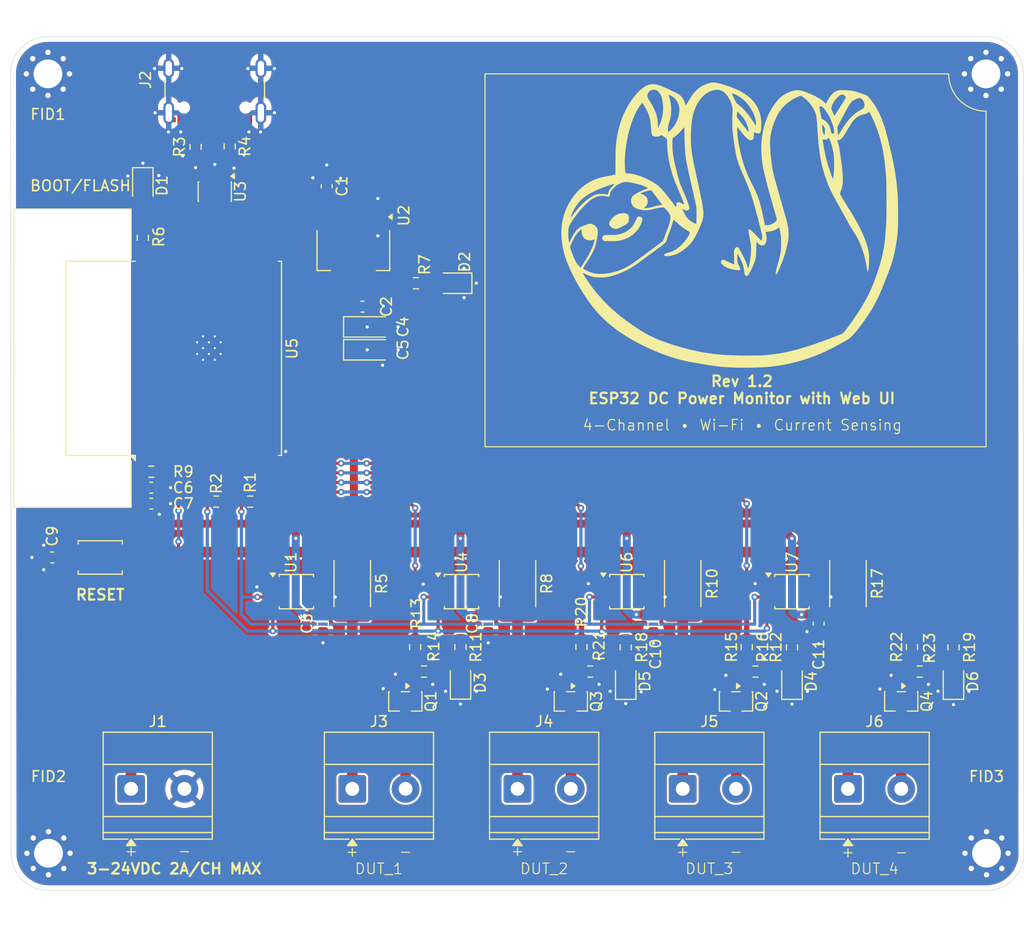
<source format=kicad_pcb>
(kicad_pcb (version 20241229) (generator "pcbnew") (generator_version "9.0")
  (title_block (comment 1 "88mm x ??mm"))
  (layers (0 "F.Cu" signal) (2 "B.Cu" power) (13 "F.Paste" user) (15 "B.Paste" user) (5 "F.SilkS" user "F.Silkscreen") (7 "B.SilkS" user "B.Silkscreen") (1 "F.Mask" user) (3 "B.Mask" user) (25 "Edge.Cuts" user))
  (net 0 "")
  (net 1 "+VBUS")
  (net 2 "GND")
  (net 3 "+3V3")
  (net 4 "/DUT1+")
  (net 5 "/DUT1-")
  (net 6 "/DUT2+")
  (net 7 "/POWER_SENSE+")
  (net 8 "/DUT2-")
  (net 9 "/DUT3+")
  (net 10 "/DUT3-")
  (net 11 "/DUT4+")
  (net 12 "/DUT4-")
  (net 13 "Net-(Q1-G)")
  (net 14 "/USBCC1")
  (net 15 "/USBCC2")
  (net 16 "/M1_CTRL")
  (net 17 "/M2_CTRL")
  (net 18 "/M3_CTRL")
  (net 19 "/M4_CTRL")
  (net 20 "/I2C_SCL")
  (net 21 "/I2C_SDA")
  (net 22 "Net-(Q2-G)")
  (net 23 "Net-(Q3-G)")
  (net 24 "Net-(Q4-G)")
  (net 25 "/ENABLE")
  (net 26 "/USBC_DP")
  (net 27 "/USBC_DN")
  (net 28 "Net-(C9-Pad1)")
  (net 29 "Net-(D1-A)")
  (net 30 "Net-(D2-A)")
  (net 31 "Net-(D3-A)")
  (net 32 "Net-(D4-A)")
  (net 33 "Net-(D5-A)")
  (net 34 "Net-(D6-A)")
  (net 39 "/USBCD-")
  (net 40 "/USBCD+")
  (net 41 "Net-(U5-IO0)")
  (footprint "TerminalBlock_Phoenix:TerminalBlock_Phoenix_MKDS-1,5-2_1x02_P5.00mm_Horizontal" (layer "F.Cu") (at 172.5 138.71)
    (property "Reference" "J6")
    (property "Value" "SCREW_TERMINAL")
  )
  (footprint "TerminalBlock_Phoenix:TerminalBlock_Phoenix_MKDS-1,5-2_1x02_P5.00mm_Horizontal" (layer "F.Cu") (at 157 138.71)
    (property "Reference" "J5")
    (property "Value" "SCREW_TERMINAL")
  )
  (footprint "MountingHole:MountingHole_2.7mm_Pad_Via" (layer "F.Cu") (at 185.5 144.75 -90)
    (property "Reference" "H4" (hide yes))
    (property "Value" "MountingHole_Pad")
  )
  (footprint "Fiducial:Fiducial_1mm_Mask2mm" (layer "F.Cu") (at 185.5 139.5)
    (property "Reference" "FID3")
    (property "Value" "Fiducial")
  )
  (footprint "Resistor_SMD:R_0603_1608Metric" (layer "F.Cu") (at 116.425 111.75 180)
    (property "Reference" "R1")
    (property "Value" "5k1")
  )
  (footprint "Resistor_SMD:R_0603_1608Metric" (layer "F.Cu") (at 131.975 91.25)
    (property "Reference" "R7")
    (property "Value" "1k")
  )
  (footprint "Capacitor_Tantalum_SMD:CP_EIA-3216-18_Kemet-A" (layer "F.Cu") (at 127.5025 95.35)
    (property "Reference" "C4")
    (property "Value" "10uF")
  )
  (footprint "Resistor_SMD:R_0603_1608Metric" (layer "F.Cu") (at 179.225 127.7)
    (property "Reference" "R23")
    (property "Value" "100k")
  )
  (footprint "LED_SMD:LED_0805_2012Metric" (layer "F.Cu") (at 106.35 82.09 -90)
    (property "Reference" "D1")
    (property "Value" "LED_R")
  )
  (footprint "Capacitor_SMD:C_0603_1608Metric" (layer "F.Cu") (at 97.85 116.99 180)
    (property "Reference" "C9")
    (property "Value" "0.1uF")
  )
  (footprint "Resistor_SMD:R_0603_1608Metric" (layer "F.Cu") (at 107.15 108.94)
    (property "Reference" "R9")
    (property "Value" "5k1")
  )
  (footprint "Resistor_SMD:R_2512_6332Metric" (layer "F.Cu") (at 172.5 119.45 90)
    (property "Reference" "R17")
    (property "Value" "2m")
  )
  (footprint "Package_TO_SOT_SMD:SOT-23-3" (layer "F.Cu") (at 162 130.5 -90)
    (property "Reference" "Q2")
    (property "Value" "AO3400A")
  )
  (footprint "Resistor_SMD:R_0603_1608Metric" (layer "F.Cu") (at 111.3 78.45 -90)
    (property "Reference" "R3")
    (property "Value" "5k1")
  )
  (footprint "Resistor_SMD:R_0603_1608Metric" (layer "F.Cu") (at 136.15 125.4 -90)
    (property "Reference" "R11")
    (property "Value" "1k")
  )
  (footprint "Resistor_SMD:R_0603_1608Metric" (layer "F.Cu") (at 167.25 125.425 -90)
    (property "Reference" "R12")
    (property "Value" "1k")
  )
  (footprint "Resistor_SMD:R_0603_1608Metric" (layer "F.Cu") (at 182.4 125.425 90)
    (property "Reference" "R19")
    (property "Value" "1k")
  )
  (footprint "Fiducial:Fiducial_1mm_Mask2mm" (layer "F.Cu") (at 97.45 77.35)
    (property "Reference" "FID1")
    (property "Value" "Fiducial")
  )
  (footprint "Capacitor_SMD:C_0603_1608Metric" (layer "F.Cu") (at 138.75 123.2 -90)
    (property "Reference" "C8")
    (property "Value" "0.1uF")
  )
  (footprint "Resistor_SMD:R_0603_1608Metric" (layer "F.Cu") (at 114.5 78.4 -90)
    (property "Reference" "R4")
    (property "Value" "5k1")
  )
  (footprint "LED_SMD:LED_0805_2012Metric" (layer "F.Cu") (at 135.5375 91.25 180)
    (property "Reference" "D2")
    (property "Value" "LED_G")
  )
  (footprint "Capacitor_SMD:C_0603_1608Metric" (layer "F.Cu") (at 154.25 123.2 -90)
    (property "Reference" "C10")
    (property "Value" "0.1uF")
  )
  (footprint "Capacitor_SMD:C_0603_1608Metric" (layer "F.Cu") (at 123.6 82.15 -90)
    (property "Reference" "C1")
    (property "Value" "1uF")
  )
  (footprint "LED_SMD:LED_0805_2012Metric" (layer "F.Cu") (at 151.65 128.625 90)
    (property "Reference" "D5")
    (property "Value" "LED_G")
  )
  (footprint "Resistor_SMD:R_2512_6332Metric" (layer "F.Cu") (at 141.5 119.45 90)
    (property "Reference" "R8")
    (property "Value" "2m")
  )
  (footprint "Package_TO_SOT_SMD:SOT-23-3" (layer "F.Cu") (at 130.975 130.5 -90)
    (property "Reference" "Q1")
    (property "Value" "AO3400A")
  )
  (footprint "Capacitor_SMD:C_0603_1608Metric" (layer "F.Cu") (at 126.9525 93.45)
    (property "Reference" "C2")
    (property "Value" "0.1uF")
  )
  (footprint "Resistor_SMD:R_0603_1608Metric" (layer "F.Cu") (at 132.725 127.7)
    (property "Reference" "R14")
    (property "Value" "100k")
  )
  (footprint "Resistor_SMD:R_0603_1608Metric" (layer "F.Cu") (at 131.9 125.4 90)
    (property "Reference" "R13")
    (property "Value" "5k1")
  )
  (footprint "Package_TO_SOT_SMD:SOT-23-6" (layer "F.Cu") (at 113.1 82.65 -90)
    (property "Reference" "U3")
    (property "Value" "USBLC6-2SC6")
  )
  (footprint "Resistor_SMD:R_0603_1608Metric" (layer "F.Cu") (at 106.35 86.99 90)
    (property "Reference" "R6")
    (property "Value" "1k")
  )
  (footprint "MountingHole:MountingHole_2.7mm_Pad_Via" (layer "F.Cu") (at 97.5 144.75 -90)
    (property "Reference" "H1" (hide yes))
    (property "Value" "MountingHole_Pad")
  )
  (footprint "Capacitor_SMD:C_0603_1608Metric" (layer "F.Cu") (at 123.25 123.2 -90)
    (property "Reference" "C3")
    (property "Value" "0.1uF")
  )
  (footprint "Package_SO:VSSOP-10_3x3mm_P0.5mm" (layer "F.Cu") (at 120.75 120.2)
    (property "Reference" "U1")
    (property "Value" "INA226")
  )
  (footprint "Resistor_SMD:R_0603_1608Metric" (layer "F.Cu") (at 147.5 125.4 90)
    (property "Reference" "R20")
    (property "Value" "5k1")
  )
  (footprint "Resistor_SMD:R_0603_1608Metric" (layer "F.Cu") (at 151.65 125.425 90)
    (property "Reference" "R18")
    (property "Value" "1k")
  )
  (footprint "Package_TO_SOT_SMD:SOT-223-3_TabPin2" (layer "F.Cu") (at 126.1 88.15 -90)
    (property "Reference" "U2")
    (property "Value" "AMS1117-3.3")
  )
  (footprint "TerminalBlock_Phoenix:TerminalBlock_Phoenix_MKDS-1,5-2_1x02_P5.00mm_Horizontal" (layer "F.Cu") (at 141.5 138.71)
    (property "Reference" "J4")
    (property "Value" "SCREW_TERMINAL")
  )
  (footprint "Fiducial:Fiducial_1mm_Mask2mm" (layer "F.Cu") (at 97.5 139.5)
    (property "Reference" "FID2")
    (property "Value" "Fiducial")
  )
  (footprint "Resistor_SMD:R_0603_1608Metric" (layer "F.Cu") (at 163 125.4 90)
    (property "Reference" "R15")
    (property "Value" "5k1")
  )
  (footprint "RF_Module:ESP32-C3-WROOM-02" (layer "F.Cu") (at 112.35 98.3 90)
    (property "Reference" "U5")
    (property "Value" "ESP32-C3-WROOM-02")
  )
  (footprint "Connector_USB:USB_C_Receptacle_GCT_USB4105-xx-A_16P_TopMnt_Horizontal" (layer "F.Cu") (at 113.1 72.15 180)
    (property "Reference" "J2")
    (property "Value" "USB_C_Receptacle_USB2.0_16P")
  )
  (footprint "Resistor_SMD:R_0603_1608Metric" (layer "F.Cu") (at 178.5 125.4 90)
    (property "Reference" "R22")
    (property "Value" "5k1")
  )
  (footprint "LED_SMD:LED_0805_2012Metric" (layer "F.Cu") (at 136.15 128.6 90)
    (property "Reference" "D3")
    (property "Value" "LED_G")
  )
  (footprint "Package_TO_SOT_SMD:SOT-23-3" (layer "F.Cu") (at 177.5 130.5 -90)
    (property "Reference" "Q4")
    (property "Value" "AO3400A")
  )
  (footprint "MountingHole:MountingHole_2.7mm_Pad_Via" (layer "F.Cu") (at 97.45 71.6 -90)
    (property "Reference" "H2" (hide yes))
    (property "Value" "MountingHole_Pad")
  )
  (footprint "Package_TO_SOT_SMD:SOT-23-3" (layer "F.Cu") (at 146.5 130.5 -90)
    (property "Reference" "Q3")
    (property "Value" "AO3400A")
  )
  (footprint "Package_SO:VSSOP-10_3x3mm_P0.5mm" (layer "F.Cu") (at 167.25 120.2)
    (property "Reference" "U7")
    (property "Value" "INA226")
  )
  (footprint "Capacitor_Tantalum_SMD:CP_EIA-3216-18_Kemet-A" (layer "F.Cu") (at 127.5025 97.5)
    (property "Reference" "C5")
    (property "Value" "10uF")
  )
  (footprint "Resistor_SMD:R_0603_1608Metric" (layer "F.Cu") (at 113.225 111.75 180)
    (property "Reference" "R2")
    (property "Value" "5k1")
  )
  (footprint "LED_SMD:LED_0805_2012Metric" (layer "F.Cu") (at 182.4 128.625 90)
    (property "Reference" "D6")
    (property "Value" "LED_G")
  )
  (footprint "MountingHole:MountingHole_2.7mm_Pad_Via" (layer "F.Cu") (at 185.45 71.6 -90)
    (property "Reference" "H3" (hide yes))
    (property "Value" "MountingHole_Pad")
  )
  (footprint "Resistor_SMD:R_0603_1608Metric" (layer "F.Cu") (at 148.325 127.7)
    (property "Reference" "R21")
    (property "Value" "100k")
  )
  (footprint "Package_SO:VSSOP-10_3x3mm_P0.5mm" (layer "F.Cu") (at 136.25 120.2)
    (property "Reference" "U4")
    (property "Value" "INA226")
  )
  (footprint "Package_SO:VSSOP-10_3x3mm_P0.5mm" (layer "F.Cu") (at 151.75 120.2)
    (property "Reference" "U6")
    (property "Value" "INA226")
  )
  (footprint "Resistor_SMD:R_0603_1608Metric" (layer "F.Cu") (at 163.825 127.7)
    (property "Reference" "R16")
    (property "Value" "100k")
  )
  (footprint "Resistor_SMD:R_2512_6332Metric" (layer "F.Cu") (at 157 119.45 90)
    (property "Reference" "R10")
    (property "Value" "2m")
  )
  (footprint "LED_SMD:LED_0805_2012Metric" (layer "F.Cu") (at 167.25 128.625 90)
    (property "Reference" "D4")
    (property "Value" "LED_G")
  )
  (footprint "TerminalBlock_Phoenix:TerminalBlock_Phoenix_MKDS-1,5-2_1x02_P5.00mm_Horizontal" (layer "F.Cu") (at 126 138.71)
    (property "Reference" "J3")
    (property "Value" "SCREW_TERMINAL")
  )
  (footprint "Capacitor_SMD:C_0603_1608Metric" (layer "F.Cu") (at 169.75 123.2 -90)
    (property "Reference" "C11")
    (property "Value" "0.1uF")
  )
  (footprint "Resistor_SMD:R_2512_6332Metric" (layer "F.Cu") (at 126 119.45 90)
    (property "Reference" "R5")
    (property "Value" "2m")
  )
  (footprint "Capacitor_SMD:C_0603_1608Metric" (layer "F.Cu") (at 107.15 111.94)
    (property "Reference" "C7")
    (property "Value" "1uF")
  )
  (footprint "TerminalBlock_Phoenix:TerminalBlock_Phoenix_MKDS-1,5-2_1x02_P5.00mm_Horizontal" (layer "F.Cu") (at 105.25 138.71)
    (property "Reference" "J1")
    (property "Value" "SCREW_TERMINAL")
  )
  (footprint "Button_Switch_SMD:SW_Push_SPST_NO_Alps_SKRK" (layer "F.Cu") (at 102.35 116.99)
    (property "Reference" "RESET")
    (property "Value" "SW_Push")
  )
  (footprint "Capacitor_SMD:C_0603_1608Metric" (layer "F.Cu") (at 107.15 110.44)
    (property "Reference" "C6")
    (property "Value" "0.1uF")
  )
  (gr_poly (pts (xy 151.472681 84.679086) (xy 151.515528 84.681051) (xy 151.557211 84.68416) (xy 151.597317 84.688397) (xy 151.635433 84.693748) (xy 151.671147 84.700199) (xy 151.704047 84.707735) (xy 151.73372 84.716342) (xy 151.759754 84.726005) (xy 151.782887 84.736769) (xy 151.80418 84.748804) (xy 151.8237 84.762278) (xy 151.841516 84.777362) (xy 151.857697 84.794225) (xy 151.872311 84.813038) (xy 151.885429 84.833971) (xy 151.897117 84.857194) (xy 151.907445 84.882877) (xy 151.916482 84.911189) (xy 151.924296 84.942301) (xy 151.930956 84.976383) (xy 151.936531 85.013605) (xy 151.941089 85.054137) (xy 151.9447 85.098149) (xy 151.947432 85.14581) (xy 151.9491 85.194282) (xy 151.949433 85.239799) (xy 151.94837 85.28253) (xy 151.94585 85.322646) (xy 151.94181 85.360316) (xy 151.936189 85.395711) (xy 151.932767 85.412609) (xy 151.928926 85.429001) (xy 151.924659 85.44491) (xy 151.919959 85.460356) (xy 151.914818 85.475361) (xy 151.909227 85.489945) (xy 151.90318 85.504131) (xy 151.896668 85.51794) (xy 151.889684 85.531391) (xy 151.882221 85.544508) (xy 151.87427 85.557312) (xy 151.865824 85.569822) (xy 151.856875 85.582061) (xy 151.847416 85.59405) (xy 151.837438 85.605811) (xy 151.826935 85.617364) (xy 151.815898 85.62873) (xy 151.80432 85.639932) (xy 151.779509 85.661925) (xy 151.75275 85.682215) (xy 151.71268 85.708959) (xy 151.661265 85.740971) (xy 151.600474 85.777062) (xy 151.532275 85.816047) (xy 151.458636 85.85674) (xy 151.381523 85.897953) (xy 151.302906 85.938501) (xy 151.191666 85.995222) (xy 151.143642 86.019154) (xy 151.100103 86.040366) (xy 151.060616 86.059032) (xy 151.024747 86.075325) (xy 150.99206 86.089418) (xy 150.962123 86.101485) (xy 150.934501 86.111701) (xy 150.90876 86.120238) (xy 150.884466 86.12727) (xy 150.861185 86.132971) (xy 150.838482 86.137514) (xy 150.815924 86.141074) (xy 150.793077 86.143823) (xy 150.769507 86.145936) (xy 150.733873 86.1479) (xy 150.699166 86.148222) (xy 150.665327 86.146879) (xy 150.632298 86.143852) (xy 150.600022 86.139117) (xy 150.56844 86.132652) (xy 150.537494 86.124437) (xy 150.507128 86.11445) (xy 150.477282 86.102668) (xy 150.4479 86.089071) (xy 150.418922 86.073635) (xy 150.390292 86.056341) (xy 150.361951 86.037165) (xy 150.333842 86.016087) (xy 150.305907 85.993084) (xy 150.278087 85.968135) (xy 150.254928 85.946272) (xy 150.233579 85.925074) (xy 150.213995 85.904455) (xy 150.196132 85.884328) (xy 150.179948 85.864607) (xy 150.165399 85.845203) (xy 150.152442 85.826031) (xy 150.141033 85.807004) (xy 150.131129 85.788035) (xy 150.122686 85.769037) (xy 150.115661 85.749923) (xy 150.110011 85.730606) (xy 150.105691 85.711) (xy 150.10266 85.691018) (xy 150.100873 85.670573) (xy 150.100287 85.649578) (xy 150.101331 85.62749) (xy 150.104417 85.604342) (xy 150.109472 85.580219) (xy 150.116425 85.555204) (xy 150.125205 85.52938) (xy 150.135741 85.502831) (xy 150.161792 85.447893) (xy 150.194007 85.39106) (xy 150.231814 85.333001) (xy 150.274642 85.274385) (xy 150.32192 85.215881) (xy 150.373075 85.158158) (xy 150.427537 85.101886) (xy 150.484733 85.047734) (xy 150.544093 84.99637) (xy 150.605044 84.948465) (xy 150.667015 84.904687) (xy 150.729435 84.865706) (xy 150.791732 84.83219) (xy 150.832009 84.813409) (xy 150.875963 84.794454) (xy 150.922173 84.775847) (xy 150.969223 84.758107) (xy 151.015694 84.741757) (xy 151.060168 84.727317) (xy 151.101227 84.715307) (xy 151.137454 84.70625) (xy 151.174774 84.69855) (xy 151.214228 84.692108) (xy 151.255405 84.686912) (xy 151.29789 84.682945) (xy 151.341273 84.680193) (xy 151.385141 84.678642) (xy 151.429081 84.678278)) (fill yes) (layer "F.SilkS"))
  (gr_line (start 185.45 75.1) (end 185.45 106.6) (stroke (width 0.1)) (layer "F.SilkS"))
  (gr_line (start 94.25 84.29) (end 105.25 84.29) (stroke (width 0.1)) (layer "F.SilkS"))
  (gr_line (start 105.25 84.29) (end 105.25 88.94) (stroke (width 0.1)) (layer "F.SilkS"))
  (gr_line (start 94.25 112.29) (end 94.25 84.29) (stroke (width 0.1)) (layer "F.SilkS"))
  (gr_line (start 138.45 106.6) (end 138.45 71.6) (stroke (width 0.1)) (layer "F.SilkS"))
  (gr_poly (pts (xy 159.917038 72.403945) (xy 159.972103 72.407831) (xy 160.030232 72.414281) (xy 160.091979 72.423365) (xy 160.157896 72.43515) (xy 160.228537 72.449707) (xy 160.304457 72.467104) (xy 160.474342 72.510691) (xy 160.67198 72.566461) (xy 160.874661 72.627067) (xy 161.068161 72.687719) (xy 161.252966 72.74864) (xy 161.429559 72.810048) (xy 161.598425 72.872166) (xy 161.760049 72.935213) (xy 161.914916 72.999411) (xy 162.063511 73.064979) (xy 162.206318 73.132139) (xy 162.343822 73.201112) (xy 162.476507 73.272118) (xy 162.604859 73.345377) (xy 162.729362 73.421111) (xy 162.850501 73.499539) (xy 162.968761 73.580883) (xy 163.084625 73.665364) (xy 163.20378 73.759324) (xy 163.316821 73.856094) (xy 163.423829 73.955824) (xy 163.524882 74.058661) (xy 163.62006 74.164754) (xy 163.709444 74.27425) (xy 163.793112 74.387299) (xy 163.871145 74.504048) (xy 163.943621 74.624646) (xy 164.01062 74.749242) (xy 164.072222 74.877983) (xy 164.128507 75.011018) (xy 164.179554 75.148494) (xy 164.225443 75.290562) (xy 164.266253 75.437367) (xy 164.302063 75.58906) (xy 164.319285 75.67945) (xy 164.333925 75.779005) (xy 164.346003 75.885897) (xy 164.355542 75.998294) (xy 164.362563 76.114366) (xy 164.367088 76.232283) (xy 164.369139 76.350215) (xy 164.368738 76.466331) (xy 164.365905 76.5788) (xy 164.360664 76.685793) (xy 164.353035 76.785478) (xy 164.34304 76.876027) (xy 164.330701 76.955607) (xy 164.31604 77.022389) (xy 164.299078 77.074543) (xy 164.289742 77.094562) (xy 164.279838 77.110238) (xy 164.27325 77.118558) (xy 164.266001 77.126385) (xy 164.25811 77.13372) (xy 164.249597 77.140561) (xy 164.230775 77.152762) (xy 164.20969 77.162984) (xy 164.186492 77.171223) (xy 164.161333 77.177477) (xy 164.134366 77.181742) (xy 164.105742 77.184013) (xy 164.075613 77.184287) (xy 164.044131 77.182561) (xy 164.011448 77.178831) (xy 163.977717 77.173093) (xy 163.943088 77.165344) (xy 163.907714 77.155581) (xy 163.871746 77.143798) (xy 163.835337 77.129994) (xy 163.68964 77.070727) (xy 163.677293 77.334958) (xy 163.674239 77.388272) (xy 163.670574 77.437242) (xy 163.666207 77.482095) (xy 163.661048 77.52306) (xy 163.658143 77.542155) (xy 163.655006 77.560364) (xy 163.651626 77.577714) (xy 163.647992 77.594235) (xy 163.644091 77.609954) (xy 163.639914 77.624901) (xy 163.635447 77.639103) (xy 163.630681 77.65259) (xy 163.625604 77.665389) (xy 163.620205 77.67753) (xy 163.614472 77.68904) (xy 163.608394 77.699948) (xy 163.601959 77.710283) (xy 163.595157 77.720073) (xy 163.587976 77.729347) (xy 163.580405 77.738133) (xy 163.572432 77.746459) (xy 163.564047 77.754355) (xy 163.555237 77.761848) (xy 163.545992 77.768967) (xy 163.5363 77.77574) (xy 163.52615 77.782197) (xy 163.515531 77.788365) (xy 163.504431 77.794274) (xy 163.457995 77.814387) (xy 163.410867 77.826232) (xy 163.386847 77.828893) (xy 163.362416 77.829293) (xy 163.337496 77.82737) (xy 163.312008 77.823058) (xy 163.285872 77.816294) (xy 163.259009 77.807013) (xy 163.202788 77.780644) (xy 163.14271 77.743437) (xy 163.078144 77.694879) (xy 163.008455 77.634456) (xy 162.933011 77.561654) (xy 162.851178 77.475961) (xy 162.762325 77.376861) (xy 162.665817 77.263842) (xy 162.561022 77.136389) (xy 162.324037 76.83613) (xy 162.286672 76.787546) (xy 162.251072 76.742406) (xy 162.218077 76.701607) (xy 162.188526 76.666047) (xy 162.163258 76.636621) (xy 162.152492 76.624489) (xy 162.143111 76.614227) (xy 162.135221 76.605948) (xy 162.128927 76.599763) (xy 162.124332 76.595784) (xy 162.122705 76.594657) (xy 162.121542 76.594125) (xy 162.118278 76.596246) (xy 162.115424 76.602475) (xy 162.110907 76.62643) (xy 162.106379 76.714587) (xy 162.107348 76.845458) (xy 162.113209 77.005904) (xy 162.123352 77.182788) (xy 162.13717 77.36297) (xy 162.154056 77.533314) (xy 162.173401 77.68068) (xy 162.276197 78.287049) (xy 162.33329 78.57942) (xy 162.394301 78.864971) (xy 162.459319 79.143997) (xy 162.528437 79.416791) (xy 162.601743 79.683644) (xy 162.679328 79.944851) (xy 162.761284 80.200705) (xy 162.847699 80.451498) (xy 162.938665 80.697523) (xy 163.034272 80.939073) (xy 163.134611 81.176442) (xy 163.239772 81.409922) (xy 163.349845 81.639807) (xy 163.46492 81.866389) (xy 163.672026 82.272848) (xy 163.84753 82.645536) (xy 163.925421 82.825158) (xy 163.997799 83.003466) (xy 164.065461 83.182838) (xy 164.129201 83.36565) (xy 164.189816 83.554278) (xy 164.248101 83.7511) (xy 164.360866 84.17883) (xy 164.473863 84.667853) (xy 164.593458 85.23718) (xy 164.707052 85.792805) (xy 164.862625 85.800213) (xy 164.904949 85.801249) (xy 164.946789 85.800628) (xy 164.988238 85.798314) (xy 165.02939 85.794271) (xy 165.07034 85.788463) (xy 165.111181 85.780853) (xy 165.152008 85.771406) (xy 165.192914 85.760085) (xy 165.233994 85.746853) (xy 165.275341 85.731676) (xy 165.317051 85.714517) (xy 165.359216 85.695338) (xy 165.401931 85.674106) (xy 165.44529 85.650782) (xy 165.489387 85.625332) (xy 165.534316 85.597718) (xy 165.582214 85.566876) (xy 165.625101 85.538042) (xy 165.663178 85.510908) (xy 165.696643 85.485166) (xy 165.711708 85.472722) (xy 165.725694 85.46051) (xy 165.738627 85.448492) (xy 165.750531 85.436631) (xy 165.761432 85.424887) (xy 165.771353 85.413223) (xy 165.780321 85.401599) (xy 165.788359 85.389977) (xy 165.795493 85.378319) (xy 165.801747 85.366586) (xy 165.807147 85.354741) (xy 165.811717 85.342744) (xy 165.815483 85.330557) (xy 165.818468 85.318141) (xy 165.820698 85.305459) (xy 165.822198 85.292472) (xy 165.822993 85.279141) (xy 165.823107 85.265428) (xy 165.822565 85.251294) (xy 165.821393 85.236702) (xy 165.817255 85.205986) (xy 165.810893 85.172973) (xy 165.774006 85.031869) (xy 165.693595 84.744217) (xy 165.450355 83.898741) (xy 165.182377 82.966878) (xy 164.962292 82.171403) (xy 164.78521 81.48989) (xy 164.646241 80.899909) (xy 164.58952 80.632236) (xy 164.540493 80.379035) (xy 164.49855 80.137504) (xy 164.463077 79.904839) (xy 164.433465 79.678237) (xy 164.409102 79.454894) (xy 164.373676 79.006772) (xy 164.362511 78.717828) (xy 164.363992 78.418118) (xy 164.3778 78.111) (xy 164.403618 77.799831) (xy 164.441127 77.487967) (xy 164.490009 77.178765) (xy 164.549946 76.875583) (xy 164.62062 76.581777) (xy 164.688591 76.341734) (xy 164.765266 76.104668) (xy 164.850087 75.871472) (xy 164.942497 75.643041) (xy 165.04194 75.420267) (xy 165.147857 75.204044) (xy 165.259692 74.995265) (xy 165.376888 74.794825) (xy 165.498888 74.603616) (xy 165.625135 74.422532) (xy 165.755071 74.252466) (xy 165.88814 74.094313) (xy 166.023785 73.948964) (xy 166.161448 73.817315) (xy 166.300572 73.700258) (xy 166.440601 73.598687) (xy 166.521693 73.546702) (xy 166.604554 73.49731) (xy 166.688869 73.450617) (xy 166.774323 73.406727) (xy 166.860603 73.365745) (xy 166.947392 73.327777) (xy 167.034377 73.292927) (xy 167.121242 73.2613) (xy 167.207674 73.233001) (xy 167.293356 73.208135) (xy 167.377975 73.186806) (xy 167.461216 73.169121) (xy 167.542764 73.155182) (xy 167.622304 73.145097) (xy 167.699521 73.138968) (xy 167.774102 73.136902) (xy 167.862862 73.138716) (xy 167.905243 73.1412) (xy 167.947079 73.144928) (xy 167.988957 73.150045) (xy 168.031469 73.156697) (xy 168.075203 73.165026) (xy 168.12075 73.175179) (xy 168.168698 73.187299) (xy 168.219638 73.201532) (xy 168.332851 73.236915) (xy 168.465106 73.282483) (xy 168.62112 73.339396) (xy 168.744476 73.386199) (xy 168.866212 73.434855) (xy 168.986096 73.485247) (xy 169.103896 73.53726) (xy 169.219381 73.590778) (xy 169.332319 73.645684) (xy 169.44248 73.701864) (xy 169.549631 73.759202) (xy 169.65354 73.817581) (xy 169.753977 73.876886) (xy 169.85071 73.937002) (xy 169.943507 73.997812) (xy 170.032137 74.0592) (xy 170.116368 74.121052) (xy 170.195969 74.183251) (xy 170.270708 74.245682) (xy 170.446039 74.396319) (xy 170.571981 74.144435) (xy 170.624346 74.043973) (xy 170.678597 73.948221) (xy 170.734648 73.857257) (xy 170.792418 73.771163) (xy 170.851823 73.690018) (xy 170.912779 73.6139) (xy 170.975205 73.542891) (xy 171.039015 73.477068) (xy 171.104128 73.416513) (xy 171.17046 73.361304) (xy 171.237928 73.311521) (xy 171.306449 73.267243) (xy 171.375939 73.228551) (xy 171.446315 73.195523) (xy 171.517495 73.16824) (xy 171.589395 73.146781) (xy 171.638427 73.137303) (xy 171.70106 73.130112) (xy 171.775615 73.12512) (xy 171.860415 73.12224) (xy 172.054035 73.122472) (xy 172.26849 73.130112) (xy 172.490354 73.144465) (xy 172.706199 73.164838) (xy 172.902596 73.190536) (xy 172.989306 73.205165) (xy 173.06612 73.220864) (xy 173.182083 73.251312) (xy 173.332628 73.295448) (xy 173.505108 73.349134) (xy 173.686878 73.408232) (xy 173.865291 73.468604) (xy 174.0277 73.52611) (xy 174.16146 73.576613) (xy 174.253924 73.615975) (xy 174.284767 73.634804) (xy 174.322176 73.664741) (xy 174.365423 73.704858) (xy 174.413781 73.754225) (xy 174.466524 73.811911) (xy 174.522924 73.876988) (xy 174.643787 74.025593) (xy 174.770553 74.192604) (xy 174.897406 74.370583) (xy 175.01853 74.552092) (xy 175.128107 74.729694) (xy 175.264472 74.970277) (xy 175.392531 75.215287) (xy 175.513008 75.466374) (xy 175.626627 75.725189) (xy 175.73411 75.993379) (xy 175.836182 76.272595) (xy 175.933565 76.564486) (xy 176.026984 76.870703) (xy 176.181093 77.455652) (xy 176.394932 78.327674) (xy 176.606919 79.22933) (xy 176.755471 79.90318) (xy 176.807295 80.173541) (xy 176.858455 80.46031) (xy 176.955188 81.059806) (xy 176.998968 81.3609) (xy 177.038494 81.655135) (xy 177.072868 81.936695) (xy 177.101194 82.199764) (xy 177.128841 82.495316) (xy 177.151046 82.7709) (xy 177.16839 83.04058) (xy 177.181451 83.318422) (xy 177.190808 83.618488) (xy 177.197039 83.954844) (xy 177.202441 84.792681) (xy 177.200704 85.477797) (xy 177.198143 85.73377) (xy 177.194106 85.945293) (xy 177.188333 86.122321) (xy 177.180563 86.27481) (xy 177.170537 86.412713) (xy 177.157992 86.545985) (xy 177.113547 86.942891) (xy 177.063111 87.320928) (xy 177.006019 87.683454) (xy 176.941606 88.033826) (xy 176.869206 88.375401) (xy 176.788152 88.711534) (xy 176.697781 89.045584) (xy 176.597426 89.380907) (xy 176.498175 89.679175) (xy 176.36414 90.05248) (xy 176.204755 90.477008) (xy 176.029454 90.92894) (xy 175.668838 91.819754) (xy 175.502392 92.211002) (xy 175.357765 92.534388) (xy 175.185656 92.886766) (xy 174.998615 93.240649) (xy 174.796063 93.596847) (xy 174.57742 93.95617) (xy 174.34211 94.31943) (xy 174.089551 94.687435) (xy 173.819167 95.060996) (xy 173.530378 95.440924) (xy 173.431782 95.567331) (xy 173.339372 95.683914) (xy 173.252619 95.791207) (xy 173.170996 95.889746) (xy 173.093974 95.980066) (xy 173.021025 96.062703) (xy 172.951621 96.138193) (xy 172.885234 96.20707) (xy 172.821336 96.269869) (xy 172.759398 96.327127) (xy 172.698893 96.379378) (xy 172.639292 96.427159) (xy 172.580068 96.471004) (xy 172.520691 96.511448) (xy 172.460635 96.549028) (xy 172.39937 96.584278) (xy 171.73262 96.959633) (xy 171.180295 97.259487) (xy 170.643596 97.530923) (xy 170.11662 97.776315) (xy 169.593464 97.998035) (xy 169.068225 98.198455) (xy 168.534999 98.37995) (xy 167.987882 98.544892) (xy 167.42097 98.695653) (xy 166.884151 98.821176) (xy 166.368949 98.924733) (xy 165.859708 99.007976) (xy 165.340773 99.072553) (xy 164.796487 99.120113) (xy 164.211195 99.152307) (xy 163.56924 99.170784) (xy 162.854968 99.177194) (xy 162.386864 99.175129) (xy 161.965119 99.168551) (xy 161.58007 99.156879) (xy 161.222048 99.139535) (xy 160.88139 99.115941) (xy 160.54843 99.085517) (xy 160.213502 99.047684) (xy 159.86694 99.001865) (xy 159.349553 98.920989) (xy 158.600424 98.795664) (xy 157.868426 98.668488) (xy 157.402434 98.582059) (xy 156.899733 98.465893) (xy 156.386759 98.326895) (xy 155.864351 98.165383) (xy 155.333348 97.981674) (xy 154.79459 97.776088) (xy 154.248915 97.548943) (xy 153.697163 97.300556) (xy 153.140173 97.031245) (xy 152.755213 96.833154) (xy 152.383587 96.631384) (xy 152.025027 96.425729) (xy 151.679265 96.215982) (xy 151.346034 96.001938) (xy 151.025065 95.783391) (xy 150.716091 95.560134) (xy 150.418845 95.33196) (xy 150.133059 95.098665) (xy 149.858465 94.860041) (xy 149.594795 94.615883) (xy 149.341782 94.365984) (xy 149.099157 94.110138) (xy 148.866655 93.848139) (xy 148.644006 93.57978) (xy 148.430942 93.304856) (xy 148.239631 93.044018) (xy 148.051289 92.777031) (xy 147.685672 92.228486) (xy 147.338401 91.666976) (xy 147.01379 91.100258) (xy 146.71615 90.536086) (xy 146.591051 90.282255) (xy 147.616026 90.282255) (xy 147.618407 90.292294) (xy 147.630442 90.31673) (xy 147.679498 90.402486) (xy 147.755236 90.526903) (xy 147.849697 90.677366) (xy 148.062957 91.005956) (xy 148.165839 91.15885) (xy 148.255612 91.287319) (xy 148.434473 91.533492) (xy 148.611366 91.768089) (xy 148.788491 91.993657) (xy 148.968047 92.212743) (xy 149.152233 92.427893) (xy 149.343248 92.641654) (xy 149.543292 92.856573) (xy 149.754565 93.075197) (xy 150.044237 93.364531) (xy 150.325894 93.633175) (xy 150.607493 93.887755) (xy 150.896992 94.134897) (xy 151.202349 94.381229) (xy 151.531523 94.633378) (xy 151.892472 94.89797) (xy 152.293154 95.181633) (xy 152.658974 95.43192) (xy 152.997678 95.652718) (xy 153.318499 95.849035) (xy 153.630666 96.025875) (xy 153.943413 96.188246) (xy 154.26597 96.341154) (xy 154.607568 96.489605) (xy 154.97744 96.638606) (xy 155.645559 96.884764) (xy 156.335788 97.110925) (xy 157.041066 97.315382) (xy 157.75433 97.496428) (xy 158.46852 97.652355) (xy 159.176576 97.781456) (xy 159.871435 97.882023) (xy 160.546037 97.95235) (xy 161.023889 97.98424) (xy 161.585172 98.009301) (xy 162.196634 98.027185) (xy 162.825026 98.037545) (xy 163.437096 98.040033) (xy 163.999594 98.034303) (xy 164.479269 98.020007) (xy 164.842871 97.996798) (xy 165.547656 97.916455) (xy 166.238493 97.808736) (xy 166.935927 97.668026) (xy 167.660506 97.488712) (xy 168.432776 97.265179) (xy 169.273284 96.991813) (xy 170.202577 96.663) (xy 171.2412 96.273127) (xy 171.500647 96.173809) (xy 171.72583 96.086067) (xy 171.892671 96.019623) (xy 171.94669 95.997427) (xy 171.977095 95.984202) (xy 172.009157 95.960364) (xy 172.057063 95.912497) (xy 172.194098 95.753194) (xy 172.375583 95.523338) (xy 172.588901 95.239974) (xy 172.821434 94.920147) (xy 173.060565 94.580902) (xy 173.293676 94.239284) (xy 173.508151 93.912338) (xy 173.78675 93.464829) (xy 174.039506 93.034451) (xy 174.269748 92.614259) (xy 174.480803 92.197309) (xy 174.676 91.776654) (xy 174.858667 91.34535) (xy 175.032131 90.896451) (xy 175.19972 90.423013) (xy 175.377453 89.883087) (xy 175.530239 89.376701) (xy 175.65976 88.895956) (xy 175.767692 88.432949) (xy 175.855714 87.979782) (xy 175.925505 87.528554) (xy 175.978743 87.071364) (xy 176.017106 86.600312) (xy 176.033429 86.359117) (xy 176.051371 86.117228) (xy 176.06885 85.902657) (xy 176.083782 85.743416) (xy 176.098367 85.460448) (xy 176.108785 84.970133) (xy 176.117119 83.62988) (xy 176.108785 82.247493) (xy 176.098367 81.704509) (xy 176.083782 81.347805) (xy 176.020889 80.575587) (xy 175.942253 79.85954) (xy 175.896525 79.520166) (xy 175.846253 79.191937) (xy 175.791236 78.873887) (xy 175.73127 78.56505) (xy 175.666153 78.264461) (xy 175.595682 77.971154) (xy 175.519655 77.684162) (xy 175.437869 77.402521) (xy 175.350122 77.125263) (xy 175.25621 76.851424) (xy 175.155933 76.580038) (xy 175.049086 76.310139) (xy 174.984494 76.159411) (xy 174.904622 75.981741) (xy 174.816417 75.791628) (xy 174.726822 75.603569) (xy 174.642784 75.432063) (xy 174.571248 75.291608) (xy 174.519158 75.196704) (xy 174.502577 75.170863) (xy 174.497031 75.164139) (xy 174.493461 75.161847) (xy 174.491041 75.162302) (xy 174.487528 75.163636) (xy 174.482988 75.165802) (xy 174.477486 75.168753) (xy 174.463855 75.176822) (xy 174.447158 75.187467) (xy 174.427913 75.200311) (xy 174.406643 75.214978) (xy 174.383868 75.231092) (xy 174.360109 75.248277) (xy 174.348319 75.257065) (xy 174.336163 75.265795) (xy 174.323739 75.274409) (xy 174.311145 75.282849) (xy 174.285838 75.298978) (xy 174.27332 75.30655) (xy 174.261023 75.313717) (xy 174.249044 75.320421) (xy 174.237482 75.326605) (xy 174.226432 75.332209) (xy 174.215995 75.337177) (xy 174.206266 75.34145) (xy 174.197344 75.344971) (xy 174.189326 75.347682) (xy 174.182311 75.349524) (xy 174.088904 75.370279) (xy 174.001906 75.391013) (xy 173.920842 75.411934) (xy 173.845232 75.433254) (xy 173.774599 75.455181) (xy 173.708467 75.477926) (xy 173.646357 75.501698) (xy 173.587792 75.526707) (xy 173.532294 75.553163) (xy 173.479386 75.581276) (xy 173.428591 75.611256) (xy 173.379431 75.643311) (xy 173.331429 75.677653) (xy 173.284106 75.714491) (xy 173.236986 75.754035) (xy 173.189592 75.796494) (xy 173.115316 75.868074) (xy 173.046827 75.940841) (xy 172.979497 76.021305) (xy 172.908693 76.115978) (xy 172.829787 76.231372) (xy 172.738147 76.373997) (xy 172.629144 76.550364) (xy 172.498147 76.766986) (xy 172.367378 76.984547) (xy 172.256722 77.165646) (xy 172.208131 77.243716) (xy 172.163602 77.314102) (xy 172.122814 77.377283) (xy 172.085443 77.433735) (xy 172.05117 77.483937) (xy 172.01967 77.528365) (xy 171.990624 77.567498) (xy 171.963707 77.601812) (xy 171.9386 77.631785) (xy 171.914979 77.657896) (xy 171.892523 77.68062) (xy 171.870909 77.700436) (xy 171.852108 77.715847) (xy 171.831968 77.730542) (xy 171.810714 77.744441) (xy 171.78857 77.757464) (xy 171.76576 77.769533) (xy 171.742509 77.780567) (xy 171.719041 77.790487) (xy 171.69558 77.799213) (xy 171.67235 77.806666) (xy 171.649576 77.812766) (xy 171.627483 77.817434) (xy 171.606293 77.82059) (xy 171.586232 77.822153) (xy 171.567524 77.822046) (xy 171.558748 77.821341) (xy 171.550393 77.820188) (xy 171.542489 77.818578) (xy 171.535064 77.8165) (xy 171.530033 77.814734) (xy 171.525143 77.813143) (xy 171.52042 77.811724) (xy 171.515888 77.81048) (xy 171.511573 77.809409) (xy 171.507501 77.808512) (xy 171.503696 77.807789) (xy 171.500184 77.807239) (xy 171.496991 77.806863) (xy 171.494141 77.80666) (xy 171.49166 77.806631) (xy 171.490566 77.806682) (xy 171.489574 77.806776) (xy 171.488686 77.806914) (xy 171.487907 77.807095) (xy 171.487238 77.807319) (xy 171.486684 77.807587) (xy 171.486248 77.807898) (xy 171.485933 77.808252) (xy 171.485741 77.80865) (xy 171.485676 77.809092) (xy 171.492583 77.833554) (xy 171.511296 77.893669) (xy 171.572106 78.085668) (xy 171.594119 78.158715) (xy 171.615785 78.23943) (xy 171.637219 78.328537) (xy 171.658537 78.42676) (xy 171.679855 78.534822) (xy 171.701289 78.653447) (xy 171.722955 78.783358) (xy 171.744968 78.925279) (xy 171.859999 79.722046) (xy 171.905958 80.067561) (xy 171.944298 80.38121) (xy 171.975085 80.665529) (xy 171.998385 80.923055) (xy 172.014261 81.156323) (xy 172.02278 81.367869) (xy 172.024007 81.560228) (xy 172.018006 81.735937) (xy 172.004842 81.89753) (xy 171.984581 82.047545) (xy 171.957288 82.188516) (xy 171.923028 82.32298) (xy 171.881866 82.453471) (xy 171.833867 82.582527) (xy 171.818525 82.621821) (xy 171.804196 82.661202) (xy 171.791198 82.699599) (xy 171.779849 82.735941) (xy 171.770468 82.769158) (xy 171.766615 82.78426) (xy 171.763373 82.798178) (xy 171.760783 82.810781) (xy 171.758883 82.821932) (xy 171.757714 82.8315) (xy 171.757315 82.839349) (xy 171.760798 82.857527) (xy 171.771056 82.885801) (xy 171.810756 82.970654) (xy 171.874127 83.089945) (xy 171.958884 83.239708) (xy 172.062741 83.415979) (xy 172.183411 83.614794) (xy 172.318609 83.832187) (xy 172.466048 84.064194) (xy 172.850277 84.68021) (xy 173.027662 84.977779) (xy 173.19515 85.268241) (xy 173.352683 85.551483) (xy 173.500203 85.827392) (xy 173.637653 86.095857) (xy 173.764973 86.356765) (xy 173.882108 86.610004) (xy 173.988998 86.855462) (xy 174.085586 87.093027) (xy 174.171814 87.322587) (xy 174.247624 87.54403) (xy 174.312959 87.757243) (xy 174.367759 87.962115) (xy 174.411968 88.158533) (xy 174.443131 88.329537) (xy 174.466335 88.494956) (xy 174.481726 88.661243) (xy 174.489447 88.834852) (xy 174.489645 89.022235) (xy 174.482463 89.229847) (xy 174.468047 89.46414) (xy 174.446541 89.731569) (xy 174.441603 89.781215) (xy 174.436094 89.829049) (xy 174.430078 89.874821) (xy 174.423621 89.918282) (xy 174.416788 89.959182) (xy 174.409644 89.99727) (xy 174.402254 90.032299) (xy 174.394683 90.064018) (xy 174.386996 90.092177) (xy 174.379259 90.116527) (xy 174.371536 90.136818) (xy 174.3677 90.145364) (xy 174.363892 90.152801) (xy 174.360121 90.159099) (xy 174.356394 90.164227) (xy 174.352719 90.168152) (xy 174.349105 90.170845) (xy 174.345559 90.172273) (xy 174.342091 90.172405) (xy 174.338707 90.171211) (xy 174.335416 90.168659) (xy 174.332011 90.157861) (xy 174.32577 90.130422) (xy 174.306399 90.03315) (xy 174.280547 89.89189) (xy 174.251454 89.721691) (xy 174.208999 89.481002) (xy 174.162193 89.245093) (xy 174.111023 89.013936) (xy 174.055481 88.787508) (xy 173.995554 88.565782) (xy 173.931232 88.348733) (xy 173.862504 88.136336) (xy 173.789359 87.928566) (xy 173.711787 87.725397) (xy 173.629776 87.526804) (xy 173.543315 87.332762) (xy 173.452395 87.143244) (xy 173.357003 86.958227) (xy 173.25713 86.777685) (xy 173.152764 86.601591) (xy 173.043894 86.429922) (xy 172.942136 86.272842) (xy 172.846108 86.120623) (xy 172.752974 85.968405) (xy 172.659897 85.811325) (xy 172.564042 85.644522) (xy 172.462573 85.463134) (xy 172.231449 85.037154) (xy 172.087296 84.771226) (xy 171.917213 84.461774) (xy 171.584454 83.864168) (xy 171.319645 83.389625) (xy 171.093498 82.966332) (xy 170.899994 82.580718) (xy 170.733113 82.219209) (xy 170.657776 82.043254) (xy 170.586837 81.868235) (xy 170.519545 81.692457) (xy 170.455146 81.514222) (xy 170.332021 81.143598) (xy 170.211443 80.742791) (xy 170.093203 80.304745) (xy 169.991083 79.866061) (xy 169.903375 79.414761) (xy 169.82837 78.938862) (xy 169.764362 78.426385) (xy 169.709644 77.865348) (xy 169.704067 77.791805) (xy 170.127482 77.791805) (xy 170.133502 77.838261) (xy 170.149708 77.94491) (xy 170.201565 78.275816) (xy 170.258806 78.603427) (xy 170.319635 78.918682) (xy 170.3844 79.223114) (xy 170.453449 79.518256) (xy 170.527127 79.805642) (xy 170.605783 80.086806) (xy 170.689763 80.363283) (xy 170.779415 80.636605) (xy 170.833937 80.791442) (xy 170.888689 80.941389) (xy 170.941589 81.081322) (xy 170.990553 81.206121) (xy 171.033498 81.310662) (xy 171.06834 81.389824) (xy 171.082071 81.418287) (xy 171.092995 81.438485) (xy 171.100852 81.449777) (xy 171.103548 81.451883) (xy 171.10538 81.451522) (xy 171.10694 81.448747) (xy 171.108825 81.442402) (xy 171.113485 81.419767) (xy 171.119186 81.385151) (xy 171.125756 81.340088) (xy 171.140804 81.224757) (xy 171.157242 81.086043) (xy 171.175873 80.874231) (xy 171.189151 80.628733) (xy 171.197046 80.362169) (xy 171.19953 80.087154) (xy 171.196573 79.816306) (xy 171.188147 79.562243) (xy 171.174222 79.337581) (xy 171.15477 79.154939) (xy 171.131074 78.999084) (xy 171.101331 78.837383) (xy 171.066435 78.673021) (xy 171.027286 78.509179) (xy 170.98478 78.349041) (xy 170.939814 78.195791) (xy 170.893285 78.052611) (xy 170.846091 77.922685) (xy 170.804959 77.821399) (xy 170.7861 77.775662) (xy 170.76892 77.734699) (xy 170.753823 77.69964) (xy 170.741215 77.671612) (xy 170.731501 77.651745) (xy 170.727856 77.645225) (xy 170.725087 77.641168) (xy 170.723857 77.639424) (xy 170.722481 77.637897) (xy 170.720961 77.636586) (xy 170.719294 77.635491) (xy 170.717481 77.634611) (xy 170.71552 77.633946) (xy 170.713413 77.633495) (xy 170.711157 77.633258) (xy 170.708754 77.633235) (xy 170.706201 77.633424) (xy 170.700648 77.63444) (xy 170.694494 77.636302) (xy 170.687737 77.639008) (xy 170.680371 77.642552) (xy 170.672394 77.646932) (xy 170.663803 77.652144) (xy 170.654592 77.658185) (xy 170.64476 77.66505) (xy 170.634301 77.672736) (xy 170.623213 77.68124) (xy 170.611492 77.690557) (xy 170.581049 77.714403) (xy 170.567477 77.724199) (xy 170.554541 77.732692) (xy 170.541895 77.73997) (xy 170.529191 77.74612) (xy 170.516082 77.751228) (xy 170.50222 77.75538) (xy 170.487259 77.758665) (xy 170.47085 77.761168) (xy 170.452648 77.762977) (xy 170.432304 77.764178) (xy 170.409471 77.764858) (xy 170.383802 77.765104) (xy 170.322567 77.76464) (xy 170.298401 77.764294) (xy 170.275899 77.764187) (xy 170.255046 77.764326) (xy 170.235828 77.764718) (xy 170.218231 77.76537) (xy 170.20224 77.76629) (xy 170.187841 77.767485) (xy 170.175019 77.768962) (xy 170.169195 77.769809) (xy 170.163759 77.770729) (xy 170.158711 77.771723) (xy 170.154048 77.772792) (xy 170.149768 77.773937) (xy 170.14587 77.775159) (xy 170.142352 77.776459) (xy 170.139212 77.777837) (xy 170.136448 77.779295) (xy 170.134059 77.780834) (xy 170.132042 77.782453) (xy 170.130396 77.784156) (xy 170.129118 77.785941) (xy 170.128208 77.78781) (xy 170.127664 77.789765) (xy 170.127482 77.791805) (xy 169.704067 77.791805) (xy 169.662507 77.243772) (xy 169.621245 76.549675) (xy 169.610194 76.359527) (xy 170.073154 76.359527) (xy 170.09044 76.643513) (xy 170.094463 76.702283) (xy 170.099006 76.76085) (xy 170.103897 76.817624) (xy 170.108961 76.871011) (xy 170.114026 76.919421) (xy 170.118916 76.961262) (xy 170.12346 76.994942) (xy 170.127482 77.018869) (xy 170.132706 77.039104) (xy 170.139868 77.06152) (xy 170.148709 77.085636) (xy 170.158968 77.110971) (xy 170.170384 77.137045) (xy 170.182698 77.163375) (xy 170.195648 77.189481) (xy 170.208974 77.214881) (xy 170.222416 77.239095) (xy 170.235714 77.261641) (xy 170.248606 77.282039) (xy 170.260833 77.299807) (xy 170.272133 77.314464) (xy 170.282248 77.325529) (xy 170.286778 77.329564) (xy 170.290915 77.332521) (xy 170.294624 77.334339) (xy 170.297875 77.334958) (xy 170.300658 77.333679) (xy 170.303446 77.329938) (xy 170.308991 77.315632) (xy 170.314429 77.293172) (xy 170.319674 77.263691) (xy 170.329258 77.188195) (xy 170.337076 77.0982) (xy 170.342463 77.002765) (xy 170.344754 76.910947) (xy 170.343283 76.831804) (xy 170.340929 76.799816) (xy 170.337384 76.774394) (xy 170.335684 76.764282) (xy 170.333391 76.753457) (xy 170.330547 76.742017) (xy 170.327198 76.73006) (xy 170.323385 76.717683) (xy 170.319153 76.704984) (xy 170.309603 76.679012) (xy 170.298896 76.652924) (xy 170.287378 76.627501) (xy 170.275398 76.603525) (xy 170.269343 76.592324) (xy 170.263302 76.581777) (xy 170.257032 76.571402) (xy 170.250298 76.5607) (xy 170.235675 76.538639) (xy 170.219893 76.516231) (xy 170.203417 76.494112) (xy 170.186709 76.472919) (xy 170.178413 76.462869) (xy 170.170233 76.453289) (xy 170.162227 76.444259) (xy 170.154452 76.435858) (xy 170.146966 76.428166) (xy 170.139828 76.421263) (xy 170.073154 76.359527) (xy 169.610194 76.359527) (xy 169.603217 76.239465) (xy 169.593519 76.104095) (xy 169.583046 75.980275) (xy 169.571561 75.8668) (xy 169.558825 75.762467) (xy 169.544598 75.66607) (xy 169.528642 75.576405) (xy 169.510718 75.492267) (xy 169.490587 75.412452) (xy 169.468012 75.335755) (xy 169.442752 75.260972) (xy 169.414569 75.186898) (xy 169.383225 75.112328) (xy 169.34848 75.036058) (xy 169.310097 74.956883) (xy 169.271475 74.881835) (xy 169.228928 74.805977) (xy 169.182699 74.729597) (xy 169.165755 74.703464) (xy 169.814334 74.703464) (xy 169.814403 74.710903) (xy 169.814906 74.719167) (xy 169.815821 74.728309) (xy 169.817127 74.738386) (xy 169.818801 74.749449) (xy 169.891843 75.146412) (xy 169.924153 75.315492) (xy 169.953077 75.461884) (xy 169.978181 75.583272) (xy 169.999032 75.677343) (xy 170.015195 75.74178) (xy 170.021383 75.762163) (xy 170.026236 75.774269) (xy 170.02978 75.780161) (xy 170.034796 75.786683) (xy 170.041194 75.79377) (xy 170.048884 75.801355) (xy 170.057775 75.809375) (xy 170.067776 75.817764) (xy 170.078797 75.826456) (xy 170.090748 75.835387) (xy 170.103538 75.844492) (xy 170.117077 75.853706) (xy 170.14604 75.872198) (xy 170.176913 75.890342) (xy 170.19284 75.899122) (xy 170.208973 75.907619) (xy 170.26776 75.940991) (xy 170.324594 75.978042) (xy 170.379372 76.01863) (xy 170.431995 76.062615) (xy 170.482361 76.109856) (xy 170.530368 76.160211) (xy 170.575915 76.21354) (xy 170.618901 76.269701) (xy 170.659225 76.328553) (xy 170.696786 76.389956) (xy 170.731481 76.453768) (xy 170.76321 76.519848) (xy 170.791872 76.588055) (xy 170.817364 76.658248) (xy 170.839587 76.730286) (xy 170.858439 76.804027) (xy 170.872446 76.863811) (xy 170.884956 76.916623) (xy 170.896149 76.962961) (xy 170.906206 77.003319) (xy 170.915308 77.038194) (xy 170.919558 77.053729) (xy 170.923636 77.06808) (xy 170.927567 77.081307) (xy 170.931371 77.093473) (xy 170.935073 77.104639) (xy 170.938694 77.114869) (xy 170.942257 77.124223) (xy 170.945785 77.132763) (xy 170.9493 77.140552) (xy 170.952825 77.147652) (xy 170.956383 77.154123) (xy 170.959996 77.160029) (xy 170.963687 77.165432) (xy 170.967478 77.170393) (xy 170.971392 77.174973) (xy 170.975452 77.179236) (xy 170.97968 77.183243) (xy 170.984098 77.187056) (xy 170.98873 77.190737) (xy 170.993599 77.194348) (xy 171.004134 77.201608) (xy 171.01473 77.208063) (xy 171.025211 77.213548) (xy 171.035561 77.218077) (xy 171.045767 77.221662) (xy 171.055814 77.224318) (xy 171.065687 77.226057) (xy 171.075371 77.226894) (xy 171.084854 77.226842) (xy 171.094119 77.225915) (xy 171.103153 77.224125) (xy 171.111941 77.221488) (xy 171.120468 77.218016) (xy 171.12872 77.213722) (xy 171.136683 77.208622) (xy 171.144343 77.202727) (xy 171.151683 77.196051) (xy 171.158692 77.188609) (xy 171.165352 77.180414) (xy 171.171651 77.171478) (xy 171.177574 77.161817) (xy 171.183107 77.151443) (xy 171.188234 77.14037) (xy 171.192941 77.128611) (xy 171.197214 77.11618) (xy 171.201039 77.103092) (xy 171.204401 77.089358) (xy 171.207285 77.074993) (xy 171.209677 77.06001) (xy 171.211563 77.044424) (xy 171.212928 77.028247) (xy 171.213758 77.011492) (xy 171.214038 76.994175) (xy 171.211716 76.94867) (xy 171.204956 76.894287) (xy 171.194065 76.83199) (xy 171.17935 76.762741) (xy 171.13968 76.607233) (xy 171.131344 76.579307) (xy 171.505432 76.579307) (xy 171.535064 76.964541) (xy 171.540707 77.04147) (xy 171.546408 77.113711) (xy 171.551994 77.179585) (xy 171.55729 77.237415) (xy 171.562123 77.285521) (xy 171.566319 77.322225) (xy 171.569705 77.345849) (xy 171.571039 77.352231) (xy 171.572106 77.354713) (xy 171.57272 77.354925) (xy 171.57363 77.354642) (xy 171.576308 77.352639) (xy 171.580078 77.348799) (xy 171.584879 77.343215) (xy 171.597328 77.327193) (xy 171.613162 77.305325) (xy 171.63189 77.278363) (xy 171.653021 77.247061) (xy 171.700519 77.174444) (xy 171.912649 76.84048) (xy 172.092773 76.563642) (xy 172.17313 76.443588) (xy 172.248242 76.334148) (xy 172.319027 76.234098) (xy 172.386405 76.142216) (xy 172.451294 76.057279) (xy 172.514614 75.978065) (xy 172.577282 75.903351) (xy 172.640218 75.831914) (xy 172.704341 75.762532) (xy 172.770569 75.693982) (xy 172.839821 75.625042) (xy 172.913016 75.554488) (xy 173.009011 75.46485) (xy 173.10405 75.381897) (xy 173.200421 75.303979) (xy 173.24982 75.266393) (xy 173.300409 75.229448) (xy 173.406301 75.156652) (xy 173.520382 75.083944) (xy 173.64494 75.009672) (xy 173.782259 74.932189) (xy 173.820715 74.909897) (xy 173.855615 74.88825) (xy 173.887107 74.867022) (xy 173.91534 74.845989) (xy 173.940462 74.824928) (xy 173.962621 74.803613) (xy 173.972636 74.792791) (xy 173.981966 74.781821) (xy 173.99063 74.770676) (xy 173.998645 74.759327) (xy 174.006031 74.747747) (xy 174.012806 74.735907) (xy 174.018989 74.72378) (xy 174.024598 74.711337) (xy 174.029652 74.69855) (xy 174.034169 74.685392) (xy 174.038167 74.671834) (xy 174.041667 74.657848) (xy 174.04724 74.628481) (xy 174.051038 74.597067) (xy 174.053207 74.563381) (xy 174.053898 74.527199) (xy 174.052922 74.491883) (xy 174.050025 74.456381) (xy 174.045254 74.4208) (xy 174.038657 74.385245) (xy 174.030279 74.34982) (xy 174.02017 74.314629) (xy 174.008374 74.279779) (xy 173.99494 74.245374) (xy 173.979914 74.211518) (xy 173.963344 74.178318) (xy 173.945276 74.145877) (xy 173.925757 74.1143) (xy 173.904835 74.083693) (xy 173.882557 74.05416) (xy 173.858968 74.025807) (xy 173.834118 73.998738) (xy 173.811973 73.97606) (xy 173.791582 73.956111) (xy 173.772559 73.93878) (xy 173.754516 73.92396) (xy 173.737067 73.911542) (xy 173.728444 73.906199) (xy 173.719824 73.901417) (xy 173.711158 73.89718) (xy 173.7024 73.893477) (xy 173.693499 73.890292) (xy 173.684408 73.887613) (xy 173.675078 73.885426) (xy 173.665461 73.883717) (xy 173.655508 73.882474) (xy 173.645172 73.881681) (xy 173.623153 73.881395) (xy 173.599019 73.882752) (xy 173.572381 73.885642) (xy 173.542853 73.889958) (xy 173.510048 73.89559) (xy 173.473578 73.90243) (xy 173.415494 73.915436) (xy 173.358026 73.931234) (xy 173.301324 73.949723) (xy 173.245541 73.970803) (xy 173.190828 73.994371) (xy 173.137339 74.020327) (xy 173.085223 74.048569) (xy 173.034635 74.078995) (xy 172.985725 74.111506) (xy 172.938645 74.145998) (xy 172.893547 74.182372) (xy 172.850584 74.220526) (xy 172.809908 74.260357) (xy 172.771669 74.301767) (xy 172.736021 74.344651) (xy 172.703114 74.388911) (xy 172.65112 74.467755) (xy 172.585351 74.575624) (xy 172.409249 74.884343) (xy 172.168323 75.326875) (xy 171.856092 75.915027) (xy 171.505432 76.579307) (xy 171.131344 76.579307) (xy 171.088405 76.435462) (xy 171.027986 76.255125) (xy 170.960882 76.07392) (xy 170.889552 75.899544) (xy 170.816457 75.739696) (xy 170.776856 75.660896) (xy 170.73347 75.579727) (xy 170.686916 75.497061) (xy 170.637808 75.413768) (xy 170.586761 75.330722) (xy 170.53439 75.248793) (xy 170.48131 75.168854) (xy 170.428137 75.091776) (xy 170.375484 75.018431) (xy 170.323967 74.949691) (xy 170.2742 74.886428) (xy 170.2268 74.829513) (xy 170.226346 74.829005) (xy 170.948233 74.829005) (xy 170.949807 74.853166) (xy 170.951472 74.864765) (xy 170.954558 74.879052) (xy 170.964663 74.914864) (xy 170.979455 74.958952) (xy 170.998271 75.009667) (xy 171.020443 75.06536) (xy 171.045306 75.12438) (xy 171.072195 75.185079) (xy 171.100444 75.245807) (xy 171.238732 75.539672) (xy 171.73509 74.751918) (xy 171.931016 74.441115) (xy 172.009789 74.315579) (xy 172.076878 74.207869) (xy 172.1063 74.16021) (xy 172.133114 74.116422) (xy 172.157423 74.076309) (xy 172.179331 74.039677) (xy 172.198941 74.006328) (xy 172.216359 73.976069) (xy 172.231688 73.948704) (xy 172.245031 73.924037) (xy 172.256494 73.901874) (xy 172.266179 73.882018) (xy 172.274192 73.864275) (xy 172.277603 73.856135) (xy 172.280635 73.848449) (xy 172.283301 73.841194) (xy 172.285614 73.834345) (xy 172.287586 73.827878) (xy 172.289231 73.821767) (xy 172.290562 73.81599) (xy 172.291592 73.810521) (xy 172.292333 73.805336) (xy 172.292799 73.800411) (xy 172.293003 73.79572) (xy 172.292957 73.79124) (xy 172.292676 73.786947) (xy 172.292171 73.782816) (xy 172.291455 73.778821) (xy 172.290543 73.77494) (xy 172.289446 73.771148) (xy 172.288178 73.76742) (xy 172.28518 73.760058) (xy 172.281653 73.752661) (xy 172.273429 73.736976) (xy 172.269215 73.730187) (xy 172.264033 73.722835) (xy 172.257953 73.71499) (xy 172.251049 73.706726) (xy 172.243392 73.698115) (xy 172.235056 73.689228) (xy 172.226111 73.680139) (xy 172.216632 73.67092) (xy 172.206689 73.661642) (xy 172.196355 73.652379) (xy 172.185703 73.643203) (xy 172.174805 73.634186) (xy 172.163734 73.625401) (xy 172.152561 73.616919) (xy 172.141359 73.608813) (xy 172.130201 73.601156) (xy 172.106325 73.586773) (xy 172.083653 73.574181) (xy 172.062002 73.563375) (xy 172.041186 73.554353) (xy 172.021021 73.547111) (xy 172.001323 73.541644) (xy 171.991591 73.539576) (xy 171.981907 73.53795) (xy 171.972247 73.536767) (xy 171.962589 73.536025) (xy 171.952908 73.535725) (xy 171.943183 73.535866) (xy 171.93339 73.536446) (xy 171.923507 73.537467) (xy 171.903374 73.540827) (xy 171.882602 73.545942) (xy 171.861004 73.552807) (xy 171.838397 73.561419) (xy 171.814597 73.571775) (xy 171.789418 73.583871) (xy 171.760617 73.600282) (xy 171.727436 73.623127) (xy 171.690528 73.651724) (xy 171.65055 73.685389) (xy 171.608155 73.723438) (xy 171.563999 73.765188) (xy 171.518736 73.809955) (xy 171.473021 73.857054) (xy 171.427508 73.905803) (xy 171.382853 73.955518) (xy 171.339709 74.005516) (xy 171.298733 74.055111) (xy 171.260578 74.103622) (xy 171.225899 74.150363) (xy 171.195351 74.194652) (xy 171.169589 74.235805) (xy 171.142948 74.282104) (xy 171.117707 74.328269) (xy 171.093934 74.374109) (xy 171.071699 74.419431) (xy 171.05107 74.464045) (xy 171.032115 74.507757) (xy 171.014905 74.550378) (xy 170.999506 74.591714) (xy 170.985989 74.631574) (xy 170.974421 74.669766) (xy 170.964872 74.7061) (xy 170.95741 74.740382) (xy 170.952103 74.772421) (xy 170.949022 74.802026) (xy 170.948233 74.829005) (xy 170.226346 74.829005) (xy 170.18238 74.779818) (xy 170.141556 74.738216) (xy 170.104942 74.705577) (xy 170.088406 74.692892) (xy 170.073154 74.682774) (xy 170.06146 74.675769) (xy 170.04952 74.669564) (xy 170.03732 74.664147) (xy 170.024845 74.659508) (xy 170.012081 74.655635) (xy 169.999012 74.652519) (xy 169.985626 74.650148) (xy 169.971906 74.648511) (xy 169.95784 74.647598) (xy 169.943412 74.647397) (xy 169.928607 74.647898) (xy 169.913412 74.64909) (xy 169.897812 74.650962) (xy 169.881792 74.653503) (xy 169.865338 74.656703) (xy 169.848435 74.66055) (xy 169.842296 74.662498) (xy 169.836831 74.664673) (xy 169.832016 74.667131) (xy 169.829846 74.668483) (xy 169.82783 74.669926) (xy 169.825967 74.671466) (xy 169.824253 74.673111) (xy 169.822685 74.674867) (xy 169.821261 74.676741) (xy 169.819978 74.678739) (xy 169.818834 74.68087) (xy 169.817825 74.683138) (xy 169.816949 74.685552) (xy 169.816204 74.688118) (xy 169.815586 74.690843) (xy 169.814721 74.696795) (xy 169.814334 74.703464) (xy 169.165755 74.703464) (xy 169.133029 74.652987) (xy 169.080162 74.576434) (xy 169.02434 74.500228) (xy 168.965804 74.424659) (xy 168.904798 74.350016) (xy 168.841564 74.276589) (xy 168.776344 74.204666) (xy 168.70938 74.134538) (xy 168.640915 74.066493) (xy 168.571191 74.000821) (xy 168.50045 73.937812) (xy 168.428936 73.877754) (xy 168.356889 73.820937) (xy 168.308737 73.78448) (xy 168.265462 73.752921) (xy 168.226035 73.726296) (xy 168.18943 73.704642) (xy 168.171864 73.695689) (xy 168.154619 73.687993) (xy 168.137565 73.681558) (xy 168.120575 73.676387) (xy 168.10352 73.672487) (xy 168.08627 73.669861) (xy 168.0687 73.668513) (xy 168.050678 73.668449) (xy 168.032078 73.669672) (xy 168.012771 73.672188) (xy 167.992628 73.676) (xy 167.971521 73.681114) (xy 167.925902 73.695264) (xy 167.874885 73.714674) (xy 167.817444 73.739379) (xy 167.752551 73.769416) (xy 167.596301 73.845632) (xy 167.463832 73.913742) (xy 167.335023 73.985604) (xy 167.209947 74.061148) (xy 167.088676 74.140306) (xy 166.971283 74.223009) (xy 166.857841 74.309189) (xy 166.748421 74.398775) (xy 166.643096 74.491701) (xy 166.541938 74.587896) (xy 166.445019 74.687293) (xy 166.352413 74.789823) (xy 166.26419 74.895416) (xy 166.180425 75.004005) (xy 166.101188 75.11552) (xy 166.026553 75.229893) (xy 165.956591 75.347055) (xy 165.8929 75.461931) (xy 165.830683 75.582062) (xy 165.770136 75.70686) (xy 165.711459 75.835735) (xy 165.654852 75.968097) (xy 165.600512 76.103356) (xy 165.54864 76.240924) (xy 165.499434 76.380209) (xy 165.453093 76.520623) (xy 165.409815 76.661576) (xy 165.369801 76.802478) (xy 165.333248 76.94274) (xy 165.300356 77.081773) (xy 165.271324 77.218985) (xy 165.24635 77.353789) (xy 165.225635 77.485593) (xy 165.209106 77.633268) (xy 165.198282 77.801605) (xy 165.192952 78.191237) (xy 165.208053 78.636432) (xy 165.241994 79.119131) (xy 165.293182 79.621277) (xy 165.360026 80.124813) (xy 165.440934 80.611679) (xy 165.534316 81.063819) (xy 165.602765 81.329901) (xy 165.739278 81.825642) (xy 166.136861 83.224583) (xy 166.39486 84.128173) (xy 166.58954 84.818339) (xy 166.665922 85.095552) (xy 166.729816 85.334005) (xy 166.782338 85.538563) (xy 166.8246 85.714092) (xy 166.857718 85.865457) (xy 166.882806 85.997523) (xy 166.900977 86.115156) (xy 166.913346 86.223222) (xy 166.921027 86.326584) (xy 166.925134 86.43011) (xy 166.926781 86.538664) (xy 166.927082 86.657111) (xy 166.9266 86.788724) (xy 166.924613 86.897881) (xy 166.920311 86.992222) (xy 166.917038 87.036223) (xy 166.912883 87.079386) (xy 166.907744 87.122664) (xy 166.901519 87.167012) (xy 166.88541 87.262742) (xy 166.863744 87.374214) (xy 166.835712 87.509069) (xy 166.775147 87.784306) (xy 166.708188 88.056591) (xy 166.634688 88.326445) (xy 166.554504 88.59439) (xy 166.46749 88.860945) (xy 166.373501 89.126632) (xy 166.272394 89.391972) (xy 166.164023 89.657486) (xy 166.113239 89.776633) (xy 166.067165 89.883484) (xy 166.025475 89.978593) (xy 165.987844 90.062513) (xy 165.953946 90.135799) (xy 165.938295 90.168627) (xy 165.923455 90.199003) (xy 165.909386 90.226998) (xy 165.896046 90.252679) (xy 165.883396 90.276117) (xy 165.871394 90.29738) (xy 165.86 90.316539) (xy 165.849173 90.333661) (xy 165.838872 90.348816) (xy 165.829057 90.362073) (xy 165.819687 90.373502) (xy 165.810721 90.383171) (xy 165.802119 90.39115) (xy 165.793839 90.397508) (xy 165.789808 90.400101) (xy 165.785842 90.402315) (xy 165.781936 90.404157) (xy 165.778086 90.405638) (xy 165.774286 90.406766) (xy 165.77053 90.407548) (xy 165.766815 90.407995) (xy 165.763135 90.408114) (xy 165.759485 90.407915) (xy 165.75586 90.407405) (xy 165.748663 90.40549) (xy 165.741503 90.402438) (xy 165.734342 90.398318) (xy 165.73031 90.394687) (xy 165.727008 90.388914) (xy 165.722554 90.371121) (xy 165.720906 90.34529) (xy 165.721994 90.311773) (xy 165.732084 90.22308) (xy 165.752244 90.10785) (xy 165.781896 89.968891) (xy 165.820462 89.809009) (xy 165.867362 89.631011) (xy 165.922018 89.437704) (xy 166.007913 89.130591) (xy 166.077631 88.858812) (xy 166.106868 88.733325) (xy 166.132591 88.613252) (xy 166.15498 88.497456) (xy 166.17421 88.384795) (xy 166.19046 88.274131) (xy 166.203906 88.164325) (xy 166.214726 88.054237) (xy 166.223098 87.942726) (xy 166.229197 87.828655) (xy 166.233202 87.710883) (xy 166.235638 87.45968) (xy 166.234364 87.295414) (xy 166.231933 87.160029) (xy 166.22765 87.045132) (xy 166.220821 86.942332) (xy 166.21075 86.843236) (xy 166.196744 86.739452) (xy 166.178108 86.622587) (xy 166.154147 86.484249) (xy 166.122197 86.311195) (xy 166.094879 86.168469) (xy 166.083824 86.113037) (xy 166.074969 86.070656) (xy 166.068661 86.04315) (xy 166.06657 86.035545) (xy 166.065246 86.032342) (xy 166.063154 86.032072) (xy 166.058817 86.033079) (xy 166.043908 86.038708) (xy 166.021534 86.048793) (xy 165.992706 86.0629) (xy 165.958438 86.080596) (xy 165.919742 86.101447) (xy 165.877631 86.125017) (xy 165.833119 86.150875) (xy 165.725842 86.210011) (xy 165.676425 86.235559) (xy 165.629157 86.258643) (xy 165.583538 86.279426) (xy 165.53907 86.298072) (xy 165.495253 86.314742) (xy 165.451588 86.329601) (xy 165.407576 86.342809) (xy 165.362717 86.354531) (xy 165.316513 86.364929) (xy 165.268464 86.374166) (xy 165.21807 86.382405) (xy 165.164834 86.389808) (xy 165.047834 86.402759) (xy 165.000318 86.407607) (xy 164.958486 86.412028) (xy 164.921999 86.416117) (xy 164.890523 86.419967) (xy 164.876558 86.421832) (xy 164.86372 86.423672) (xy 164.851966 86.4255) (xy 164.841254 86.427327) (xy 164.831543 86.429165) (xy 164.82279 86.431025) (xy 164.814952 86.43292) (xy 164.807989 86.434861) (xy 164.801858 86.436859) (xy 164.796517 86.438928) (xy 164.791923 86.441077) (xy 164.789894 86.442186) (xy 164.788036 86.44332) (xy 164.786344 86.44448) (xy 164.784812 86.445668) (xy 164.783436 86.446885) (xy 164.78221 86.448132) (xy 164.781129 86.449412) (xy 164.780188 86.450725) (xy 164.779381 86.452073) (xy 164.778703 86.453458) (xy 164.778149 86.454881) (xy 164.777714 86.456343) (xy 164.777392 86.457846) (xy 164.777179 86.459392) (xy 164.777054 86.462616) (xy 164.7773 86.466027) (xy 164.777872 86.469637) (xy 164.77873 86.473458) (xy 164.779832 86.477501) (xy 164.781134 86.481779) (xy 164.798646 86.545163) (xy 164.814153 86.605005) (xy 164.827678 86.661701) (xy 164.839243 86.715643) (xy 164.848869 86.767228) (xy 164.856577 86.816847) (xy 164.86239 86.864897) (xy 164.86633 86.911771) (xy 164.868417 86.957864) (xy 164.868674 87.00357) (xy 164.867122 87.049283) (xy 164.863783 87.095397) (xy 164.85868 87.142308) (xy 164.851832 87.190408) (xy 164.843263 87.240093) (xy 164.832993 87.291756) (xy 164.820448 87.345657) (xy 164.806828 87.395372) (xy 164.792043 87.441) (xy 164.784185 87.462311) (xy 164.776003 87.482638) (xy 164.767484 87.501991) (xy 164.758617 87.520383) (xy 164.749391 87.537827) (xy 164.739795 87.554334) (xy 164.729818 87.569917) (xy 164.719447 87.584588) (xy 164.708672 87.598359) (xy 164.697482 87.611242) (xy 164.685865 87.62325) (xy 164.673809 87.634395) (xy 164.661304 87.644689) (xy 164.648339 87.654144) (xy 164.634901 87.662773) (xy 164.62098 87.670587) (xy 164.606564 87.677599) (xy 164.591643 87.683821) (xy 164.576204 87.689265) (xy 164.560236 87.693944) (xy 164.543729 87.69787) (xy 164.52667 87.701054) (xy 164.509049 87.70351) (xy 164.490854 87.705249) (xy 164.472074 87.706283) (xy 164.452697 87.706625) (xy 164.425573 87.705781) (xy 164.398804 87.70323) (xy 164.372338 87.698942) (xy 164.346126 87.692889) (xy 164.320116 87.685041) (xy 164.294258 87.675371) (xy 164.268501 87.663848) (xy 164.242796 87.650445) (xy 164.21709 87.635131) (xy 164.191333 87.617879) (xy 164.165475 87.598659) (xy 164.139466 87.577442) (xy 164.113253 87.554199) (xy 164.086787 87.528902) (xy 164.060018 87.501521) (xy 164.032894 87.472027) (xy 163.90942 87.33374) (xy 163.897072 88.020243) (xy 163.891266 88.27051) (xy 163.883954 88.473116) (xy 163.879264 88.560027) (xy 163.873633 88.639201) (xy 163.866874 88.71203) (xy 163.858797 88.779906) (xy 163.849216 88.844224) (xy 163.837942 88.906374) (xy 163.824787 88.96775) (xy 163.809563 89.029745) (xy 163.792082 89.093751) (xy 163.772155 89.161162) (xy 163.724213 89.311764) (xy 163.707103 89.361321) (xy 163.685724 89.417671) (xy 163.632071 89.546901) (xy 163.567075 89.691759) (xy 163.494554 89.844546) (xy 163.418329 89.997565) (xy 163.34222 90.143117) (xy 163.270047 90.273505) (xy 163.205629 90.381032) (xy 163.187358 90.408559) (xy 163.169542 90.433749) (xy 163.152117 90.456638) (xy 163.135018 90.477263) (xy 163.118179 90.49566) (xy 163.109837 90.504034) (xy 163.101536 90.511864) (xy 163.093267 90.519156) (xy 163.085023 90.525913) (xy 163.076795 90.53214) (xy 163.068575 90.537842) (xy 163.060355 90.543023) (xy 163.052127 90.547687) (xy 163.043882 90.55184) (xy 163.035614 90.555485) (xy 163.027312 90.558628) (xy 163.01897 90.561272) (xy 163.010579 90.563422) (xy 163.002131 90.565083) (xy 162.993619 90.56626) (xy 162.985032 90.566956) (xy 162.976365 90.567176) (xy 162.967608 90.566926) (xy 162.958753 90.566208) (xy 162.949792 90.565029) (xy 162.940717 90.563392) (xy 162.931521 90.561302) (xy 162.91564 90.556703) (xy 162.901246 90.551019) (xy 162.888205 90.543917) (xy 162.876382 90.535064) (xy 162.865645 90.524128) (xy 162.85586 90.510775) (xy 162.846892 90.494673) (xy 162.838608 90.475489) (xy 162.830873 90.45289) (xy 162.823554 90.426544) (xy 162.816518 90.396117) (xy 162.80963 90.361277) (xy 162.795764 90.277027) (xy 162.780884 90.17113) (xy 162.762315 90.04513) (xy 162.741605 89.925729) (xy 162.718464 89.811884) (xy 162.692602 89.702553) (xy 162.663731 89.596694) (xy 162.631561 89.493267) (xy 162.595802 89.391229) (xy 162.556166 89.289538) (xy 162.516384 89.197932) (xy 162.463407 89.083609) (xy 162.402326 88.956727) (xy 162.338237 88.827443) (xy 162.276231 88.705914) (xy 162.221402 88.602299) (xy 162.178842 88.526754) (xy 162.163756 88.502682) (xy 162.153647 88.489437) (xy 162.15045 88.487705) (xy 162.147345 88.488888) (xy 162.144338 88.492834) (xy 162.141434 88.499393) (xy 162.135957 88.519737) (xy 162.130958 88.548705) (xy 162.122566 88.62765) (xy 162.116604 88.726505) (xy 162.113421 88.835546) (xy 162.113363 88.945051) (xy 162.116778 89.045295) (xy 162.119896 89.088905) (xy 162.124013 89.126555) (xy 162.136712 89.209103) (xy 162.143085 89.245585) (xy 162.149671 89.279467) (xy 162.156619 89.311193) (xy 162.164078 89.341208) (xy 162.172194 89.369957) (xy 162.181118 89.397885) (xy 162.190996 89.425436) (xy 162.201978 89.453057) (xy 162.214211 89.481191) (xy 162.227844 89.510283) (xy 162.243026 89.54078) (xy 162.259904 89.573124) (xy 162.299343 89.645139) (xy 162.325962 89.696348) (xy 162.337699 89.720442) (xy 162.348384 89.743545) (xy 162.358013 89.76567) (xy 162.366582 89.786829) (xy 162.374088 89.807033) (xy 162.380526 89.826296) (xy 162.385893 89.844629) (xy 162.390187 89.862044) (xy 162.393402 89.878555) (xy 162.395535 89.894172) (xy 162.396584 89.908908) (xy 162.396543 89.922776) (xy 162.395411 89.935788) (xy 162.393182 89.947955) (xy 162.389853 89.95929) (xy 162.385421 89.969805) (xy 162.379882 89.979513) (xy 162.373233 89.988426) (xy 162.36547 89.996555) (xy 162.356588 90.003914) (xy 162.346586 90.010513) (xy 162.335458 90.016366) (xy 162.323202 90.021485) (xy 162.309814 90.025882) (xy 162.295289 90.029569) (xy 162.279626 90.032558) (xy 162.262819 90.034861) (xy 162.244865 90.036492) (xy 162.225761 90.037461) (xy 162.205504 90.037781) (xy 162.166878 90.035886) (xy 162.119445 90.031303) (xy 162.003202 90.015131) (xy 161.866877 89.991377) (xy 161.720567 89.962153) (xy 161.574373 89.929572) (xy 161.438394 89.895748) (xy 161.32273 89.862791) (xy 161.275673 89.847299) (xy 161.237481 89.832815) (xy 161.182464 89.808601) (xy 161.127017 89.781594) (xy 161.071635 89.752185) (xy 161.016813 89.720764) (xy 160.963048 89.687724) (xy 160.910835 89.653453) (xy 160.860669 89.618343) (xy 160.813046 89.582784) (xy 160.768461 89.547168) (xy 160.727411 89.511884) (xy 160.69039 89.477324) (xy 160.657895 89.443878) (xy 160.63042 89.411937) (xy 160.618721 89.396652) (xy 160.608462 89.381891) (xy 160.599707 89.367701) (xy 160.592517 89.354131) (xy 160.586953 89.341231) (xy 160.583078 89.329048) (xy 160.580296 89.31627) (xy 160.578414 89.303421) (xy 160.577408 89.290534) (xy 160.577252 89.277639) (xy 160.577921 89.264767) (xy 160.579389 89.25195) (xy 160.581631 89.239219) (xy 160.584622 89.226605) (xy 160.588337 89.214139) (xy 160.59275 89.201853) (xy 160.597835 89.189778) (xy 160.603568 89.177945) (xy 160.609923 89.166384) (xy 160.616875 89.155128) (xy 160.624399 89.144208) (xy 160.632468 89.133654) (xy 160.641059 89.123498) (xy 160.650145 89.113771) (xy 160.659702 89.104505) (xy 160.669703 89.09573) (xy 160.680124 89.087478) (xy 160.690939 89.079779) (xy 160.702124 89.072666) (xy 160.713651 89.066169) (xy 160.725498 89.06032) (xy 160.737637 89.055149) (xy 160.750044 89.050688) (xy 160.762693 89.046968) (xy 160.775559 89.044021) (xy 160.788617 89.041877) (xy 160.801842 89.040568) (xy 160.815207 89.040124) (xy 160.820686 89.04058) (xy 160.827786 89.041918) (xy 160.83639 89.044096) (xy 160.846384 89.047069) (xy 160.870075 89.05523) (xy 160.897933 89.066053) (xy 160.929033 89.079191) (xy 160.962447 89.094298) (xy 160.997251 89.111024) (xy 161.032518 89.129024) (xy 161.105873 89.166283) (xy 161.2119 89.216882) (xy 161.471153 89.335531) (xy 161.708644 89.439827) (xy 161.787468 89.472485) (xy 161.811342 89.481472) (xy 161.82274 89.484625) (xy 161.824144 89.471631) (xy 161.824708 89.434387) (xy 161.823666 89.297564) (xy 161.815332 88.847507) (xy 161.809732 88.641936) (xy 161.807676 88.557747) (xy 161.806187 88.484576) (xy 161.805321 88.42139) (xy 161.805131 88.367153) (xy 161.805671 88.32083) (xy 161.806997 88.281388) (xy 161.807971 88.263923) (xy 161.809162 88.247791) (xy 161.810576 88.232862) (xy 161.812221 88.219006) (xy 161.814102 88.206094) (xy 161.816227 88.193996) (xy 161.818603 88.182585) (xy 161.821235 88.171729) (xy 161.824132 88.161301) (xy 161.8273 88.151169) (xy 161.830745 88.141206) (xy 161.834475 88.131282) (xy 161.842815 88.111034) (xy 161.852374 88.089388) (xy 161.866597 88.05786) (xy 161.880618 88.028969) (xy 161.894523 88.002632) (xy 161.908399 87.978765) (xy 161.922333 87.957286) (xy 161.929349 87.947416) (xy 161.936412 87.938111) (xy 161.943533 87.929362) (xy 161.950722 87.921157) (xy 161.957991 87.913487) (xy 161.965351 87.906341) (xy 161.972811 87.899708) (xy 161.980384 87.893579) (xy 161.98808 87.887943) (xy 161.99591 87.882789) (xy 162.003885 87.878108) (xy 162.012015 87.873888) (xy 162.020311 87.870119) (xy 162.028785 87.866791) (xy 162.037446 87.863893) (xy 162.046307 87.861416) (xy 162.055378 87.859348) (xy 162.064669 87.85768) (xy 162.074191 87.8564) (xy 162.083956 87.855499) (xy 162.093975 87.854966) (xy 162.104257 87.854791) (xy 162.113972 87.85499) (xy 162.123641 87.855577) (xy 162.133215 87.856532) (xy 162.142649 87.857839) (xy 162.151894 87.859478) (xy 162.160904 87.861432) (xy 162.169632 87.863683) (xy 162.178031 87.866212) (xy 162.186054 87.869001) (xy 162.193654 87.872033) (xy 162.200783 87.875289) (xy 162.207395 87.878752) (xy 162.213443 87.882402) (xy 162.218879 87.886223) (xy 162.223657 87.890195) (xy 162.225785 87.892233) (xy 162.22773 87.894301) (xy 162.256736 87.93921) (xy 162.308835 88.030391) (xy 162.461708 88.312564) (xy 162.645142 88.662801) (xy 162.817926 89.003083) (xy 162.848215 89.067423) (xy 162.879199 89.136741) (xy 162.909951 89.208838) (xy 162.939546 89.281512) (xy 162.967058 89.352567) (xy 162.991559 89.419801) (xy 163.012125 89.481017) (xy 163.027828 89.534013) (xy 163.057018 89.639389) (xy 163.068785 89.681515) (xy 163.078916 89.717215) (xy 163.0876 89.746955) (xy 163.091458 89.759734) (xy 163.095025 89.771196) (xy 163.098325 89.781399) (xy 163.10138 89.790402) (xy 163.104214 89.798261) (xy 163.106852 89.805035) (xy 163.109315 89.810782) (xy 163.111629 89.815559) (xy 163.113816 89.819425) (xy 163.114869 89.821034) (xy 163.1159 89.822437) (xy 163.116911 89.823641) (xy 163.117904 89.824653) (xy 163.118884 89.825481) (xy 163.119852 89.826131) (xy 163.120813 89.826612) (xy 163.121768 89.82693) (xy 163.122721 89.827092) (xy 163.123675 89.827106) (xy 163.124632 89.826978) (xy 163.125596 89.826717) (xy 163.126569 89.82633) (xy 163.127555 89.825823) (xy 163.129575 89.824479) (xy 163.131681 89.822745) (xy 163.133895 89.820679) (xy 163.136241 89.818337) (xy 163.141424 89.81306) (xy 163.148935 89.801133) (xy 163.158338 89.77899) (xy 163.181822 89.708109) (xy 163.209878 89.608521) (xy 163.24051 89.488329) (xy 163.27172 89.355635) (xy 163.301513 89.218542) (xy 163.327891 89.085154) (xy 163.348857 88.963572) (xy 163.368376 88.813592) (xy 163.384162 88.641618) (xy 163.395954 88.456216) (xy 163.403493 88.265953) (xy 163.406517 88.079394) (xy 163.404766 87.905105) (xy 163.39798 87.751653) (xy 163.392617 87.685417) (xy 163.385898 87.627602) (xy 163.36676 87.494869) (xy 163.334658 87.30287) (xy 163.29422 87.077533) (xy 163.250079 86.844787) (xy 163.228727 86.733142) (xy 163.209372 86.627631) (xy 163.19239 86.530686) (xy 163.178157 86.444738) (xy 163.167049 86.372217) (xy 163.159443 86.315555) (xy 163.155715 86.277182) (xy 163.155422 86.265614) (xy 163.15624 86.25953) (xy 163.157913 86.255801) (xy 163.160132 86.252039) (xy 163.162865 86.248271) (xy 163.166079 86.24452) (xy 163.169742 86.240813) (xy 163.17382 86.237174) (xy 163.178282 86.23363) (xy 163.183095 86.230205) (xy 163.188226 86.226925) (xy 163.193643 86.223814) (xy 163.199314 86.220899) (xy 163.205205 86.218205) (xy 163.211284 86.215756) (xy 163.217518 86.213579) (xy 163.223876 86.211699) (xy 163.230324 86.21014) (xy 163.250112 86.207058) (xy 163.271721 86.208172) (xy 163.295463 86.213743) (xy 163.321654 86.224031) (xy 163.350609 86.239297) (xy 163.382643 86.2598) (xy 163.418069 86.285801) (xy 163.457203 86.317562) (xy 163.50036 86.355341) (xy 163.547854 86.399401) (xy 163.6 86.45) (xy 163.657112 86.5074) (xy 163.787496 86.643644) (xy 163.941523 86.810215) (xy 164.10493 86.985006) (xy 164.17736 87.061723) (xy 164.241252 87.128774) (xy 164.294842 87.18425) (xy 164.336364 87.22624) (xy 164.364054 87.252835) (xy 164.37216 87.259762) (xy 164.374681 87.261529) (xy 164.376145 87.262125) (xy 164.378524 87.261299) (xy 164.381019 87.258873) (xy 164.386313 87.249541) (xy 164.391924 87.234761) (xy 164.397753 87.215167) (xy 164.409656 87.164066) (xy 164.421212 87.101302) (xy 164.431611 87.031941) (xy 164.440042 86.961045) (xy 164.445694 86.89368) (xy 164.447225 86.862904) (xy 164.447758 86.834909) (xy 164.445747 86.803868) (xy 164.440003 86.760209) (xy 164.43096 86.705901) (xy 164.419052 86.642911) (xy 164.404713 86.573207) (xy 164.388378 86.498757) (xy 164.37048 86.421529) (xy 164.351453 86.343491) (xy 164.077342 85.274222) (xy 163.906951 84.617581) (xy 163.752765 84.04984) (xy 163.608534 83.551784) (xy 163.468008 83.104197) (xy 163.324934 82.687864) (xy 163.173063 82.28357) (xy 163.006144 81.872099) (xy 162.817926 81.434236) (xy 162.635389 81.014078) (xy 162.480461 80.645055) (xy 162.35042 80.31973) (xy 162.242545 80.030665) (xy 162.154118 79.770423) (xy 162.116347 79.648787) (xy 162.082417 79.531567) (xy 162.051989 79.417835) (xy 162.024723 79.30666) (xy 161.978314 79.088263) (xy 161.917582 78.724098) (xy 161.831384 78.156666) (xy 161.747037 77.573491) (xy 161.69186 77.162097) (xy 161.675909 76.993456) (xy 161.663345 76.796889) (xy 161.654311 76.578039) (xy 161.648952 76.34255) (xy 161.647414 76.096064) (xy 161.64984 75.844224) (xy 161.656375 75.592673) (xy 161.659572 75.519916) (xy 162.077093 75.519916) (xy 162.077792 75.564149) (xy 162.079062 75.583428) (xy 162.081298 75.601523) (xy 162.084764 75.618968) (xy 162.089724 75.636293) (xy 162.096442 75.654031) (xy 162.105183 75.672713) (xy 162.116209 75.692871) (xy 162.129785 75.715036) (xy 162.146176 75.739741) (xy 162.165645 75.767517) (xy 162.214875 75.834409) (xy 162.279587 75.919966) (xy 162.432775 76.120801) (xy 162.587843 76.321405) (xy 162.738108 76.513443) (xy 162.876884 76.688581) (xy 162.997486 76.838484) (xy 163.09323 76.954818) (xy 163.157431 77.029248) (xy 163.175614 77.048145) (xy 163.18086 77.052558) (xy 163.183404 77.053441) (xy 163.185223 77.05008) (xy 163.186525 77.044699) (xy 163.187653 77.028302) (xy 163.186936 77.005106) (xy 163.184523 76.975962) (xy 163.1752 76.903248) (xy 163.16087 76.816991) (xy 163.142721 76.72402) (xy 163.121938 76.631165) (xy 163.099708 76.545256) (xy 163.088422 76.50704) (xy 163.077218 76.473121) (xy 163.06155 76.428531) (xy 163.044247 76.382866) (xy 163.02541 76.336326) (xy 163.005141 76.289109) (xy 162.98354 76.241415) (xy 162.96071 76.193442) (xy 162.911765 76.097457) (xy 162.859116 76.002745) (xy 162.831655 75.956364) (xy 162.803573 75.910898) (xy 162.774969 75.866547) (xy 162.745946 75.823508) (xy 162.716604 75.781982) (xy 162.687045 75.742166) (xy 162.657311 75.703311) (xy 162.62095 75.658205) (xy 162.579437 75.608469) (xy 162.534249 75.555723) (xy 162.486862 75.501588) (xy 162.438751 75.447685) (xy 162.391393 75.395634) (xy 162.346263 75.347055) (xy 162.13389 75.124805) (xy 162.104257 75.255685) (xy 162.098836 75.284562) (xy 162.093762 75.316766) (xy 162.089151 75.351227) (xy 162.085118 75.386875) (xy 162.081781 75.422638) (xy 162.079253 75.457447) (xy 162.077652 75.49023) (xy 162.077093 75.519916) (xy 161.659572 75.519916) (xy 161.667165 75.347055) (xy 161.672678 75.219777) (xy 161.676078 75.115969) (xy 161.676905 75.071229) (xy 161.677106 75.030392) (xy 161.676648 74.992804) (xy 161.6755 74.957809) (xy 161.673628 74.924753) (xy 161.671 74.892981) (xy 161.667583 74.861839) (xy 161.663345 74.830671) (xy 161.658254 74.798823) (xy 161.652276 74.765641) (xy 161.637532 74.692652) (xy 161.62628 74.640258) (xy 161.613841 74.587773) (xy 161.600245 74.535281) (xy 161.58552 74.482865) (xy 161.569695 74.430609) (xy 161.552799 74.378594) (xy 161.534862 74.326905) (xy 161.515912 74.275625) (xy 161.495978 74.224837) (xy 161.475089 74.174623) (xy 161.453273 74.125069) (xy 161.430561 74.076256) (xy 161.406981 74.028267) (xy 161.382561 73.981187) (xy 161.357331 73.935098) (xy 161.33132 73.890083) (xy 161.277109 73.801123) (xy 161.2236 73.718403) (xy 161.170569 73.641739) (xy 161.11779 73.570945) (xy 161.065041 73.505838) (xy 161.013711 73.448052) (xy 161.607898 73.448052) (xy 161.612151 73.461693) (xy 161.62421 73.490968) (xy 161.667551 73.587652) (xy 161.80175 73.872179) (xy 161.943357 74.161336) (xy 161.995958 74.263808) (xy 162.025235 74.314828) (xy 162.030366 74.32109) (xy 162.037345 74.328699) (xy 162.056372 74.347547) (xy 162.081361 74.370563) (xy 162.111356 74.396936) (xy 162.145403 74.425855) (xy 162.182546 74.456511) (xy 162.22183 74.488093) (xy 162.262301 74.519791) (xy 162.346603 74.587139) (xy 162.430174 74.657829) (xy 162.513211 74.732079) (xy 162.595907 74.810105) (xy 162.678458 74.892125) (xy 162.761061 74.978356) (xy 162.843909 75.069014) (xy 162.927198 75.164316) (xy 163.011125 75.264481) (xy 163.095883 75.369724) (xy 163.268676 75.596314) (xy 163.447142 75.845825) (xy 163.632842 76.119991) (xy 163.867441 76.473121) (xy 163.874847 76.34471) (xy 163.876029 76.315978) (xy 163.875966 76.282472) (xy 163.874804 76.245436) (xy 163.872687 76.206113) (xy 163.86976 76.165748) (xy 163.866167 76.125586) (xy 163.862053 76.086871) (xy 163.857563 76.050847) (xy 163.839221 75.947538) (xy 163.816687 75.84422) (xy 163.790079 75.741041) (xy 163.759518 75.63815) (xy 163.687012 75.433831) (xy 163.600123 75.232457) (xy 163.499806 75.035221) (xy 163.387017 74.843317) (xy 163.262711 74.657938) (xy 163.127842 74.480279) (xy 162.983365 74.311534) (xy 162.830235 74.152895) (xy 162.669408 74.005557) (xy 162.501837 73.870713) (xy 162.32848 73.749557) (xy 162.239929 73.694485) (xy 162.150289 73.643283) (xy 162.05968 73.5961) (xy 161.968221 73.553085) (xy 161.876031 73.514387) (xy 161.78323 73.480156) (xy 161.758064 73.471385) (xy 161.735283 73.463583) (xy 161.71478 73.456737) (xy 161.696452 73.450831) (xy 161.68807 73.448226) (xy 161.680192 73.445851) (xy 161.672806 73.443704) (xy 161.665897 73.441782) (xy 161.659453 73.440086) (xy 161.653461 73.438611) (xy 161.647908 73.437357) (xy 161.64278 73.436322) (xy 161.638064 73.435505) (xy 161.633748 73.434902) (xy 161.629817 73.434513) (xy 161.62626 73.434335) (xy 161.623063 73.434367) (xy 161.620213 73.434608) (xy 161.617696 73.435054) (xy 161.616559 73.435354) (xy 161.6155 73.435705) (xy 161.614518 73.436106) (xy 161.613611 73.436558) (xy 161.612778 73.43706) (xy 161.612017 73.437612) (xy 161.611326 73.438214) (xy 161.610704 73.438865) (xy 161.610149 73.439566) (xy 161.609659 73.440315) (xy 161.609233 73.441114) (xy 161.608869 73.441961) (xy 161.608566 73.442857) (xy 161.608321 73.4438) (xy 161.608002 73.445831) (xy 161.607898 73.448052) (xy 161.013711 73.448052) (xy 161.012096 73.446233) (xy 160.958732 73.391946) (xy 160.904724 73.342791) (xy 160.849847 73.298586) (xy 160.793878 73.259144) (xy 160.736593 73.224282) (xy 160.677766 73.193814) (xy 160.617175 73.167558) (xy 160.554593 73.145328) (xy 160.489798 73.126939) (xy 160.422565 73.112208) (xy 160.373176 73.1033) (xy 160.331659 73.096967) (xy 160.312622 73.094776) (xy 160.294077 73.093239) (xy 160.275532 73.09236) (xy 160.256495 73.092144) (xy 160.236474 73.092593) (xy 160.214977 73.093711) (xy 160.165588 73.09797) (xy 160.104392 73.104949) (xy 160.027453 73.114677) (xy 159.934882 73.12906) (xy 159.843348 73.14854) (xy 159.752919 73.173033) (xy 159.663663 73.202458) (xy 159.488942 73.275764) (xy 159.319726 73.367795) (xy 159.156558 73.477883) (xy 158.999981 73.605363) (xy 158.850538 73.74957) (xy 158.70877 73.909838) (xy 158.575221 74.085501) (xy 158.450434 74.275894) (xy 158.33495 74.480352) (xy 158.229312 74.698208) (xy 158.134064 74.928797) (xy 158.049747 75.171454) (xy 157.976905 75.425512) (xy 157.916079 75.690307) (xy 157.884916 75.85914) (xy 157.857193 76.037139) (xy 157.812169 76.416556) (xy 157.781209 76.820397) (xy 157.764516 77.240501) (xy 157.762293 77.668709) (xy 157.774742 78.096859) (xy 157.802065 78.51679) (xy 157.844465 78.920342) (xy 157.867288 79.082375) (xy 157.900182 79.283157) (xy 157.993866 79.789277) (xy 158.120888 80.41532) (xy 158.276618 81.137902) (xy 158.529119 82.286541) (xy 158.696424 83.074255) (xy 158.75623 83.371616) (xy 158.804462 83.625366) (xy 158.844359 83.851045) (xy 158.879162 84.064194) (xy 158.901003 84.212445) (xy 158.918225 84.351595) (xy 158.930606 84.483018) (xy 158.937927 84.608089) (xy 158.939967 84.728182) (xy 158.936504 84.844673) (xy 158.927319 84.958936) (xy 158.912191 85.072344) (xy 158.890898 85.186274) (xy 158.863222 85.302099) (xy 158.828939 85.421194) (xy 158.787831 85.544934) (xy 158.739677 85.674694) (xy 158.684255 85.811847) (xy 158.621345 85.957769) (xy 158.550726 86.113833) (xy 158.46404 86.30042) (xy 158.382186 86.472009) (xy 158.304384 86.629751) (xy 158.229852 86.774795) (xy 158.157809 86.908294) (xy 158.087473 87.031396) (xy 158.018064 87.145252) (xy 157.948799 87.251012) (xy 157.878897 87.349827) (xy 157.807577 87.442847) (xy 157.734058 87.531223) (xy 157.657559 87.616104) (xy 157.577297 87.698641) (xy 157.492492 87.779984) (xy 157.402362 87.861284) (xy 157.306126 87.943691) (xy 157.196507 88.032701) (xy 157.088743 88.115544) (xy 156.982491 88.19236) (xy 156.877407 88.263291) (xy 156.773149 88.328478) (xy 156.669371 88.388061) (xy 156.565731 88.442182) (xy 156.461885 88.490982) (xy 156.357489 88.534602) (xy 156.252199 88.573182) (xy 156.145672 88.606865) (xy 156.037565 88.635792) (xy 155.927533 88.660102) (xy 155.815232 88.679938) (xy 155.700321 88.69544) (xy 155.582453 88.706749) (xy 155.553793 88.708857) (xy 155.527846 88.710526) (xy 155.504373 88.711725) (xy 155.483136 88.712422) (xy 155.463895 88.712583) (xy 155.446412 88.712176) (xy 155.430449 88.711168) (xy 155.415766 88.709528) (xy 155.402125 88.707222) (xy 155.395621 88.705809) (xy 155.389287 88.704217) (xy 155.377014 88.700483) (xy 155.365066 88.695984) (xy 155.353204 88.69069) (xy 155.341191 88.684568) (xy 155.328788 88.677585) (xy 155.315754 88.669708) (xy 155.231793 88.61785) (xy 155.293529 88.538827) (xy 155.302765 88.52683) (xy 155.312088 88.515777) (xy 155.321701 88.505571) (xy 155.331805 88.496113) (xy 155.342604 88.487307) (xy 155.3543 88.479054) (xy 155.367096 88.471257) (xy 155.381194 88.463818) (xy 155.396797 88.456639) (xy 155.414107 88.449623) (xy 155.433327 88.442672) (xy 155.45466 88.435689) (xy 155.478308 88.428575) (xy 155.504473 88.421234) (xy 155.565168 88.405477) (xy 155.667507 88.3778) (xy 155.765521 88.348318) (xy 155.859627 88.316789) (xy 155.950246 88.28297) (xy 156.037798 88.246618) (xy 156.122702 88.207493) (xy 156.205378 88.16535) (xy 156.286245 88.119948) (xy 156.365723 88.071044) (xy 156.444232 88.018397) (xy 156.522191 87.961763) (xy 156.600019 87.9009) (xy 156.678137 87.835566) (xy 156.756964 87.765519) (xy 156.836919 87.690516) (xy 156.918423 87.610315) (xy 156.984909 87.54185) (xy 157.051537 87.46947) (xy 157.117694 87.394067) (xy 157.182769 87.316529) (xy 157.246152 87.237747) (xy 157.30723 87.15861) (xy 157.365393 87.080008) (xy 157.420029 87.002832) (xy 157.470527 86.927971) (xy 157.516275 86.856315) (xy 157.556662 86.788754) (xy 157.591077 86.726177) (xy 157.618908 86.669475) (xy 157.639545 86.619538) (xy 157.652375 86.577255) (xy 157.655672 86.559262) (xy 157.656787 86.543516) (xy 157.656309 86.527006) (xy 157.654694 86.511568) (xy 157.651676 86.496939) (xy 157.646987 86.48286) (xy 157.640359 86.469071) (xy 157.631524 86.455311) (xy 157.620215 86.441319) (xy 157.606164 86.426835) (xy 157.589103 86.411599) (xy 157.568765 86.395349) (xy 157.544882 86.377827) (xy 157.517186 86.358771) (xy 157.48541 86.33792) (xy 157.449286 86.315015) (xy 157.362923 86.261999) (xy 157.243753 86.186879) (xy 157.12956 86.110629) (xy 157.018609 86.031892) (xy 156.909162 85.949305) (xy 156.799484 85.86151) (xy 156.687839 85.767145) (xy 156.572489 85.664851) (xy 156.451698 85.553268) (xy 156.393681 85.500315) (xy 156.338992 85.451442) (xy 156.288875 85.407721) (xy 156.244574 85.370221) (xy 156.224994 85.354139) (xy 156.207335 85.340014) (xy 156.191752 85.327979) (xy 156.1784 85.31817) (xy 156.167437 85.310719) (xy 156.159016 85.30576) (xy 156.155808 85.304257) (xy 156.153294 85.303427) (xy 156.151493 85.303288) (xy 156.150426 85.303855) (xy 156.143157 85.319564) (xy 156.12932 85.355906) (xy 156.085294 85.481346) (xy 156.025063 85.661886) (xy 155.95534 85.879236) (xy 155.917102 85.99584) (xy 155.877244 86.113833) (xy 155.836922 86.229974) (xy 155.797295 86.341022) (xy 155.75952 86.443735) (xy 155.724755 86.534873) (xy 155.694157 86.611195) (xy 155.668884 86.669458) (xy 155.64664 86.720468) (xy 155.624743 86.774255) (xy 155.603772 86.8292) (xy 155.584306 86.883682) (xy 155.566923 86.936081) (xy 155.552203 86.984775) (xy 155.540724 87.028145) (xy 155.536381 87.047326) (xy 155.533065 87.064569) (xy 155.521905 87.122616) (xy 155.508954 87.176234) (xy 155.493059 87.226612) (xy 155.473065 87.274935) (xy 155.447819 87.32239) (xy 155.416167 87.370163) (xy 155.376954 87.419441) (xy 155.329027 87.47141) (xy 155.271232 87.527257) (xy 155.202415 87.588169) (xy 155.121422 87.655331) (xy 155.027099 87.72993) (xy 154.793847 87.906187) (xy 154.493429 88.126431) (xy 154.20759 88.33421) (xy 153.893971 88.564447) (xy 153.335259 88.978388) (xy 152.994702 89.230879) (xy 152.687917 89.449049) (xy 152.544576 89.546837) (xy 152.406541 89.637933) (xy 152.272767 89.722966) (xy 152.142209 89.802565) (xy 152.013821 89.877361) (xy 151.886559 89.947983) (xy 151.759376 90.015059) (xy 151.631227 90.07922) (xy 151.501067 90.141095) (xy 151.36785 90.201313) (xy 151.088065 90.319297) (xy 150.849035 90.411829) (xy 150.736301 90.452663) (xy 150.627398 90.490036) (xy 150.521808 90.524066) (xy 150.419014 90.554873) (xy 150.3185 90.582576) (xy 150.219746 90.607295) (xy 150.122238 90.62915) (xy 150.025456 90.648258) (xy 149.928884 90.664741) (xy 149.832005 90.678716) (xy 149.734301 90.690304) (xy 149.635255 90.699625) (xy 149.53435 90.706796) (xy 149.431068 90.711938) (xy 149.320894 90.71479) (xy 149.214229 90.714962) (xy 149.110704 90.712378) (xy 149.00995 90.706961) (xy 148.911598 90.698636) (xy 148.815279 90.687326) (xy 148.720624 90.672956) (xy 148.627263 90.65545) (xy 148.534829 90.634732) (xy 148.442952 90.610725) (xy 148.351263 90.583354) (xy 148.259393 90.552543) (xy 148.166974 90.518216) (xy 148.073635 90.480297) (xy 147.979009 90.43871) (xy 147.882726 90.393379) (xy 147.831157 90.368449) (xy 147.782713 90.345804) (xy 147.738437 90.32588) (xy 147.69937 90.30911) (xy 147.666553 90.295929) (xy 147.652814 90.290819) (xy 147.641029 90.28677) (xy 147.631327 90.283834) (xy 147.623839 90.282067) (xy 147.618695 90.281522) (xy 147.617043 90.281725) (xy 147.616026 90.282255) (xy 146.591051 90.282255) (xy 146.578791 90.257379) (xy 146.449792 89.982217) (xy 146.329692 89.71157) (xy 146.219029 89.446406) (xy 146.118343 89.187696) (xy 146.028173 88.936408) (xy 145.948971 88.692672) (xy 145.878063 88.448745) (xy 145.815467 88.204898) (xy 145.761203 87.961401) (xy 145.741048 87.854791) (xy 146.44057 87.854791) (xy 146.444023 87.881851) (xy 146.453954 87.923921) (xy 146.490692 88.046211) (xy 146.545661 88.207916) (xy 146.61374 88.39529) (xy 146.689806 88.594587) (xy 146.768736 88.792061) (xy 146.84541 88.973965) (xy 146.914704 89.126555) (xy 146.948837 89.195401) (xy 146.965355 89.226948) (xy 146.981726 89.256896) (xy 146.998111 89.285484) (xy 147.014673 89.31295) (xy 147.031575 89.339534) (xy 147.04898 89.365474) (xy 147.06705 89.391009) (xy 147.085949 89.416377) (xy 147.105839 89.441818) (xy 147.126883 89.46757) (xy 147.149243 89.493871) (xy 147.173084 89.520962) (xy 147.225854 89.578463) (xy 147.416001 89.785896) (xy 147.771601 89.245088) (xy 147.867734 89.097478) (xy 147.959689 88.951239) (xy 148.047281 88.806758) (xy 148.130326 88.664422) (xy 148.20864 88.524618) (xy 148.282038 88.387733) (xy 148.350335 88.254155) (xy 148.413348 88.124269) (xy 148.470891 87.998465) (xy 148.52278 87.877127) (xy 148.56883 87.760644) (xy 148.608858 87.649403) (xy 148.642679 87.54379) (xy 148.670107 87.444193) (xy 148.690959 87.350998) (xy 148.705051 87.264593) (xy 148.708056 87.242779) (xy 148.710569 87.223548) (xy 148.712561 87.206763) (xy 148.714003 87.192285) (xy 148.714508 87.185869) (xy 148.714866 87.179978) (xy 148.715072 87.174595) (xy 148.715122 87.169703) (xy 148.715012 87.165285) (xy 148.714741 87.161324) (xy 148.714302 87.157803) (xy 148.713694 87.154703) (xy 148.712912 87.152009) (xy 148.711953 87.149703) (xy 148.710813 87.147768) (xy 148.710174 87.146934) (xy 148.709488 87.146186) (xy 148.708756 87.145522) (xy 148.707975 87.144941) (xy 148.707147 87.144439) (xy 148.706271 87.144015) (xy 148.704371 87.14339) (xy 148.702273 87.143051) (xy 148.699971 87.14298) (xy 148.697464 87.143159) (xy 148.694747 87.143571) (xy 148.691816 87.144199) (xy 148.688668 87.145027) (xy 148.6853 87.146036) (xy 148.677887 87.148531) (xy 148.649057 87.15929) (xy 148.618331 87.169323) (xy 148.586013 87.178596) (xy 148.552408 87.187077) (xy 148.517819 87.194733) (xy 148.48255 87.201532) (xy 148.446905 87.207441) (xy 148.411187 87.212427) (xy 148.375701 87.216458) (xy 148.34075 87.219502) (xy 148.306638 87.221526) (xy 148.27367 87.222497) (xy 148.242148 87.222383) (xy 148.212377 87.221152) (xy 148.184661 87.218769) (xy 148.159304 87.215204) (xy 148.085435 87.198319) (xy 148.050066 87.187993) (xy 148.015753 87.176427) (xy 147.982504 87.16363) (xy 147.950331 87.149615) (xy 147.919242 87.134391) (xy 147.889247 87.11797) (xy 147.860355 87.100363) (xy 147.832575 87.08158) (xy 147.805919 87.061632) (xy 147.780393 87.04053) (xy 147.75601 87.018285) (xy 147.732776 86.994908) (xy 147.710704 86.97041) (xy 147.689801 86.944801) (xy 147.670077 86.918092) (xy 147.651542 86.890294) (xy 147.634205 86.861419) (xy 147.618076 86.831476) (xy 147.603164 86.800477) (xy 147.589479 86.768433) (xy 147.57703 86.735354) (xy 147.565827 86.701251) (xy 147.547195 86.630018) (xy 147.533661 86.554821) (xy 147.5253 86.475746) (xy 147.522187 86.39288) (xy 147.520335 86.307877) (xy 147.518483 86.238848) (xy 147.517557 86.212422) (xy 147.516631 86.192508) (xy 147.515705 86.179944) (xy 147.515242 86.176681) (xy 147.51501 86.175849) (xy 147.514779 86.175569) (xy 147.51039 86.178483) (xy 147.499576 86.186836) (xy 147.461686 86.217549) (xy 147.407126 86.263079) (xy 147.341918 86.318796) (xy 147.30787 86.349222) (xy 147.273381 86.38209) (xy 147.23853 86.417295) (xy 147.203397 86.454732) (xy 147.168062 86.494295) (xy 147.132603 86.535881) (xy 147.097101 86.579384) (xy 147.061636 86.624699) (xy 146.991131 86.720346) (xy 146.921726 86.821984) (xy 146.854057 86.928773) (xy 146.788762 87.039874) (xy 146.757179 87.096802) (xy 146.725589 87.15602) (xy 146.663515 87.278677) (xy 146.604798 87.40255) (xy 146.551695 87.522342) (xy 146.506464 87.632758) (xy 146.487505 87.682795) (xy 146.471361 87.728502) (xy 146.458313 87.769217) (xy 146.448644 87.804278) (xy 146.442636 87.833023) (xy 146.44057 87.854791) (xy 145.741048 87.854791) (xy 145.715287 87.718527) (xy 145.677739 87.476546) (xy 145.648575 87.23573) (xy 145.627814 86.99635) (xy 145.615475 86.758677) (xy 145.611575 86.522983) (xy 145.613173 86.441107) (xy 146.265134 86.441107) (xy 146.26524 86.583028) (xy 146.266021 86.662349) (xy 146.268249 86.746705) (xy 146.271751 86.833492) (xy 146.276352 86.920106) (xy 146.281879 87.003942) (xy 146.288159 87.082395) (xy 146.295018 87.152861) (xy 146.302281 87.212736) (xy 146.336854 87.472027) (xy 146.52947 87.091732) (xy 146.592504 86.968637) (xy 146.653135 86.854632) (xy 146.711741 86.749258) (xy 146.768698 86.652056) (xy 146.824381 86.562565) (xy 146.879167 86.480328) (xy 146.933432 86.404884) (xy 146.987552 86.335773) (xy 147.041904 86.272538) (xy 147.096864 86.214718) (xy 147.152807 86.161853) (xy 147.210111 86.113485) (xy 147.269151 86.069153) (xy 147.330303 86.0284) (xy 147.393945 85.990764) (xy 147.460451 85.955788) (xy 147.501732 85.93513) (xy 147.541595 85.916007) (xy 147.579085 85.898793) (xy 147.613248 85.883865) (xy 147.643127 85.8716) (xy 147.656162 85.866584) (xy 147.667768 85.862374) (xy 147.677826 85.859017) (xy 147.686217 85.856562) (xy 147.69282 85.855054) (xy 147.697518 85.854541) (xy 147.702649 85.854085) (xy 147.709628 85.852747) (xy 147.728656 85.847596) (xy 147.753644 85.839435) (xy 147.783639 85.828612) (xy 147.817686 85.815473) (xy 147.854829 85.800367) (xy 147.894113 85.783641) (xy 147.934584 85.765641) (xy 147.998962 85.738324) (xy 148.061592 85.715649) (xy 148.12258 85.697626) (xy 148.18203 85.684265) (xy 148.211212 85.679337) (xy 148.240048 85.675578) (xy 148.268553 85.672991) (xy 148.296739 85.671576) (xy 148.324619 85.671334) (xy 148.352207 85.672268) (xy 148.379515 85.674379) (xy 148.406557 85.677667) (xy 148.433345 85.682135) (xy 148.459894 85.687783) (xy 148.486216 85.694613) (xy 148.512323 85.702627) (xy 148.53823 85.711825) (xy 148.56395 85.72221) (xy 148.589494 85.733781) (xy 148.614878 85.746542) (xy 148.640113 85.760492) (xy 148.665212 85.775634) (xy 148.715059 85.809498) (xy 148.764522 85.848144) (xy 148.813707 85.891583) (xy 148.82954 85.906812) (xy 148.844642 85.921964) (xy 148.859036 85.93708) (xy 148.872742 85.9522) (xy 148.885782 85.967363) (xy 148.898179 85.98261) (xy 148.909953 85.997979) (xy 148.921127 86.013511) (xy 148.931723 86.029246) (xy 148.941761 86.045223) (xy 148.951264 86.061483) (xy 148.960253 86.078064) (xy 148.96875 86.095007) (xy 148.976777 86.112351) (xy 148.984355 86.130137) (xy 148.991507 86.148404) (xy 149.002702 86.18037) (xy 149.012198 86.213599) (xy 149.019971 86.248542) (xy 149.026002 86.285652) (xy 149.030266 86.325381) (xy 149.032744 86.368181) (xy 149.033413 86.414504) (xy 149.032252 86.464802) (xy 149.029239 86.519529) (xy 149.024352 86.579135) (xy 149.00887 86.714795) (xy 148.985632 86.875401) (xy 148.954465 87.064569) (xy 148.928721 87.208492) (xy 148.901193 87.345584) (xy 148.87143 87.476947) (xy 148.83898 87.60368) (xy 148.803389 87.726882) (xy 148.764207 87.847653) (xy 148.72098 87.967093) (xy 148.673257 88.086302) (xy 148.620585 88.206378) (xy 148.562513 88.328423) (xy 148.498588 88.453535) (xy 148.428357 88.582814) (xy 148.35137 88.71736) (xy 148.267173 88.858273) (xy 148.075343 89.163597) (xy 147.984552 89.307095) (xy 147.89353 89.452213) (xy 147.813157 89.582052) (xy 147.754315 89.679712) (xy 147.645659 89.859978) (xy 147.707395 89.906899) (xy 147.728806 89.922091) (xy 147.756446 89.939653) (xy 147.827549 89.980481) (xy 147.914973 90.026575) (xy 148.012989 90.07513) (xy 148.115866 90.123337) (xy 148.217876 90.16839) (xy 148.313287 90.207482) (xy 148.39637 90.237805) (xy 148.502338 90.271114) (xy 148.611858 90.299739) (xy 148.724894 90.323683) (xy 148.84141 90.342949) (xy 148.96137 90.357542) (xy 149.084737 90.367465) (xy 149.211476 90.372722) (xy 149.34155 90.373316) (xy 149.474923 90.36925) (xy 149.611559 90.36053) (xy 149.751421 90.347157) (xy 149.894474 90.329136) (xy 150.040681 90.30647) (xy 150.190007 90.279164) (xy 150.342414 90.24722) (xy 150.497867 90.210642) (xy 150.6452 90.172075) (xy 150.789378 90.130264) (xy 150.930951 90.084915) (xy 151.07047 90.035736) (xy 151.208484 89.982432) (xy 151.345543 89.924712) (xy 151.482197 89.862282) (xy 151.618995 89.794849) (xy 151.756488 89.72212) (xy 151.895226 89.643803) (xy 152.035757 89.559603) (xy 152.178633 89.469229) (xy 152.324403 89.372387) (xy 152.473616 89.268784) (xy 152.626823 89.158128) (xy 152.784573 89.040124) (xy 153.390822 88.587598) (xy 154.160053 88.020243) (xy 154.510445 87.763923) (xy 154.807357 87.54395) (xy 155.019536 87.383706) (xy 155.084084 87.33329) (xy 155.115728 87.306574) (xy 155.124587 87.296931) (xy 155.133584 87.28557) (xy 155.142739 87.27245) (xy 155.152076 87.257533) (xy 155.161615 87.240778) (xy 155.171378 87.222146) (xy 155.191664 87.17909) (xy 155.213108 87.128046) (xy 155.235883 87.068698) (xy 155.260162 87.000725) (xy 155.286121 86.923811) (xy 155.339831 86.770164) (xy 155.406506 86.587348) (xy 155.477811 86.39805) (xy 155.545412 86.224958) (xy 155.616076 86.043714) (xy 155.676408 85.876998) (xy 155.7028 85.798707) (xy 155.726728 85.723593) (xy 155.748233 85.651503) (xy 155.767353 85.582285) (xy 155.78413 85.515787) (xy 155.798603 85.451858) (xy 155.810811 85.390345) (xy 155.820794 85.331096) (xy 155.828592 85.27396) (xy 155.834246 85.218785) (xy 155.837794 85.165418) (xy 155.839276 85.113708) (xy 155.839648 85.050042) (xy 155.839314 85.022724) (xy 155.838543 84.997952) (xy 155.837266 84.97538) (xy 155.835413 84.95466) (xy 155.832916 84.935445) (xy 155.829707 84.917387) (xy 155.825716 84.900139) (xy 155.820876 84.883355) (xy 155.815116 84.866686) (xy 155.808369 84.849786) (xy 155.800566 84.832307) (xy 155.791638 84.813902) (xy 155.781516 84.794224) (xy 155.770132 84.772925) (xy 155.747459 84.734441) (xy 155.720593 84.692629) (xy 155.690147 84.648213) (xy 155.65673 84.601915) (xy 155.620955 84.55446) (xy 155.583433 84.506571) (xy 155.544775 84.458972) (xy 155.505593 84.412385) (xy 155.466497 84.367535) (xy 155.428099 84.325144) (xy 155.391011 84.285937) (xy 155.355844 84.250637) (xy 155.323208 84.219967) (xy 155.293717 84.19465) (xy 155.26798 84.175411) (xy 155.25671 84.168296) (xy 155.246609 84.162972) (xy 155.217998 84.150002) (xy 155.204482 84.144897) (xy 155.190893 84.140708) (xy 155.176782 84.13743) (xy 155.161703 84.13506) (xy 155.145205 84.133594) (xy 155.126841 84.133029) (xy 155.106162 84.133361) (xy 155.082719 84.134587) (xy 155.025748 84.139704) (xy 154.95234 84.148352) (xy 154.858907 84.160502) (xy 154.793312 84.170037) (xy 154.722161 84.181685) (xy 154.647769 84.195011) (xy 154.572451 84.209582) (xy 154.498522 84.224963) (xy 154.428297 84.24072) (xy 154.364091 84.256419) (xy 154.30822 84.271626) (xy 154.21594 84.297006) (xy 154.124333 84.319438) (xy 154.033435 84.338926) (xy 153.943282 84.355472) (xy 153.853911 84.369081) (xy 153.765357 84.379757) (xy 153.677657 84.387502) (xy 153.590847 84.392321) (xy 153.504962 84.394217) (xy 153.42004 84.393194) (xy 153.336117 84.389255) (xy 153.253227 84.382405) (xy 153.171409 84.372646) (xy 153.090698 84.359982) (xy 153.011129 84.344417) (xy 152.93274 84.325955) (xy 152.837622 84.299422) (xy 152.749413 84.270653) (xy 152.667961 84.239497) (xy 152.593114 84.205801) (xy 152.55812 84.187953) (xy 152.524721 84.169414) (xy 152.492897 84.150164) (xy 152.462629 84.130184) (xy 152.433899 84.109455) (xy 152.406687 84.087958) (xy 152.380974 84.065675) (xy 152.356742 84.042586) (xy 152.333971 84.018672) (xy 152.312643 83.993915) (xy 152.292738 83.968294) (xy 152.274238 83.941792) (xy 152.257123 83.914389) (xy 152.241374 83.886067) (xy 152.226973 83.856806) (xy 152.2139 83.826587) (xy 152.202137 83.795391) (xy 152.191664 83.7632) (xy 152.182463 83.729994) (xy 152.174515 83.695754) (xy 152.167799 83.660462) (xy 152.162299 83.624098) (xy 152.154865 83.54808) (xy 152.153388 83.509188) (xy 152.153587 83.471233) (xy 152.155456 83.434225) (xy 152.158993 83.398177) (xy 152.164195 83.363098) (xy 152.171056 83.328999) (xy 152.179574 83.295891) (xy 152.189746 83.263785) (xy 152.201567 83.232692) (xy 152.215033 83.202623) (xy 152.230142 83.173589) (xy 152.24689 83.145599) (xy 152.265273 83.118666) (xy 152.285287 83.092801) (xy 152.306929 83.068013) (xy 152.330196 83.044314) (xy 152.361801 83.016318) (xy 152.399798 82.986224) (xy 152.443692 82.954306) (xy 152.492986 82.920841) (xy 152.605794 82.850365) (xy 152.672643 82.812186) (xy 153.029048 82.812186) (xy 153.221664 82.903555) (xy 153.280549 82.932784) (xy 153.335061 82.962248) (xy 153.385341 82.992124) (xy 153.431529 83.02259) (xy 153.473767 83.053823) (xy 153.512196 83.086) (xy 153.546957 83.119298) (xy 153.578191 83.153895) (xy 153.592529 83.171736) (xy 153.606039 83.189968) (xy 153.618738 83.208613) (xy 153.630642 83.227694) (xy 153.641771 83.247232) (xy 153.652142 83.26725) (xy 153.670679 83.308814) (xy 153.686395 83.352563) (xy 153.69943 83.398674) (xy 153.709925 83.447324) (xy 153.718023 83.498691) (xy 153.722042 83.53681) (xy 153.723902 83.574332) (xy 153.723585 83.611297) (xy 153.721071 83.647745) (xy 153.716344 83.683715) (xy 153.709385 83.719248) (xy 153.700176 83.754382) (xy 153.688699 83.789159) (xy 153.674935 83.823617) (xy 153.658868 83.857797) (xy 153.640478 83.891738) (xy 153.619747 83.92548) (xy 153.596658 83.959063) (xy 153.571193 83.992527) (xy 153.543332 84.025911) (xy 153.513059 84.059255) (xy 153.372301 84.207422) (xy 153.594551 84.192605) (xy 153.64448 84.188606) (xy 153.700428 84.182379) (xy 153.760544 84.174243) (xy 153.822974 84.164515) (xy 153.885868 84.153513) (xy 153.947373 84.141557) (xy 154.005636 84.128964) (xy 154.058807 84.116052) (xy 154.440915 84.016271) (xy 154.574366 83.982268) (xy 154.678329 83.956773) (xy 154.759487 83.938223) (xy 154.793605 83.931064) (xy 154.824527 83.925056) (xy 154.853092 83.920003) (xy 154.880133 83.915709) (xy 154.93299 83.90862) (xy 155.088565 83.891333) (xy 154.698392 83.382626) (xy 154.389095 82.9727) (xy 154.187217 82.703529) (xy 154.167795 82.676791) (xy 154.150142 82.65295) (xy 154.134059 82.631836) (xy 154.119346 82.613279) (xy 154.105806 82.597111) (xy 154.093239 82.583159) (xy 154.087258 82.576962) (xy 154.081446 82.571255) (xy 154.075777 82.566018) (xy 154.070228 82.561228) (xy 154.064772 82.556866) (xy 154.059386 82.552909) (xy 154.054044 82.549337) (xy 154.048721 82.546127) (xy 154.043393 82.54326) (xy 154.038035 82.540713) (xy 154.032622 82.538465) (xy 154.027128 82.536495) (xy 154.02153 82.534783) (xy 154.015802 82.533305) (xy 154.009919 82.532043) (xy 154.003856 82.530973) (xy 153.991094 82.529327) (xy 153.977315 82.528199) (xy 153.954918 82.528329) (xy 153.927786 82.53051) (xy 153.896277 82.534651) (xy 153.860749 82.540662) (xy 153.77907 82.557934) (xy 153.685612 82.581601) (xy 153.583241 82.61094) (xy 153.474822 82.645228) (xy 153.363219 82.68374) (xy 153.251298 82.725755) (xy 153.029048 82.812186) (xy 152.672643 82.812186) (xy 152.734258 82.776996) (xy 152.874414 82.702932) (xy 153.022296 82.630372) (xy 153.17394 82.561517) (xy 153.325381 82.498566) (xy 153.479066 82.436482) (xy 153.608442 82.383428) (xy 153.659601 82.361951) (xy 153.699387 82.344727) (xy 153.726035 82.332424) (xy 153.73388 82.328325) (xy 153.737779 82.325705) (xy 153.738922 82.322633) (xy 153.737343 82.318549) (xy 153.726536 82.307584) (xy 153.706389 82.293284) (xy 153.677933 82.276123) (xy 153.600218 82.235112) (xy 153.501638 82.188342) (xy 153.390441 82.139604) (xy 153.274874 82.09269) (xy 153.163184 82.05139) (xy 153.111371 82.03403) (xy 153.06362 82.019495) (xy 152.944585 81.987083) (xy 152.776239 81.945411) (xy 152.580574 81.900034) (xy 152.379585 81.85651) (xy 152.19768 81.817621) (xy 152.119347 81.801528) (xy 152.048563 81.787558) (xy 151.984681 81.775629) (xy 151.927054 81.765657) (xy 151.875033 81.757558) (xy 151.827972 81.75125) (xy 151.785223 81.746649) (xy 151.746138 81.743673) (xy 151.71007 81.742237) (xy 151.676371 81.74226) (xy 151.644394 81.743657) (xy 151.613492 81.746345) (xy 151.583017 81.750242) (xy 151.55232 81.755263) (xy 151.477204 81.770306) (xy 151.402837 81.788562) (xy 151.329273 81.81) (xy 151.256566 81.834594) (xy 151.18477 81.862312) (xy 151.113941 81.893127) (xy 151.044131 81.927009) (xy 150.975396 81.963931) (xy 150.90779 82.003861) (xy 150.841366 82.046773) (xy 150.77618 82.092636) (xy 150.712285 82.141422) (xy 150.649735 82.193102) (xy 150.588586 82.247647) (xy 150.528891 82.305029) (xy 150.470704 82.365217) (xy 150.43764 82.400808) (xy 150.406913 82.435456) (xy 150.378429 82.469315) (xy 150.352093 82.502541) (xy 150.327812 82.535289) (xy 150.305492 82.567716) (xy 150.285038 82.599976) (xy 150.266357 82.632225) (xy 150.249354 82.664619) (xy 150.233936 82.697313) (xy 150.220008 82.730463) (xy 150.207476 82.764224) (xy 150.196247 82.798753) (xy 150.186226 82.834203) (xy 150.177319 82.870732) (xy 150.169432 82.908494) (xy 150.164382 82.938118) (xy 150.158666 82.967221) (xy 150.152546 82.99505) (xy 150.14628 83.020854) (xy 150.140131 83.04388) (xy 150.134358 83.063375) (xy 150.129221 83.078587) (xy 150.126973 83.084352) (xy 150.124981 83.088763) (xy 150.119513 83.097937) (xy 150.112369 83.106011) (xy 150.103554 83.112985) (xy 150.093072 83.11886) (xy 150.080925 83.123634) (xy 150.067118 83.12731) (xy 150.051655 83.129885) (xy 150.034538 83.131361) (xy 150.015772 83.131737) (xy 149.99536 83.131014) (xy 149.973305 83.12919) (xy 149.949612 83.126268) (xy 149.924284 83.122245) (xy 149.897325 83.117123) (xy 149.868737 83.110901) (xy 149.838526 83.103579) (xy 149.745716 83.082114) (xy 149.654215 83.065901) (xy 149.563828 83.054984) (xy 149.47436 83.049406) (xy 149.385616 83.049211) (xy 149.297399 83.054442) (xy 149.209516 83.065142) (xy 149.12177 83.081355) (xy 149.033966 83.103124) (xy 148.945909 83.130493) (xy 148.857403 83.163506) (xy 148.768253 83.202204) (xy 148.678264 83.246632) (xy 148.587241 83.296834) (xy 148.494988 83.352852) (xy 148.401309 83.414731) (xy 148.351042 83.451512) (xy 148.291805 83.499) (xy 148.151278 83.621237) (xy 147.989452 83.771719) (xy 147.816051 83.940722) (xy 147.640797 84.118522) (xy 147.473415 84.295396) (xy 147.323628 84.46162) (xy 147.258371 84.5377) (xy 147.201159 84.607472) (xy 147.086696 84.755238) (xy 146.967025 84.915882) (xy 146.847122 85.082141) (xy 146.731965 85.246749) (xy 146.626531 85.402445) (xy 146.535798 85.541964) (xy 146.464744 85.658042) (xy 146.438151 85.705021) (xy 146.418345 85.743416) (xy 146.39541 85.793134) (xy 146.374696 85.840771) (xy 146.356109 85.886853) (xy 146.339555 85.931904) (xy 146.324939 85.976449) (xy 146.312169 86.021012) (xy 146.301149 86.066117) (xy 146.291786 86.11229) (xy 146.283986 86.160054) (xy 146.277654 86.209934) (xy 146.272697 86.262455) (xy 146.269021 86.318141) (xy 146.266531 86.377517) (xy 146.265134 86.441107) (xy 145.613173 86.441107) (xy 145.616132 86.28954) (xy 145.629165 86.058617) (xy 145.650691 85.830487) (xy 145.680729 85.605421) (xy 145.719296 85.38369) (xy 145.766412 85.165566) (xy 145.795504 85.056911) (xy 146.494898 85.056911) (xy 146.495164 85.059539) (xy 146.495955 85.06141) (xy 146.49726 85.062536) (xy 146.49907 85.062925) (xy 146.501373 85.06259) (xy 146.50416 85.061539) (xy 146.511142 85.057335) (xy 146.519933 85.050396) (xy 146.530449 85.040806) (xy 146.542608 85.028648) (xy 146.556325 85.014004) (xy 146.588105 84.977594) (xy 146.625123 84.932242) (xy 146.666712 84.878614) (xy 146.712209 84.817374) (xy 146.837074 84.651755) (xy 146.96497 84.490458) (xy 147.095341 84.333986) (xy 147.227628 84.182843) (xy 147.361276 84.037531) (xy 147.495727 83.898553) (xy 147.630424 83.766412) (xy 147.76481 83.64161) (xy 147.898327 83.524651) (xy 148.03042 83.416037) (xy 148.16053 83.316271) (xy 148.288101 83.225856) (xy 148.412575 83.145295) (xy 148.533396 83.075089) (xy 148.650006 83.015744) (xy 148.761848 82.96776) (xy 148.824751 82.944605) (xy 148.885976 82.924207) (xy 148.945986 82.906544) (xy 149.005243 82.891593) (xy 149.06421 82.879334) (xy 149.123352 82.869744) (xy 149.18313 82.862803) (xy 149.244007 82.858487) (xy 149.306447 82.856777) (xy 149.370913 82.857648) (xy 149.437868 82.861081) (xy 149.507775 82.867054) (xy 149.581096 82.875544) (xy 149.658295 82.88653) (xy 149.739835 82.89999) (xy 149.826179 82.915903) (xy 149.878693 82.924545) (xy 149.901839 82.92823) (xy 149.922178 82.931336) (xy 149.939161 82.933747) (xy 149.952236 82.935349) (xy 149.957137 82.935809) (xy 149.960855 82.936024) (xy 149.963321 82.935978) (xy 149.964064 82.935853) (xy 149.964467 82.935658) (xy 149.966054 82.931351) (xy 149.968828 82.9225) (xy 149.977123 82.893368) (xy 149.987734 82.852661) (xy 149.993402 82.829341) (xy 149.99904 82.804777) (xy 150.010265 82.762996) (xy 150.023551 82.721019) (xy 150.038878 82.678882) (xy 150.056223 82.636623) (xy 150.075565 82.594277) (xy 150.096882 82.551881) (xy 150.120152 82.50947) (xy 150.145354 82.46708) (xy 150.172466 82.424749) (xy 150.201467 82.382512) (xy 150.232333 82.340404) (xy 150.265045 82.298464) (xy 150.29958 82.256726) (xy 150.335916 82.215226) (xy 150.374032 82.174002) (xy 150.413906 82.133089) (xy 150.435487 82.11044) (xy 150.455747 82.088836) (xy 150.47464 82.06834) (xy 150.492118 82.049011) (xy 150.508135 82.030913) (xy 150.522644 82.014106) (xy 150.535597 81.998652) (xy 150.546948 81.984613) (xy 150.556649 81.972049) (xy 150.564654 81.961023) (xy 150.570915 81.951595) (xy 150.573377 81.947501) (xy 150.575385 81.943828) (xy 150.576934 81.940587) (xy 150.578018 81.937783) (xy 150.57863 81.935425) (xy 150.578766 81.933521) (xy 150.578419 81.932078) (xy 150.578062 81.931532) (xy 150.577582 81.931104) (xy 150.576252 81.930607) (xy 150.57442 81.930593) (xy 150.539518 81.934382) (xy 150.489553 81.944465) (xy 150.350627 81.981372) (xy 150.17003 82.037031) (xy 149.960146 82.107159) (xy 149.733362 82.187474) (xy 149.502064 82.273692) (xy 149.278637 82.361531) (xy 149.075467 82.446708) (xy 148.873421 82.536968) (xy 148.683554 82.626591) (xy 148.505198 82.716099) (xy 148.337682 82.806012) (xy 148.180339 82.896851) (xy 148.032499 82.989137) (xy 147.893492 83.08339) (xy 147.762649 83.180133) (xy 147.639302 83.279885) (xy 147.52278 83.383168) (xy 147.412415 83.490502) (xy 147.307538 83.602408) (xy 147.207479 83.719408) (xy 147.111569 83.842022) (xy 147.01914 83.97077) (xy 146.92952 84.106175) (xy 146.898594 84.156869) (xy 146.865469 84.214585) (xy 146.794936 84.346058) (xy 146.72255 84.490554) (xy 146.652942 84.638031) (xy 146.590743 84.778447) (xy 146.540583 84.90176) (xy 146.521464 84.953865) (xy 146.507091 84.997929) (xy 146.498043 85.032696) (xy 146.494898 85.056911) (xy 145.795504 85.056911) (xy 145.837006 84.901902) (xy 145.921509 84.641171) (xy 146.019303 84.384224) (xy 146.129768 84.13191) (xy 146.252285 83.885081) (xy 146.386238 83.644586) (xy 146.531006 83.411275) (xy 146.685971 83.185997) (xy 146.850516 82.969605) (xy 147.02402 82.762946) (xy 147.205866 82.566872) (xy 147.395435 82.382232) (xy 147.592109 82.209877) (xy 147.795268 82.050656) (xy 148.004295 81.90542) (xy 148.21857 81.775019) (xy 148.414992 81.668606) (xy 148.511093 81.620589) (xy 148.606929 81.57565) (xy 148.703359 81.533503) (xy 148.801239 81.493864) (xy 148.901427 81.456445) (xy 149.00478 81.420962) (xy 149.112155 81.387129) (xy 149.224411 81.354659) (xy 149.46699 81.292667) (xy 149.739377 81.232701) (xy 150.048429 81.172474) (xy 150.284955 81.128178) (xy 150.481199 81.090365) (xy 150.61725 81.062738) (xy 150.656481 81.053902) (xy 150.667809 81.050931) (xy 150.673198 81.049001) (xy 150.676878 81.024283) (xy 150.680413 80.958674) (xy 150.686471 80.722727) (xy 150.690214 80.377044) (xy 150.690484 79.957508) (xy 150.690554 79.798296) (xy 151.561841 79.798296) (xy 151.56243 79.954344) (xy 151.566143 80.116758) (xy 151.572693 80.280388) (xy 151.58179 80.440082) (xy 151.593143 80.590689) (xy 151.606465 80.727058) (xy 151.621465 80.844038) (xy 151.636281 80.932939) (xy 151.912859 80.950224) (xy 152.021732 80.957792) (xy 152.116627 80.966314) (xy 152.202783 80.976747) (xy 152.285437 80.990044) (xy 152.369827 81.007162) (xy 152.461192 81.029054) (xy 152.564769 81.056676) (xy 152.685796 81.090983) (xy 152.817052 81.13073) (xy 152.951955 81.176063) (xy 153.091141 81.227241) (xy 153.235247 81.284525) (xy 153.384909 81.348176) (xy 153.540763 81.418454) (xy 153.703448 81.495619) (xy 153.873599 81.579932) (xy 154.009869 81.650344) (xy 154.136343 81.718988) (xy 154.25457 81.787277) (xy 154.366098 81.856625) (xy 154.472475 81.928448) (xy 154.575248 82.00416) (xy 154.675967 82.085175) (xy 154.77618 82.172907) (xy 154.877434 82.268771) (xy 154.981279 82.374182) (xy 155.089262 82.490553) (xy 155.202931 82.619298) (xy 155.323835 82.761833) (xy 155.453521 82.919572) (xy 155.745437 83.286319) (xy 155.880871 83.4608) (xy 156.013989 83.633893) (xy 156.129513 83.785687) (xy 156.212162 83.896272) (xy 156.242258 83.936883) (xy 156.270966 83.974831) (xy 156.29759 84.009307) (xy 156.321436 84.0395) (xy 156.341808 84.064599) (xy 156.358014 84.083795) (xy 156.364337 84.090926) (xy 156.369358 84.096278) (xy 156.37299 84.099748) (xy 156.374257 84.100746) (xy 156.375145 84.101236) (xy 156.376078 84.100992) (xy 156.377024 84.100268) (xy 156.378946 84.097426) (xy 156.380897 84.092804) (xy 156.382862 84.086497) (xy 156.386779 84.069201) (xy 156.39058 84.04629) (xy 156.394149 84.018518) (xy 156.397371 83.986637) (xy 156.40013 83.951399) (xy 156.40231 83.913557) (xy 156.403737 83.884497) (xy 156.40528 83.858298) (xy 156.406997 83.834755) (xy 156.408946 83.81366) (xy 156.411184 83.794809) (xy 156.412429 83.786159) (xy 156.413769 83.777994) (xy 156.41521 83.770285) (xy 156.416759 83.763009) (xy 156.418424 83.756138) (xy 156.420212 83.749648) (xy 156.422131 83.743512) (xy 156.424187 83.737705) (xy 156.426387 83.732201) (xy 156.42874 83.726975) (xy 156.431251 83.721999) (xy 156.43393 83.717249) (xy 156.436781 83.712699) (xy 156.439814 83.708324) (xy 156.443035 83.704096) (xy 156.446451 83.699991) (xy 156.450069 83.695983) (xy 156.453898 83.692045) (xy 156.457943 83.688153) (xy 156.462213 83.684281) (xy 156.471454 83.676491) (xy 156.487655 83.665036) (xy 156.504868 83.655698) (xy 156.52324 83.648509) (xy 156.542913 83.6435) (xy 156.564034 83.640706) (xy 156.586746 83.640158) (xy 156.611194 83.641889) (xy 156.637524 83.645931) (xy 156.665879 83.652318) (xy 156.696405 83.661081) (xy 156.729245 83.672253) (xy 156.764546 83.685867) (xy 156.802451 83.701955) (xy 156.843105 83.72055) (xy 156.886653 83.741684) (xy 156.93324 83.76539) (xy 156.96118 83.779894) (xy 156.986714 83.792872) (xy 157.009926 83.80436) (xy 157.030899 83.814394) (xy 157.049716 83.823009) (xy 157.058341 83.826796) (xy 157.06646 83.830243) (xy 157.07408 83.833353) (xy 157.081214 83.836131) (xy 157.087871 83.838581) (xy 157.094062 83.840709) (xy 157.099798 83.842519) (xy 157.105087 83.844014) (xy 157.109942 83.845201) (xy 157.114373 83.846082) (xy 157.118389 83.846664) (xy 157.122001 83.846949) (xy 157.12522 83.846944) (xy 157.128056 83.846652) (xy 157.130519 83.846077) (xy 157.13262 83.845225) (xy 157.133538 83.844697) (xy 157.13437 83.8441) (xy 157.135116 83.843437) (xy 157.135778 83.842707) (xy 157.136357 83.84191) (xy 157.136855 83.841049) (xy 157.137611 83.839132) (xy 157.138057 83.836959) (xy 157.138204 83.834536) (xy 157.119567 83.775916) (xy 157.067361 83.638755) (xy 156.884468 83.18322) (xy 156.633974 82.57674) (xy 156.360328 81.928125) (xy 156.285551 81.750686) (xy 156.219107 81.584679) (xy 156.158914 81.423938) (xy 156.102889 81.2623) (xy 156.048947 81.093602) (xy 155.995005 80.911678) (xy 155.93898 80.710365) (xy 155.878787 80.4835) (xy 155.80206 80.178359) (xy 155.736331 79.886589) (xy 155.681019 79.604657) (xy 155.635547 79.329035) (xy 155.599335 79.05619) (xy 155.571804 78.782593) (xy 155.552377 78.504713) (xy 155.545932 78.350034) (xy 156.030503 78.350034) (xy 156.040227 78.625705) (xy 156.062452 78.902997) (xy 156.098567 79.19198) (xy 156.149963 79.502724) (xy 156.218027 79.845302) (xy 156.304148 80.229783) (xy 156.409717 80.666237) (xy 156.494315 81.000727) (xy 156.565601 81.273837) (xy 156.627627 81.498503) (xy 156.684443 81.687662) (xy 156.712164 81.772968) (xy 156.740102 81.854248) (xy 156.768764 81.933119) (xy 156.798655 82.011198) (xy 156.864153 82.171447) (xy 156.940648 82.34793) (xy 157.065587 82.63633) (xy 157.189136 82.932224) (xy 157.306666 83.22343) (xy 157.413547 83.497765) (xy 157.505148 83.743046) (xy 157.576839 83.947088) (xy 157.62399 84.09771) (xy 157.636916 84.14918) (xy 157.641971 84.182727) (xy 157.642223 84.196984) (xy 157.642019 84.2102) (xy 157.641309 84.222489) (xy 157.640041 84.233968) (xy 157.639183 84.23944) (xy 157.638166 84.244753) (xy 157.636985 84.249921) (xy 157.635633 84.254958) (xy 157.634104 84.25988) (xy 157.632391 84.264701) (xy 157.630488 84.269435) (xy 157.628389 84.274097) (xy 157.626087 84.2787) (xy 157.623576 84.283261) (xy 157.62085 84.287792) (xy 157.617903 84.292309) (xy 157.614728 84.296826) (xy 157.611318 84.301357) (xy 157.603771 84.310521) (xy 157.595211 84.319916) (xy 157.585588 84.329659) (xy 157.57485 84.339864) (xy 157.562948 84.350649) (xy 157.54233 84.367577) (xy 157.521165 84.382245) (xy 157.499372 84.394649) (xy 157.476865 84.404784) (xy 157.453563 84.412648) (xy 157.429381 84.418236) (xy 157.404238 84.421546) (xy 157.378049 84.422572) (xy 157.350731 84.421313) (xy 157.322202 84.417764) (xy 157.292377 84.411921) (xy 157.261174 84.403782) (xy 157.228511 84.393341) (xy 157.194302 84.380597) (xy 157.158466 84.365544) (xy 157.120918 84.34818) (xy 157.089418 84.333986) (xy 157.060146 84.321209) (xy 157.033711 84.310111) (xy 157.010719 84.300952) (xy 157.000704 84.297181) (xy 156.991778 84.293992) (xy 156.984017 84.291418) (xy 156.977496 84.289492) (xy 156.972293 84.288246) (xy 156.968482 84.287712) (xy 156.967122 84.287723) (xy 156.96614 84.287923) (xy 156.965543 84.288319) (xy 156.965342 84.288913) (xy 156.969258 84.300006) (xy 156.980467 84.324875) (xy 157.021522 84.409916) (xy 157.15549 84.679084) (xy 157.213252 84.790678) (xy 157.238747 84.838583) (xy 157.262448 84.881927) (xy 157.284701 84.921234) (xy 157.305856 84.957028) (xy 157.326258 84.989835) (xy 157.346254 85.020178) (xy 157.366193 85.048582) (xy 157.386421 85.075571) (xy 157.407286 85.101671) (xy 157.429135 85.127405) (xy 157.452315 85.153299) (xy 157.477173 85.179876) (xy 157.504057 85.207662) (xy 157.533314 85.23718) (xy 157.586576 85.289072) (xy 157.611889 85.312564) (xy 157.636684 85.334685) (xy 157.661233 85.355633) (xy 157.685808 85.375609) (xy 157.710679 85.39481) (xy 157.736118 85.413437) (xy 157.762396 85.431687) (xy 157.789785 85.44976) (xy 157.818556 85.467854) (xy 157.848979 85.486169) (xy 157.915871 85.524258) (xy 157.992632 85.565616) (xy 158.269208 85.706374) (xy 158.286495 85.323611) (xy 158.292515 85.139212) (xy 158.295756 84.922634) (xy 158.296219 84.700963) (xy 158.293903 84.501286) (xy 158.281132 84.194766) (xy 158.264864 84.049146) (xy 158.234329 83.867873) (xy 158.183768 83.620388) (xy 158.107422 83.276132) (xy 157.854343 82.175069) (xy 157.652258 81.292214) (xy 157.495694 80.579576) (xy 157.378545 79.996238) (xy 157.332843 79.740268) (xy 157.294705 79.501278) (xy 157.263367 79.274153) (xy 157.238067 79.053778) (xy 157.218041 78.835038) (xy 157.202525 78.612818) (xy 157.181974 78.137479) (xy 157.170307 77.586841) (xy 157.166477 77.348853) (xy 157.162358 77.14701) (xy 157.157892 76.979951) (xy 157.15302 76.846317) (xy 157.147686 76.744746) (xy 157.144827 76.70556) (xy 157.141831 76.67388) (xy 157.13869 76.649536) (xy 157.135397 76.632358) (xy 157.133691 76.626403) (xy 157.131944 76.622175) (xy 157.130156 76.619655) (xy 157.128326 76.618819) (xy 157.126779 76.619034) (xy 157.124924 76.619673) (xy 157.120324 76.622181) (xy 157.114603 76.626258) (xy 157.107837 76.631822) (xy 157.100101 76.63879) (xy 157.091472 76.647078) (xy 157.071837 76.667282) (xy 157.04954 76.691769) (xy 157.025188 76.719873) (xy 156.99939 76.75093) (xy 156.972751 76.784272) (xy 156.941827 76.823851) (xy 156.907673 76.865455) (xy 156.870704 76.90868) (xy 156.831337 76.95312) (xy 156.747072 77.044027) (xy 156.658206 77.134933) (xy 156.568066 77.222598) (xy 156.479981 77.303781) (xy 156.437749 77.340929) (xy 156.397279 77.375241) (xy 156.358986 77.406311) (xy 156.323287 77.433736) (xy 156.265139 77.476835) (xy 156.206297 77.521092) (xy 156.113384 77.591779) (xy 156.039301 77.648577) (xy 156.031893 78.065913) (xy 156.030503 78.350034) (xy 155.545932 78.350034) (xy 155.540473 78.219019) (xy 155.535375 78.026749) (xy 155.532947 77.950322) (xy 155.529785 77.885181) (xy 155.525277 77.829936) (xy 155.522328 77.805592) (xy 155.518812 77.7832) (xy 155.514655 77.762589) (xy 155.509779 77.743583) (xy 155.504108 77.72601) (xy 155.497566 77.709696) (xy 155.490077 77.694467) (xy 155.481563 77.680149) (xy 155.471948 77.66657) (xy 155.461157 77.653555) (xy 155.449112 77.64093) (xy 155.435737 77.628523) (xy 155.420956 77.616159) (xy 155.404692 77.603664) (xy 155.367411 77.57759) (xy 155.323283 77.548912) (xy 155.212037 77.478185) (xy 154.999665 77.342366) (xy 154.915704 77.399163) (xy 154.88165 77.419329) (xy 154.843762 77.437208) (xy 154.802604 77.452772) (xy 154.75874 77.465993) (xy 154.712734 77.47684) (xy 154.665152 77.485285) (xy 154.616556 77.491299) (xy 154.567512 77.494854) (xy 154.518584 77.49592) (xy 154.470336 77.494468) (xy 154.423332 77.49047) (xy 154.378136 77.483896) (xy 154.335314 77.474717) (xy 154.295429 77.462905) (xy 154.259046 77.448431) (xy 154.242344 77.440186) (xy 154.226729 77.431265) (xy 154.204276 77.416992) (xy 154.184049 77.402621) (xy 154.165897 77.387765) (xy 154.149674 77.372038) (xy 154.135231 77.355051) (xy 154.122419 77.336419) (xy 154.11109 77.315754) (xy 154.101096 77.292669) (xy 154.092288 77.266776) (xy 154.084518 77.23769) (xy 154.077639 77.205022) (xy 154.071501 77.168386) (xy 154.065956 77.127394) (xy 154.060856 77.081661) (xy 154.051398 76.974418) (xy 154.047706 76.931513) (xy 155.613013 76.931513) (xy 155.613404 76.960307) (xy 155.614349 76.986096) (xy 155.615851 77.008622) (xy 155.617913 77.027628) (xy 155.62054 77.042858) (xy 155.622066 77.048976) (xy 155.623735 77.054054) (xy 155.625546 77.058059) (xy 155.627501 77.06096) (xy 155.6296 77.062724) (xy 155.631843 77.063319) (xy 155.637422 77.062478) (xy 155.644385 77.060005) (xy 155.662151 77.050466) (xy 155.684519 77.035305) (xy 155.710865 77.015126) (xy 155.740568 76.990535) (xy 155.773006 76.962135) (xy 155.843598 76.896323) (xy 155.917662 76.822524) (xy 155.990221 76.745571) (xy 156.024381 76.707422) (xy 156.056298 76.670296) (xy 156.08535 76.634799) (xy 156.110915 76.601533) (xy 156.201732 76.47201) (xy 156.28518 76.339405) (xy 156.361125 76.204283) (xy 156.429435 76.067207) (xy 156.489974 75.928742) (xy 156.54261 75.789452) (xy 156.587207 75.649902) (xy 156.623633 75.510656) (xy 156.651754 75.372278) (xy 156.671436 75.235332) (xy 156.682544 75.100383) (xy 156.684945 74.967995) (xy 156.678506 74.838733) (xy 156.663092 74.71316) (xy 156.638569 74.591842) (xy 156.604804 74.475342) (xy 156.583171 74.414818) (xy 156.559071 74.355549) (xy 156.532583 74.297633) (xy 156.503788 74.241168) (xy 156.472764 74.186251) (xy 156.439592 74.13298) (xy 156.404351 74.081453) (xy 156.36712 74.031766) (xy 156.327979 73.984019) (xy 156.287008 73.938308) (xy 156.244286 73.894732) (xy 156.199892 73.853387) (xy 156.153908 73.814372) (xy 156.106411 73.777784) (xy 156.057481 73.743721) (xy 156.007199 73.712281) (xy 155.977516 73.695376) (xy 155.947073 73.679021) (xy 155.916269 73.663361) (xy 155.885501 73.648539) (xy 155.855167 73.634702) (xy 155.825665 73.621993) (xy 155.797393 73.610557) (xy 155.770749 73.60054) (xy 155.746131 73.592085) (xy 155.723936 73.585337) (xy 155.704563 73.580441) (xy 155.688409 73.577543) (xy 155.681663 73.576887) (xy 155.675872 73.576785) (xy 155.671085 73.577255) (xy 155.667351 73.578314) (xy 155.664721 73.579981) (xy 155.663243 73.582274) (xy 155.662968 73.58521) (xy 155.663946 73.588809) (xy 155.719796 73.745137) (xy 155.768806 73.903668) (xy 155.810964 74.064059) (xy 155.84626 74.225965) (xy 155.874683 74.389043) (xy 155.896223 74.55295) (xy 155.910868 74.717341) (xy 155.918607 74.881873) (xy 155.91943 75.046203) (xy 155.913325 75.209986) (xy 155.900283 75.37288) (xy 155.880292 75.53454) (xy 155.85334 75.694623) (xy 155.819419 75.852785) (xy 155.778515 76.008682) (xy 155.73062 76.161972) (xy 155.714115 76.214225) (xy 155.698132 76.270241) (xy 155.682958 76.328919) (xy 155.668884 76.38916) (xy 155.6562 76.449864) (xy 155.645193 76.509932) (xy 155.636155 76.568263) (xy 155.629373 76.623758) (xy 155.625467 76.667355) (xy 155.622085 76.710001) (xy 155.619232 76.751438) (xy 155.61691 76.79141) (xy 155.615124 76.829661) (xy 155.613876 76.865933) (xy 155.613172 76.899969) (xy 155.613013 76.931513) (xy 154.047706 76.931513) (xy 154.01455 76.546163) (xy 153.999612 76.384197) (xy 153.986267 76.250563) (xy 153.973963 76.140427) (xy 153.962151 76.048956) (xy 153.950281 75.971318) (xy 153.937804 75.90268) (xy 153.920569 75.824025) (xy 153.900405 75.743753) (xy 153.87739 75.662041) (xy 153.851605 75.579067) (xy 153.823128 75.495008) (xy 153.792039 75.41004) (xy 153.758418 75.324342) (xy 153.722345 75.238091) (xy 153.683898 75.151463) (xy 153.643158 75.064637) (xy 153.600205 74.977788) (xy 153.555117 74.891095) (xy 153.507975 74.804735) (xy 153.458857 74.718885) (xy 153.407844 74.633723) (xy 153.355015 74.549425) (xy 153.29706 74.461837) (xy 153.248829 74.389528) (xy 153.229951 74.361564) (xy 153.215414 74.340371) (xy 153.205855 74.326933) (xy 153.203141 74.323431) (xy 153.20191 74.322236) (xy 153.200963 74.322805) (xy 153.199088 74.324478) (xy 153.192765 74.330917) (xy 153.183374 74.341118) (xy 153.17135 74.354647) (xy 153.157127 74.37107) (xy 153.141138 74.389952) (xy 153.123818 74.410861) (xy 153.105601 74.433361) (xy 152.954843 74.629891) (xy 152.808559 74.853258) (xy 152.667347 75.101418) (xy 152.531803 75.372328) (xy 152.402524 75.663944) (xy 152.280107 75.974221) (xy 152.16515 76.301117) (xy 152.058248 76.642587) (xy 151.959999 76.996587) (xy 151.871 77.361075) (xy 151.791846 77.734005) (xy 151.723137 78.113334) (xy 151.665467 78.497018) (xy 151.619434 78.883014) (xy 151.585636 79.269278) (xy 151.564668 79.653765) (xy 151.561841 79.798296) (xy 150.690554 79.798296) (xy 150.690639 79.604204) (xy 150.693108 79.295234) (xy 150.698124 79.023537) (xy 150.705918 78.782052) (xy 150.716722 78.563718) (xy 150.730767 78.361475) (xy 150.748285 78.16826) (xy 150.769507 77.977013) (xy 150.796232 77.772609) (xy 150.827269 77.568899) (xy 150.86253 77.366173) (xy 150.901931 77.16472) (xy 150.945382 76.96483) (xy 150.992798 76.766792) (xy 151.044092 76.570896) (xy 151.099177 76.377431) (xy 151.157967 76.186685) (xy 151.220373 75.99895) (xy 151.28631 75.814513) (xy 151.355691 75.633665) (xy 151.428429 75.456694) (xy 151.504436 75.283891) (xy 151.583627 75.115545) (xy 151.665915 74.951944) (xy 151.791831 74.719134) (xy 151.9228 74.494388) (xy 152.058146 74.278417) (xy 152.197193 74.071935) (xy 152.339264 73.875653) (xy 152.483682 73.690285) (xy 152.512842 73.655605) (xy 153.680384 73.655605) (xy 153.684327 73.695949) (xy 153.692712 73.737902) (xy 153.705669 73.782026) (xy 153.723329 73.828881) (xy 153.745822 73.879028) (xy 153.773277 73.933028) (xy 153.805826 73.99144) (xy 153.843599 74.054826) (xy 153.886725 74.123747) (xy 153.935335 74.198763) (xy 153.997057 74.295208) (xy 154.05627 74.391891) (xy 154.11295 74.488763) (xy 154.167076 74.585771) (xy 154.218627 74.682867) (xy 154.267581 74.779999) (xy 154.313915 74.877116) (xy 154.357609 74.974169) (xy 154.398641 75.071105) (xy 154.436988 75.167875) (xy 154.47263 75.264428) (xy 154.505545 75.360714) (xy 154.53571 75.456681) (xy 154.563104 75.552279) (xy 154.587706 75.647458) (xy 154.609493 75.742166) (xy 154.617909 75.789688) (xy 154.626354 75.849162) (xy 154.634626 75.918186) (xy 154.642521 75.994358) (xy 154.649838 76.075276) (xy 154.656373 76.158538) (xy 154.661924 76.241742) (xy 154.666289 76.322486) (xy 154.681106 76.70525) (xy 154.789762 76.470652) (xy 154.846196 76.344025) (xy 154.897901 76.217799) (xy 154.944897 76.091856) (xy 154.987202 75.966075) (xy 155.024832 75.840338) (xy 155.057808 75.714524) (xy 155.086145 75.588516) (xy 155.109864 75.462193) (xy 155.128981 75.335435) (xy 155.143515 75.208124) (xy 155.153484 75.080141) (xy 155.158905 74.951365) (xy 155.159798 74.821678) (xy 155.15618 74.690959) (xy 155.14807 74.559091) (xy 155.135484 74.425953) (xy 155.120132 74.299996) (xy 155.102031 74.178583) (xy 155.081441 74.063016) (xy 155.058622 73.954597) (xy 155.046459 73.903475) (xy 155.033836 73.854628) (xy 155.020787 73.808219) (xy 155.007343 73.764411) (xy 154.993537 73.723367) (xy 154.979402 73.685249) (xy 154.964971 73.650221) (xy 154.950275 73.618444) (xy 154.93086 73.580427) (xy 154.90978 73.54246) (xy 154.887225 73.504768) (xy 154.863382 73.467575) (xy 154.838439 73.431106) (xy 154.812585 73.395585) (xy 154.786007 73.361236) (xy 154.758894 73.328283) (xy 154.731434 73.29695) (xy 154.703814 73.267463) (xy 154.676223 73.240045) (xy 154.64885 73.21492) (xy 154.621881 73.192313) (xy 154.595506 73.172447) (xy 154.569912 73.155548) (xy 154.545287 73.14184) (xy 154.530546 73.134719) (xy 154.515914 73.128162) (xy 154.501326 73.122155) (xy 154.486715 73.116683) (xy 154.472018 73.111732) (xy 154.457169 73.107288) (xy 154.442102 73.103335) (xy 154.426754 73.09986) (xy 154.411058 73.096848) (xy 154.39495 73.094285) (xy 154.378364 73.092156) (xy 154.361236 73.090446) (xy 154.3435 73.089141) (xy 154.325092 73.088227) (xy 154.305945 73.087689) (xy 154.285995 73.087513) (xy 154.263011 73.088077) (xy 154.240365 73.089303) (xy 154.218062 73.091187) (xy 154.196106 73.093725) (xy 154.174504 73.096915) (xy 154.153258 73.100753) (xy 154.132376 73.105234) (xy 154.111861 73.110355) (xy 154.091718 73.116113) (xy 154.071954 73.122505) (xy 154.052571 73.129525) (xy 154.033577 73.137172) (xy 154.014974 73.14544) (xy 153.99677 73.154327) (xy 153.978967 73.163829) (xy 153.961572 73.173943) (xy 153.94459 73.184664) (xy 153.928024 73.195989) (xy 153.911881 73.207915) (xy 153.896166 73.220438) (xy 153.880882 73.233553) (xy 153.866036 73.247259) (xy 153.851632 73.26155) (xy 153.837676 73.276424) (xy 153.824171 73.291877) (xy 153.811124 73.307905) (xy 153.798538 73.324504) (xy 153.78642 73.341672) (xy 153.774774 73.359403) (xy 153.763605 73.377695) (xy 153.752918 73.396545) (xy 153.742718 73.415948) (xy 153.722743 73.458408) (xy 153.706428 73.499113) (xy 153.693905 73.538625) (xy 153.685303 73.577504) (xy 153.680753 73.61631) (xy 153.680384 73.655605) (xy 152.512842 73.655605) (xy 152.629772 73.516543) (xy 152.776856 73.35514) (xy 152.924259 73.206788) (xy 153.071304 73.0722) (xy 153.217314 72.952089) (xy 153.361613 72.847167) (xy 153.503525 72.758147) (xy 153.573374 72.719823) (xy 153.642373 72.685742) (xy 153.710436 72.655992) (xy 153.77748 72.630663) (xy 153.84342 72.609844) (xy 153.908171 72.593625) (xy 153.949389 72.585689) (xy 153.994023 72.579454) (xy 154.041608 72.574883) (xy 154.091681 72.571939) (xy 154.143781 72.570587) (xy 154.197443 72.570791) (xy 154.252205 72.572514) (xy 154.307603 72.57572) (xy 154.363175 72.580373) (xy 154.418458 72.586437) (xy 154.472988 72.593875) (xy 154.526303 72.602652) (xy 154.57794 72.612731) (xy 154.627435 72.624076) (xy 154.674325 72.636651) (xy 154.718148 72.65042) (xy 154.846621 72.695883) (xy 154.985186 72.748238) (xy 155.283882 72.869468) (xy 155.596817 73.005803) (xy 155.906568 73.14894) (xy 156.195715 73.290571) (xy 156.446836 73.422393) (xy 156.552693 73.482029) (xy 156.642511 73.536098) (xy 156.714111 73.583562) (xy 156.765317 73.623382) (xy 156.80277 73.657531) (xy 156.838402 73.692613) (xy 156.872422 73.728984) (xy 156.905034 73.766996) (xy 156.936445 73.807005) (xy 156.966862 73.849366) (xy 156.99649 73.894432) (xy 157.025535 73.942558) (xy 157.054205 73.994099) (xy 157.082704 74.04941) (xy 157.111239 74.108844) (xy 157.140017 74.172757) (xy 157.169244 74.241502) (xy 157.199125 74.315434) (xy 157.261676 74.480279) (xy 157.28884 74.554363) (xy 157.362923 74.443237) (xy 157.381517 74.415958) (xy 157.405174 74.37965) (xy 157.463862 74.286429) (xy 157.531347 74.176538) (xy 157.59999 74.062944) (xy 157.670755 73.945259) (xy 157.743835 73.827111) (xy 157.810433 73.721928) (xy 157.861751 73.643138) (xy 157.913897 73.567867) (xy 157.968343 73.494036) (xy 158.024901 73.421811) (xy 158.083384 73.351358) (xy 158.143603 73.282844) (xy 158.205371 73.216436) (xy 158.268498 73.152299) (xy 158.332798 73.0906) (xy 158.398081 73.031506) (xy 158.464161 72.975183) (xy 158.530848 72.921797) (xy 158.597954 72.871514) (xy 158.665292 72.824502) (xy 158.732674 72.780926) (xy 158.799911 72.740953) (xy 158.866815 72.70475) (xy 158.938984 72.671195) (xy 159.029297 72.633097) (xy 159.131823 72.592626) (xy 159.240628 72.551952) (xy 159.34978 72.513247) (xy 159.453347 72.47868) (xy 159.545396 72.450421) (xy 159.619995 72.430642) (xy 159.668299 72.420582) (xy 159.716347 72.412675) (xy 159.764691 72.406989) (xy 159.813885 72.403593) (xy 159.864483 72.402555)) (fill yes) (layer "F.SilkS"))
  (gr_line (start 138.45 71.6) (end 181.95 71.6) (stroke (width 0.1)) (layer "F.SilkS"))
  (gr_line (start 185.45 106.6) (end 138.45 106.6) (stroke (width 0.1)) (layer "F.SilkS"))
  (gr_poly (pts (xy 152.934263 84.987581) (xy 152.951709 84.989087) (xy 152.969078 84.99161) (xy 152.986306 84.995127) (xy 153.003333 84.999615) (xy 153.020096 85.005052) (xy 153.036534 85.011415) (xy 153.052585 85.018681) (xy 153.068185 85.026828) (xy 153.083275 85.035833) (xy 153.097791 85.045674) (xy 153.111672 85.056328) (xy 153.124855 85.067772) (xy 153.137279 85.079984) (xy 153.148883 85.092941) (xy 153.159603 85.106621) (xy 153.169378 85.121001) (xy 153.178146 85.136058) (xy 153.185845 85.15177) (xy 153.192413 85.168113) (xy 153.197789 85.185067) (xy 153.20191 85.202607) (xy 153.205955 85.243608) (xy 153.204408 85.291117) (xy 153.197579 85.344406) (xy 153.185781 85.402748) (xy 153.169323 85.465417) (xy 153.148517 85.531685) (xy 153.123674 85.600826) (xy 153.095106 85.672111) (xy 153.063122 85.744814) (xy 153.028035 85.818208) (xy 152.990156 85.891567) (xy 152.949794 85.964161) (xy 152.907263 86.035266) (xy 152.862872 86.104153) (xy 152.816933 86.170095) (xy 152.769756 86.232366) (xy 152.700493 86.316153) (xy 152.629702 86.396232) (xy 152.557306 86.472658) (xy 152.483224 86.545484) (xy 152.407376 86.614765) (xy 152.329684 86.680556) (xy 152.250068 86.74291) (xy 152.168447 86.801882) (xy 152.084743 86.857526) (xy 151.998875 86.909896) (xy 151.910765 86.959047) (xy 151.820332 87.005032) (xy 151.727498 87.047907) (xy 151.632182 87.087725) (xy 151.534305 87.12454) (xy 151.433787 87.158407) (xy 151.298382 87.199197) (xy 151.175653 87.231449) (xy 151.116491 87.244672) (xy 151.057438 87.256119) (xy 150.997473 87.26591) (xy 150.935577 87.274163) (xy 150.870728 87.280998) (xy 150.801908 87.286534) (xy 150.648272 87.294188) (xy 150.466507 87.298081) (xy 150.248453 87.299166) (xy 150.078322 87.298775) (xy 150.006464 87.298238) (xy 149.942628 87.297429) (xy 149.88623 87.296317) (xy 149.836683 87.294868) (xy 149.793402 87.29305) (xy 149.755799 87.290831) (xy 149.72329 87.288177) (xy 149.695288 87.285057) (xy 149.671208 87.281438) (xy 149.650462 87.277287) (xy 149.632466 87.272572) (xy 149.616633 87.26726) (xy 149.602377 87.261318) (xy 149.589112 87.254715) (xy 149.568375 87.242582) (xy 149.549219 87.229386) (xy 149.531632 87.215211) (xy 149.515603 87.200137) (xy 149.50112 87.184245) (xy 149.488172 87.167617) (xy 149.476747 87.150334) (xy 149.466836 87.132478) (xy 149.458425 87.11413) (xy 149.451505 87.095371) (xy 149.446063 87.076283) (xy 149.442088 87.056948) (xy 149.43957 87.037446) (xy 149.438496 87.017859) (xy 149.438855 86.998268) (xy 149.440637 86.978755) (xy 149.443829 86.959401) (xy 149.448421 86.940288) (xy 149.4544 86.921497) (xy 149.461757 86.903109) (xy 149.470479 86.885206) (xy 149.480556 86.867869) (xy 149.491975 86.851179) (xy 149.504726 86.835219) (xy 149.518798 86.820068) (xy 149.534178 86.80581) (xy 149.550857 86.792524) (xy 149.568821 86.780293) (xy 149.588061 86.769198) (xy 149.608564 86.75932) (xy 149.63032 86.75074) (xy 149.653318 86.743541) (xy 149.681533 86.739041) (xy 149.72578 86.734859) (xy 149.783803 86.731083) (xy 149.853343 86.727798) (xy 150.017946 86.723052) (xy 150.201534 86.721315) (xy 150.366543 86.722377) (xy 150.502961 86.72147) (xy 150.56251 86.720098) (xy 150.617385 86.718017) (xy 150.668411 86.715154) (xy 150.716413 86.711438) (xy 150.762216 86.706796) (xy 150.806645 86.701155) (xy 150.850523 86.694444) (xy 150.894676 86.68659) (xy 150.939929 86.67752) (xy 150.987107 86.667162) (xy 151.090534 86.642294) (xy 151.223297 86.605839) (xy 151.351147 86.56318) (xy 151.474035 86.514365) (xy 151.591908 86.45944) (xy 151.704718 86.398452) (xy 151.812413 86.331448) (xy 151.914942 86.258476) (xy 152.012254 86.179582) (xy 152.1043 86.094814) (xy 152.191029 86.004218) (xy 152.272389 85.907841) (xy 152.34833 85.805731) (xy 152.418802 85.697935) (xy 152.483754 85.584499) (xy 152.543136 85.465471) (xy 152.596895 85.340897) (xy 152.607216 85.314753) (xy 152.617765 85.289169) (xy 152.62848 85.264244) (xy 152.6393 85.240074) (xy 152.650164 85.216759) (xy 152.661009 85.194394) (xy 152.671775 85.173079) (xy 152.6824 85.15291) (xy 152.692822 85.133986) (xy 152.70298 85.116404) (xy 152.712813 85.100262) (xy 152.722258 85.085656) (xy 152.731255 85.072686) (xy 152.739742 85.061449) (xy 152.747657 85.052042) (xy 152.75494 85.044564) (xy 152.769153 85.033397) (xy 152.783969 85.023495) (xy 152.799328 85.014836) (xy 152.815166 85.007396) (xy 152.831422 85.001154) (xy 152.848034 84.996087) (xy 152.86494 84.992172) (xy 152.882078 84.989386) (xy 152.899385 84.987708) (xy 152.916801 84.987114)) (fill yes) (layer "F.SilkS"))
  (gr_line (start 105.25 107.9) (end 105.25 112.29) (stroke (width 0.1)) (layer "F.SilkS"))
  (gr_line (start 105.25 112.29) (end 94.25 112.29) (stroke (width 0.1)) (layer "F.SilkS"))
  (gr_arc (start 185.45 75.1) (mid 182.975126 74.074874) (end 181.95 71.6) (stroke (width 0.1)) (layer "F.SilkS"))
  (gr_line (start 185.45 68.1) (end 97.45 68.1) (stroke (width 0.05)) (layer "Edge.Cuts"))
  (gr_arc (start 185.45 68.1) (mid 187.924874 69.125126) (end 188.95 71.6) (stroke (width 0.05)) (layer "Edge.Cuts"))
  (gr_arc (start 97.5 148.25) (mid 95.025126 147.224874) (end 94 144.75) (stroke (width 0.05)) (layer "Edge.Cuts"))
  (gr_line (start 97.5 148.25) (end 185.5 148.25) (stroke (width 0.05)) (layer "Edge.Cuts"))
  (gr_line (start 94 144.75) (end 93.952995 71.6) (stroke (width 0.05)) (layer "Edge.Cuts"))
  (gr_arc (start 189 144.75) (mid 187.974874 147.224874) (end 185.5 148.25) (stroke (width 0.05)) (layer "Edge.Cuts"))
  (gr_line (start 189 144.75) (end 188.95 71.6) (stroke (width 0.05)) (layer "Edge.Cuts"))
  (gr_arc (start 93.95 71.6) (mid 94.975126 69.125126) (end 97.45 68.1) (stroke (width 0.05)) (layer "Edge.Cuts"))
  (gr_text "BOOT/FLASH" (at 100.5 82.1 0) (layer "F.SilkS") (effects (font (size 1 1))))
  (gr_text "DUT_1" (at 128.5 146.21 0) (layer "F.SilkS") (effects (font (size 1 1) (thickness 0.1))))
  (gr_text "+" (at 141.5 144.5375 0) (layer "F.SilkS") (effects (font (size 1 1) (thickness 0.1))))
  (gr_text "-" (at 146.5 144.5375 0) (layer "F.SilkS") (effects (font (size 1 1) (thickness 0.1))))
  (gr_text "Rev 1.2\nESP32 DC Power Monitor with Web UI" (at 162.55 102.65 0) (layer "F.SilkS") (effects (font (size 1 1) (thickness 0.2) (bold yes)) (justify bottom)))
  (gr_text "+" (at 126 144.5875 0) (layer "F.SilkS") (effects (font (size 1 1) (thickness 0.1))))
  (gr_text "DUT_4" (at 175 146.21 0) (layer "F.SilkS") (effects (font (size 1 1) (thickness 0.1))))
  (gr_text "-" (at 131 144.5875 0) (layer "F.SilkS") (effects (font (size 1 1) (thickness 0.1))))
  (gr_text "-" (at 162 144.5875 0) (layer "F.SilkS") (effects (font (size 1 1) (thickness 0.1))))
  (gr_text "3-24VDC 2A/CH MAX" (at 109.3 146.21 0) (layer "F.SilkS") (effects (font (size 1 1) (thickness 0.2) (bold yes))))
  (gr_text "+" (at 157 144.5875 0) (layer "F.SilkS") (effects (font (size 1 1) (thickness 0.1))))
  (gr_text "DUT_2" (at 144 146.21 0) (layer "F.SilkS") (effects (font (size 1 1) (thickness 0.1))))
  (gr_text "-" (at 177.5 144.6375 0) (layer "F.SilkS") (effects (font (size 1 1) (thickness 0.1))))
  (gr_text "+" (at 172.5 144.6375 0) (layer "F.SilkS") (effects (font (size 1 1) (thickness 0.1))))
  (gr_text "DUT_3" (at 159.5 146.21 0) (layer "F.SilkS") (effects (font (size 1 1) (thickness 0.1))))
  (gr_text "4-Channel • Wi-Fi • Current Sensing" (at 147.55 105.15 0) (layer "F.SilkS") (effects (font (size 1 1) (thickness 0.1)) (justify left bottom)))
  (segment (start 113.1 83.7875) (end 113.1 83.2209) (width 0.5) (layer "F.Cu") (net 1))
  (segment (start 111.497 74.503) (end 114.703 74.503) (width 0.3) (layer "F.Cu") (net 1))
  (segment (start 121.05 82.925) (end 123.6 82.925) (width 0.5) (layer "F.Cu") (net 1))
  (segment (start 123.6 84.8) (end 123.8 85) (width 0.75) (layer "F.Cu") (net 1))
  (segment (start 113.6949 82.626) (end 116.324 82.626) (width 0.5) (layer "F.Cu") (net 1))
  (segment (start 115.5 75.43314) (end 115.451 75.38414) (width 0.5) (layer "F.Cu") (net 1))
  (segment (start 115.5 75.9) (end 115.5 77.375) (width 0.5) (layer "F.Cu") (net 1))
  (segment (start 116.324 82.626) (end 118.5375 80.4125) (width 0.5) (layer "F.Cu") (net 1))
  (segment (start 115.451 75.38414) (end 115.451 75.251) (width 0.3) (layer "F.Cu") (net 1))
  (segment (start 110.749 75.251) (end 111.497 74.503) (width 0.3) (layer "F.Cu") (net 1))
  (segment (start 115.451 75.251) (end 114.703 74.503) (width 0.3) (layer "F.Cu") (net 1))
  (segment (start 115.5 77.375) (end 118.5375 80.4125) (width 0.5) (layer "F.Cu") (net 1))
  (segment (start 110.749 75.38414) (end 110.749 75.251) (width 0.3) (layer "F.Cu") (net 1))
  (segment (start 123.6 82.925) (end 123.6 84.8) (width 0.75) (layer "F.Cu") (net 1))
  (segment (start 115.5 75.9) (end 115.5 75.43314) (width 0.5) (layer "F.Cu") (net 1))
  (segment (start 113.1 83.2209) (end 113.6949 82.626) (width 0.5) (layer "F.Cu") (net 1))
  (segment (start 110.7 75.43314) (end 110.749 75.38414) (width 0.5) (layer "F.Cu") (net 1))
  (segment (start 118.5375 80.4125) (end 121.05 82.925) (width 0.5) (layer "F.Cu") (net 1))
  (segment (start 110.7 75.9) (end 110.7 75.43314) (width 0.5) (layer "F.Cu") (net 1))
  (segment (start 116.3 77.05) (end 116.3 75.83) (width 0.5) (layer "F.Cu") (net 2))
  (segment (start 138.45 120.7) (end 139.9 120.7) (width 0.3) (layer "F.Cu") (net 2))
  (segment (start 114.525 79.2) (end 114.5 79.225) (width 0.3) (layer "F.Cu") (net 2))
  (segment (start 108.95 111.94) (end 107.925 111.94) (width 0.5) (layer "F.Cu") (net 2))
  (segment (start 107.9 111.965) (end 107.925 111.94) (width 0.5) (layer "F.Cu") (net 2))
  (segment (start 109.9 77.05) (end 109.9 75.83) (width 0.5) (layer "F.Cu") (net 2))
  (segment (start 153.95 120.7) (end 155.35 120.7) (width 0.3) (layer "F.Cu") (net 2))
  (segment (start 113.1 81.5125) (end 113.1 80.1) (width 0.5) (layer "F.Cu") (net 2))
  (segment (start 122.95 120.7) (end 124.4 120.7) (width 0.3) (layer "F.Cu") (net 2))
  (segment (start 169.45 120.7) (end 170.9 120.7) (width 0.3) (layer "F.Cu") (net 2))
  (segment (start 111.3 80.4) (end 111.3 79.275) (width 0.3) (layer "F.Cu") (net 2))
  (segment (start 110.1 79.3) (end 111.275 79.3) (width 0.3) (layer "F.Cu") (net 2))
  (segment (start 115.85 79.2) (end 114.525 79.2) (width 0.3) (layer "F.Cu") (net 2))
  (segment (start 114.5 80.05) (end 114.5 79.225) (width 0.3) (layer "F.Cu") (net 2))
  (segment (start 127.4 97.5) (end 128.855 97.5) (width 0.5) (layer "F.Cu") (net 2))
  (segment (start 108.95 110.44) (end 107.925 110.44) (width 0.5) (layer "F.Cu") (net 2))
  (segment (start 127.4 95.35) (end 128.855 95.35) (width 0.5) (layer "F.Cu") (net 2))
  (segment (start 127.7775 93.4) (end 127.7275 93.45) (width 0.3) (layer "F.Cu") (net 2))
  (segment (start 111.275 79.3) (end 111.3 79.275) (width 0.3) (layer "F.Cu") (net 2))
  (segment (start 128.9025 93.4) (end 127.7775 93.4) (width 0.3) (layer "F.Cu") (net 2))
  (segment (start 114.9 80.45) (end 114.5 80.05) (width 0.3) (layer "F.Cu") (net 2))
  (segment (start 119.75 107.04) (end 118.36 107.04) (width 0.3) (layer "F.Cu") (net 2))
  (segment (start 118.36 107.04) (end 118.35 107.05) (width 0.3) (layer "F.Cu") (net 2))
  (segment (start 107.9 112.94) (end 107.9 111.965) (width 0.5) (layer "F.Cu") (net 2))
  (via (at 118.7 75.25) (size 0.6) (drill 0.3) (layers "F.Cu" "B.Cu") (net 2))
  (via (at 133.55 126.5) (size 0.6) (drill 0.3) (layers "F.Cu" "B.Cu") (net 2))
  (via (at 128.9 129.3) (size 0.6) (drill 0.3) (layers "F.Cu" "B.Cu") (net 2))
  (via (at 117.05 119.75) (size 0.6) (drill 0.3) (layers "F.Cu" "B.Cu") (net 2))
  (via (at 104.95 81.19) (size 0.6) (drill 0.3) (layers "F.Cu" "B.Cu") (net 2))
  (via (at 108.75 77.05) (size 0.6) (drill 0.3) (layers "F.Cu" "B.Cu") (net 2))
  (via (at 149.15 128.9) (size 0.6) (drill 0.3) (layers "F.Cu" "B.Cu") (net 2))
  (via (at 107.85 81.14) (size 0.6) (drill 0.3) (layers "F.Cu" "B.Cu") (net 2))
  (via (at 123.25 125) (size 0.6) (drill 0.3) (layers "F.Cu" "B.Cu") (net 2))
  (via (at 107.9 112.94) (size 0.6) (drill 0.3) (layers "F.Cu" "B.Cu") (net 2))
  (via (at 127.4 95.35) (size 0.6) (drill 0.3) (layers "F.Cu" "B.Cu") (net 2))
  (via (at 180.05 126.5) (size 0.6) (drill 0.3) (layers "F.Cu" "B.Cu") (net 2))
  (via (at 109.9 77.05) (size 0.6) (drill 0.3) (layers "F.Cu" "B.Cu") (net 2))
  (via (at 107.45 71.1) (size 0.6) (drill 0.3) (layers "F.Cu" "B.Cu") (net 2))
  (via (at 134.75 129.55) (size 0.6) (drill 0.3) (layers "F.Cu" "B.Cu") (net 2))
  (via (at 175.5 129.35) (size 0.6) (drill 0.3) (layers "F.Cu" "B.Cu") (net 2))
  (via (at 133.55 128.9) (size 0.6) (drill 0.3) (layers "F.Cu" "B.Cu") (net 2))
  (via (at 180.95 129.55) (size 0.6) (drill 0.3) (layers "F.Cu" "B.Cu") (net 2))
  (via (at 163.8 119.45) (size 0.6) (drill 0.3) (layers "F.Cu" "B.Cu") (net 2))
  (via (at 137.65 129.55) (size 0.6) (drill 0.3) (layers "F.Cu" "B.Cu") (net 2))
  (via (at 118.7 71.1) (size 0.6) (drill 0.3) (layers "F.Cu" "B.Cu") (net 2))
  (via (at 130.05 127.95) (size 0.6) (drill 0.3) (layers "F.Cu" "B.Cu") (net 2))
  (via (at 127.4 97.5) (size 0.6) (drill 0.3) (layers "F.Cu" "B.Cu") (net 2))
  (via (at 124.9 81.4) (size 0.6) (drill 0.3) (layers "F.Cu" "B.Cu") (net 2))
  (via (at 136.4875 89.85) (size 0.6) (drill 0.3) (layers "F.Cu" "B.Cu") (net 2))
  (via (at 124.4 120.7) (size 0.6) (drill 0.3) (layers "F.Cu" "B.Cu") (net 2))
  (via (at 110 71.1) (size 0.6) (drill 0.3) (layers "F.Cu" "B.Cu") (net 2))
  (via (at 113.1 80.1) (size 0.6) (drill 0.3) (layers "F.Cu" "B.Cu") (net 2))
  (via (at 130.3 97.5) (size 0.6) (drill 0.3) (layers "F.Cu" "B.Cu") (net 2))
  (via (at 116.3 77.05) (size 0.6) (drill 0.3) (layers "F.Cu" "B.Cu") (net 2))
  (via (at 145.55 127.95) (size 0.6) (drill 0.3) (layers "F.Cu" "B.Cu") (net 2))
  (via (at 151.65 130.7) (size 0.6) (drill 0.3) (layers "F.Cu" "B.Cu") (net 2))
  (via (at 136.15 130.75) (size 0.6) (drill 0.3) (layers "F.Cu" "B.Cu") (net 2))
  (via (at 115.85 79.2) (size 0.6) (drill 0.3) (layers "F.Cu" "B.Cu") (net 2))
  (via (at 128.9025 93.4) (size 0.6) (drill 0.3) (layers "F.Cu" "B.Cu") (net 2))
  (via (at 168.65 123.95) (size 0.6) (drill 0.3) (layers "F.Cu" "B.Cu") (net 2))
  (via (at 114.9 80.45) (size 0.6) (drill 0.3) (layers "F.Cu" "B.Cu") (net 2))
  (via (at 106.35 79.99) (size 0.6) (drill 0.3) (layers "F.Cu" "B.Cu") (net 2))
  (via (at 164.65 128.9) (size 0.6) (drill 0.3) (layers "F.Cu" "B.Cu") (net 2))
  (via (at 169.75 125.1) (size 0.6) (drill 0.3) (layers "F.Cu" "B.Cu") (net 2))
  (via (at 164.65 126.5) (size 0.6) (drill 0.3) (layers "F.Cu" "B.Cu") (net 2))
  (via (at 97.05 118.14) (size 0.6) (drill 0.3) (layers "F.Cu" "B.Cu") (net 2))
  (via (at 170.9 120.7) (size 0.6) (drill 0.3) (layers "F.Cu" "B.Cu") (net 2))
  (via (at 138.75 125) (size 0.6) (drill 0.3) (layers "F.Cu" "B.Cu") (net 2))
  (via (at 110.1 79.3) (size 0.6) (drill 0.3) (layers "F.Cu" "B.Cu") (net 2))
  (via (at 137.6375 91.25) (size 0.6) (drill 0.3) (layers "F.Cu" "B.Cu") (net 2))
  (via (at 155.35 120.7) (size 0.6) (drill 0.3) (layers "F.Cu" "B.Cu") (net 2))
  (via (at 161.05 128.05) (size 0.6) (drill 0.3) (layers "F.Cu" "B.Cu") (net 2))
  (via (at 176.55 128.05) (size 0.6) (drill 0.3) (layers "F.Cu" "B.Cu") (net 2))
  (via (at 111.3 80.4) (size 0.6) (drill 0.3) (layers "F.Cu" "B.Cu") (net 2))
  (via (at 122.3 81.35) (size 0.6) (drill 0.3) (layers "F.Cu" "B.Cu") (net 2))
  (via (at 139.9 120.7) (size 0.6) (drill 0.3) (layers "F.Cu" "B.Cu") (net 2))
  (via (at 128.4 86.8) (size 0.6) (drill 0.3) (layers "F.Cu" "B.Cu") (net 2))
  (via (at 149.15 126.5) (size 0.6) (drill 0.3) (layers "F.Cu" "B.Cu") (net 2))
  (via (at 167.25 130.75) (size 0.6) (drill 0.3) (layers "F.Cu" "B.Cu") (net 2))
  (via (at 108.95 110.44) (size 0.6) (drill 0.3) (layers "F.Cu" "B.Cu") (net 2))
  (via (at 154.25 125.05) (size 0.6) (drill 0.3) (layers "F.Cu" "B.Cu") (net 2))
  (via (at 119.75 107.04) (size 0.6) (drill 0.3) (layers "F.Cu" "B.Cu") (net 2))
  (via (at 95.95 116.99) (size 0.6) (drill 0.3) (layers "F.Cu" "B.Cu") (net 2))
  (via (at 128.85 98.95) (size 0.6) (drill 0.3) (layers "F.Cu" "B.Cu") (net 2))
  (via (at 160 129.4) (size 0.6) (drill 0.3) (layers "F.Cu" "B.Cu") (net 2))
  (via (at 168.7 129.55) (size 0.6) (drill 0.3) (layers "F.Cu" "B.Cu") (net 2))
  (via (at 183.85 129.55) (size 0.6) (drill 0.3) (layers "F.Cu" "B.Cu") (net 2))
  (via (at 148.15 119.45) (size 0.6) (drill 0.3) (layers "F.Cu" "B.Cu") (net 2))
  (via (at 144.3 129.35) (size 0.6) (drill 0.3) (layers "F.Cu" "B.Cu") (net 2))
  (via (at 97.05 115.84) (size 0.6) (drill 0.3) (layers "F.Cu" "B.Cu") (net 2))
  (via (at 107.5 75.25) (size 0.6) (drill 0.3) (layers "F.Cu" "B.Cu") (net 2))
  (via (at 117.4 77.05) (size 0.6) (drill 0.3) (layers "F.Cu" "B.Cu") (net 2))
  (via (at 165.85 129.55) (size 0.6) (drill 0.3) (layers "F.Cu" "B.Cu") (net 2))
  (via (at 136.4875 92.6) (size 0.6) (drill 0.3) (layers "F.Cu" "B.Cu") (net 2))
  (via (at 180.05 128.9) (size 0.6) (drill 0.3) (layers "F.Cu" "B.Cu") (net 2))
  (via (at 116.2 71.1) (size 0.6) (drill 0.3) (layers "F.Cu" "B.Cu") (net 2))
  (via (at 153.1 129.6) (size 0.6) (drill 0.3) (layers "F.Cu" "B.Cu") (net 2))
  (via (at 123.6 80.15) (size 0.6) (drill 0.3) (layers "F.Cu" "B.Cu") (net 2))
  (via (at 182.4 130.8) (size 0.6) (drill 0.3) (layers "F.Cu" "B.Cu") (net 2))
  (via (at 108.95 111.94) (size 0.6) (drill 0.3) (layers "F.Cu" "B.Cu") (net 2))
  (via (at 132.65 119.5) (size 0.6) (drill 0.3) (layers "F.Cu" "B.Cu") (net 2))
  (via (at 128.4 83.3) (size 0.6) (drill 0.3) (layers "F.Cu" "B.Cu") (net 2))
  (via (at 130.3 95.35) (size 0.6) (drill 0.3) (layers "F.Cu" "B.Cu") (net 2))
  (via (at 150.2 129.55) (size 0.6) (drill 0.3) (layers "F.Cu" "B.Cu") (net 2))
  (segment (start 165.834 113.816) (end 165.85 113.8) (width 0.75) (layer "F.Cu") (net 3))
  (segment (start 126.15 97.5) (end 126.15 113.816) (width 0.75) (layer "F.Cu") (net 3))
  (segment (start 126.1775 91.3775) (end 126.1 91.3) (width 1) (layer "F.Cu") (net 3))
  (segment (start 107.537148 113.816) (end 114.05 113.816) (width 0.75) (layer "F.Cu") (net 3))
  (segment (start 169.75 122.425) (end 169.75 121.426) (width 0.75) (layer "F.Cu") (net 3))
  (segment (start 126.1775 93.45) (end 126.1775 95.3225) (width 0.75) (layer "F.Cu") (net 3))
  (segment (start 136.15 115.2) (end 136.15 113.8) (width 0.75) (layer "F.Cu") (net 3))
  (segment (start 138.75 122.425) (end 138.75 121.426) (width 0.75) (layer "F.Cu") (net 3))
  (segment (start 121.525 122.425) (end 123.25 122.425) (width 0.75) (layer "F.Cu") (net 3))
  (segment (start 106.35 108.915) (end 106.325 108.94) (width 0.75) (layer "F.Cu") (net 3))
  (segment (start 151.75 115.2) (end 151.75 113.8) (width 0.75) (layer "F.Cu") (net 3))
  (segment (start 123.25 122.425) (end 123.25 121.426) (width 0.75) (layer "F.Cu") (net 3))
  (segment (start 126.1 85) (end 126.1 91.3) (width 1) (layer "F.Cu") (net 3))
  (segment (start 114.05 113.816) (end 117.3 113.816) (width 0.75) (layer "F.Cu") (net 3))
  (segment (start 126.1775 93.45) (end 126.1775 91.3775) (width 1) (layer "F.Cu") (net 3))
  (segment (start 126.1775 95.3225) (end 126.15 95.35) (width 0.75) (layer "F.Cu") (net 3))
  (segment (start 114.05 111.75) (end 114.05 113.816) (width 0.75) (layer "F.Cu") (net 3))
  (segment (start 169.675 122.35) (end 168.15 122.35) (width 0.75) (layer "F.Cu") (net 3))
  (segment (start 106.325 110.39) (end 106.375 110.44) (width 0.75) (layer "F.Cu") (net 3))
  (segment (start 169.75 121.675) (end 169.675 121.6) (width 0.75) (layer "F.Cu") (net 3))
  (segment (start 117.275 113.791) (end 117.3 113.816) (width 0.5) (layer "F.Cu") (net 3))
  (segment (start 154.175 122.35) (end 152.65 122.35) (width 0.75) (layer "F.Cu") (net 3))
  (segment (start 106.375 111.94) (end 106.375 112.653852) (width 0.75) (layer "F.Cu") (net 3))
  (segment (start 138.75 122.425) (end 138.725 122.4) (width 0.75) (layer "F.Cu") (net 3))
  (segment (start 126.15 95.35) (end 126.15 97.5) (width 0.75) (layer "F.Cu") (net 3))
  (segment (start 106.325 108.94) (end 106.325 110.39) (width 0.75) (layer "F.Cu") (net 3))
  (segment (start 154.25 121.675) (end 154.175 121.6) (width 0.75) (layer "F.Cu") (net 3))
  (segment (start 131.15 91.25) (end 126.15 91.25) (width 0.75) (layer "F.Cu") (net 3))
  (segment (start 106.35 107.05) (end 106.35 108.915) (width 0.75) (layer "F.Cu") (net 3))
  (segment (start 106.375 110.44) (end 106.375 111.94) (width 0.75) (layer "F.Cu") (net 3))
  (segment (start 120.7 115.2) (end 120.7 113.816) (width 0.75) (layer "F.Cu") (net 3))
  (segment (start 126.15 113.816) (end 165.834 113.816) (width 0.75) (layer "F.Cu") (net 3))
  (segment (start 138.725 122.4) (end 137.15 122.4) (width 0.75) (layer "F.Cu") (net 3))
  (segment (start 120.7 113.816) (end 126.15 113.816) (width 0.75) (layer "F.Cu") (net 3))
  (segment (start 106.375 112.653852) (end 107.537148 113.816) (width 0.75) (layer "F.Cu") (net 3))
  (segment (start 117.3 113.816) (end 120.7 113.816) (width 0.75) (layer "F.Cu") (net 3))
  (segment (start 154.25 122.425) (end 154.25 121.426) (width 0.75) (layer "F.Cu") (net 3))
  (segment (start 165.85 113.8) (end 167.25 115.2) (width 0.75) (layer "F.Cu") (net 3))
  (segment (start 117.25 111.75) (end 117.25 113.4) (width 0.75) (layer "F.Cu") (net 3))
  (via (at 168.15 122.35) (size 0.6) (drill 0.3) (layers "F.Cu" "B.Cu") (net 3))
  (via (at 151.75 115.2) (size 0.6) (drill 0.3) (layers "F.Cu" "B.Cu") (net 3))
  (via (at 167.25 115.2) (size 0.6) (drill 0.3) (layers "F.Cu" "B.Cu") (net 3))
  (via (at 136.15 115.2) (size 0.6) (drill 0.3) (layers "F.Cu" "B.Cu") (net 3))
  (via (at 120.7 115.2) (size 0.6) (drill 0.3) (layers "F.Cu" "B.Cu") (net 3))
  (via (at 152.65 122.35) (size 0.6) (drill 0.3) (layers "F.Cu" "B.Cu") (net 3))
  (via (at 137.15 122.4) (size 0.6) (drill 0.3) (layers "F.Cu" "B.Cu") (net 3))
  (via (at 121.525 122.425) (size 0.6) (drill 0.3) (layers "F.Cu" "B.Cu") (net 3))
  (segment (start 121.525 122.425) (end 120.7 121.6) (width 0.75) (layer "B.Cu") (net 3))
  (segment (start 167.55 122.35) (end 168.15 122.35) (width 0.75) (layer "B.Cu") (net 3))
  (segment (start 152.2 122.35) (end 151.75 121.9) (width 0.75) (layer "B.Cu") (net 3))
  (segment (start 151.75 121.9) (end 151.75 115.2) (width 0.75) (layer "B.Cu") (net 3))
  (segment (start 136.15 121.9) (end 136.15 115.2) (width 0.75) (layer "B.Cu") (net 3))
  (segment (start 137.15 122.4) (end 136.65 122.4) (width 0.75) (layer "B.Cu") (net 3))
  (segment (start 136.65 122.4) (end 136.15 121.9) (width 0.75) (layer "B.Cu") (net 3))
  (segment (start 167.25 115.2) (end 167.25 122.05) (width 0.75) (layer "B.Cu") (net 3))
  (segment (start 120.7 121.6) (end 120.7 115.2) (width 0.75) (layer "B.Cu") (net 3))
  (segment (start 167.25 122.05) (end 167.55 122.35) (width 0.75) (layer "B.Cu") (net 3))
  (segment (start 152.65 122.35) (end 152.2 122.35) (width 0.75) (layer "B.Cu") (net 3))
  (segment (start 122.95 119.7) (end 125.5 119.7) (width 0.2) (layer "F.Cu") (net 4))
  (segment (start 125.5 119.7) (end 126 120.2) (width 0.2) (layer "F.Cu") (net 4))
  (segment (start 122.95 120.2) (end 122.95 119.7) (width 0.3) (layer "F.Cu") (net 4))
  (segment (start 126 120.2) (end 126 122.4125) (width 0.2) (layer "F.Cu") (net 4))
  (segment (start 126 122.4125) (end 126 138.71) (width 1) (layer "F.Cu") (net 4))
  (segment (start 130.975 133.025) (end 130.975 131.6375) (width 0.5) (layer "F.Cu") (net 5))
  (segment (start 131 133.95) (end 131 133.05) (width 0.75) (layer "F.Cu") (net 5))
  (segment (start 131 138.71) (end 131 133.95) (width 1) (layer "F.Cu") (net 5))
  (segment (start 131 133.05) (end 130.975 133.025) (width 0.5) (layer "F.Cu") (net 5))
  (segment (start 138.45 120.2) (end 138.45 119.7) (width 0.3) (layer "F.Cu") (net 6))
  (segment (start 141.5 138.71) (end 141.5 122.4125) (width 1) (layer "F.Cu") (net 6))
  (segment (start 141.5 120.1) (end 141.5 122.4125) (width 0.2) (layer "F.Cu") (net 6))
  (segment (start 138.45 119.7) (end 141.1 119.7) (width 0.2) (layer "F.Cu") (net 6))
  (segment (start 141.1 119.7) (end 141.5 120.1) (width 0.2) (layer "F.Cu") (net 6))
  (segment (start 125.5 119.2) (end 126 118.7) (width 0.2) (layer "F.Cu") (net 7))
  (segment (start 157 116.4875) (end 141.5 116.4875) (width 1) (layer "F.Cu") (net 7))
  (segment (start 153.95 119.2) (end 156.7 119.2) (width 0.2) (layer "F.Cu") (net 7))
  (segment (start 156.7 119.2) (end 157 118.9) (width 0.2) (layer "F.Cu") (net 7))
  (segment (start 172.5 118.75) (end 172.5 116.4875) (width 0.2) (layer "F.Cu") (net 7))
  (segment (start 157 118.9) (end 157 116.4875) (width 0.2) (layer "F.Cu") (net 7))
  (segment (start 111.1625 116.4875) (end 126 116.4875) (width 1) (layer "F.Cu") (net 7))
  (segment (start 105.25 138.71) (end 105.25 122.4) (width 1) (layer "F.Cu") (net 7))
  (segment (start 172.05 119.2) (end 172.5 118.75) (width 0.2) (layer "F.Cu") (net 7))
  (segment (start 141.5 116.4875) (end 126 116.4875) (width 1) (layer "F.Cu") (net 7))
  (segment (start 122.95 119.2) (end 125.5 119.2) (width 0.2) (layer "F.Cu") (net 7))
  (segment (start 138.45 119.2) (end 141.05 119.2) (width 0.2) (layer "F.Cu") (net 7))
  (segment (start 169.45 119.2) (end 172.05 119.2) (width 0.2) (layer "F.Cu") (net 7))
  (segment (start 172.5 116.4875) (end 157 116.4875) (width 1) (layer "F.Cu") (net 7))
  (segment (start 141.05 119.2) (end 141.5 118.75) (width 0.2) (layer "F.Cu") (net 7))
  (segment (start 105.25 122.4) (end 111.1625 116.4875) (width 1) (layer "F.Cu") (net 7))
  (segment (start 141.5 118.75) (end 141.5 116.4875) (width 0.2) (layer "F.Cu") (net 7))
  (segment (start 126 118.7) (end 126 116.4875) (width 0.2) (layer "F.Cu") (net 7))
  (segment (start 146.525 138.6225) (end 146.525 133.8625) (width 1) (layer "F.Cu") (net 8))
  (segment (start 146.525 132.9625) (end 146.5 132.9375) (width 0.5) (layer "F.Cu") (net 8))
  (segment (start 146.5 132.9375) (end 146.5 131.55) (width 0.5) (layer "F.Cu") (net 8))
  (segment (start 146.525 133.8625) (end 146.525 132.9625) (width 0.75) (layer "F.Cu") (net 8))
  (segment (start 157 119.95) (end 157 122.4125) (width 0.2) (layer "F.Cu") (net 9))
  (segment (start 156.75 119.7) (end 157 119.95) (width 0.2) (layer "F.Cu") (net 9))
  (segment (start 157 138.71) (end 157 122.4125) (width 1) (layer "F.Cu") (net 9))
  (segment (start 153.95 120.2) (end 153.95 119.7) (width 0.3) (layer "F.Cu") (net 9))
  (segment (start 153.95 119.7) (end 156.75 119.7) (width 0.2) (layer "F.Cu") (net 9))
  (segment (start 162.025 132.9625) (end 162 132.9375) (width 0.5) (layer "F.Cu") (net 10))
  (segment (start 162.025 138.6225) (end 162.025 133.8625) (width 1) (layer "F.Cu") (net 10))
  (segment (start 162 132.9375) (end 162 131.55) (width 0.5) (layer "F.Cu") (net 10))
  (segment (start 162.025 133.8625) (end 162.025 132.9625) (width 0.75) (layer "F.Cu") (net 10))
  (segment (start 169.45 120.2) (end 169.45 119.7) (width 0.3) (layer "F.Cu") (net 11))
  (segment (start 172.1 119.7) (end 172.5 120.1) (width 0.2) (layer "F.Cu") (net 11))
  (segment (start 169.45 119.7) (end 172.1 119.7) (width 0.2) (layer "F.Cu") (net 11))
  (segment (start 172.5 120.1) (end 172.5 122.4125) (width 0.2) (layer "F.Cu") (net 11))
  (segment (start 172.5 138.71) (end 172.5 122.4125) (width 1) (layer "F.Cu") (net 11))
  (segment (start 177.5 133.87) (end 177.5 132.97) (width 0.75) (layer "F.Cu") (net 12))
  (segment (start 177.5 132.97) (end 177.475 132.945) (width 0.5) (layer "F.Cu") (net 12))
  (segment (start 177.5 138.63) (end 177.5 133.87) (width 1) (layer "F.Cu") (net 12))
  (segment (start 177.475 132.945) (end 177.475 131.5575) (width 0.5) (layer "F.Cu") (net 12))
  (segment (start 131.925 127.725) (end 131.9 127.7) (width 0.5) (layer "F.Cu") (net 13))
  (segment (start 131.9 127.7) (end 131.9 126.225) (width 0.5) (layer "F.Cu") (net 13))
  (segment (start 131.925 129.3625) (end 131.925 127.725) (width 0.5) (layer "F.Cu") (net 13))
  (segment (start 114.35 75.83) (end 114.35 77.325) (width 0.3) (layer "F.Cu") (net 14))
  (segment (start 114.35 77.325) (end 114.65 77.625) (width 0.3) (layer "F.Cu") (net 14))
  (segment (start 111.35 77.575) (end 111.3 77.625) (width 0.3) (layer "F.Cu") (net 15))
  (segment (start 111.35 75.83) (end 111.35 77.575) (width 0.3) (layer "F.Cu") (net 15))
  (segment (start 112.35 108.85) (end 112.35 107.05) (width 0.3) (layer "F.Cu") (net 16))
  (segment (start 116.203553 110.85) (end 115.303553 109.95) (width 0.3) (layer "F.Cu") (net 16))
  (segment (start 131.9 123.0375) (end 131.9 117.75) (width 0.3) (layer "F.Cu") (net 16))
  (segment (start 124.95 110.85) (end 116.203553 110.85) (width 0.3) (layer "F.Cu") (net 16))
  (segment (start 131.9 112.35) (end 130.4 110.85) (width 0.3) (layer "F.Cu") (net 16))
  (segment (start 113.45 109.95) (end 112.35 108.85) (width 0.3) (layer "F.Cu") (net 16))
  (segment (start 131.9 124.575) (end 136.15 124.575) (width 0.3) (layer "F.Cu") (net 16))
  (segment (start 130.4 110.85) (end 127.35 110.85) (width 0.3) (layer "F.Cu") (net 16))
  (segment (start 115.303553 109.95) (end 113.45 109.95) (width 0.3) (layer "F.Cu") (net 16))
  (segment (start 131.9 124.575) (end 131.9 123.0375) (width 0.5) (layer "F.Cu") (net 16))
  (via (at 124.95 110.85) (size 0.6) (drill 0.3) (layers "F.Cu" "B.Cu") (net 16))
  (via (at 131.9 112.35) (size 0.6) (drill 0.3) (layers "F.Cu" "B.Cu") (net 16))
  (via (at 127.35 110.85) (size 0.6) (drill 0.3) (layers "F.Cu" "B.Cu") (net 16))
  (via (at 131.9 117.75) (size 0.6) (drill 0.3) (layers "F.Cu" "B.Cu") (net 16))
  (segment (start 131.9 117.75) (end 131.9 112.35) (width 0.3) (layer "B.Cu") (net 16))
  (segment (start 124.95 110.85) (end 127.35 110.85) (width 0.3) (layer "B.Cu") (net 16))
  (segment (start 147.525 124.6) (end 147.5 124.575) (width 0.3) (layer "F.Cu") (net 17))
  (segment (start 147.45 112.35) (end 145.05 109.95) (width 0.3) (layer "F.Cu") (net 17))
  (segment (start 124.95 109.95) (end 116.1 109.95) (width 0.3) (layer "F.Cu") (net 17))
  (segment (start 115.35 109.2) (end 114.5 109.2) (width 0.3) (layer "F.Cu") (net 17))
  (segment (start 116.1 109.95) (end 115.35 109.2) (width 0.3) (layer "F.Cu") (net 17))
  (segment (start 145.05 109.95) (end 127.349979 109.95) (width 0.3) (layer "F.Cu") (net 17))
  (segment (start 147.5 124.575) (end 147.5 123.0375) (width 0.5) (layer "F.Cu") (net 17))
  (segment (start 147.449 117.801) (end 147.449 122.9865) (width 0.3) (layer "F.Cu") (net 17))
  (segment (start 151.65 124.6) (end 147.525 124.6) (width 0.3) (layer "F.Cu") (net 17))
  (segment (start 114.5 109.2) (end 113.85 108.55) (width 0.3) (layer "F.Cu") (net 17))
  (segment (start 113.85 108.55) (end 113.85 107.05) (width 0.3) (layer "F.Cu") (net 17))
  (segment (start 147.449 122.9865) (end 147.5 123.0375) (width 0.3) (layer "F.Cu") (net 17))
  (via (at 127.349979 109.95) (size 0.6) (drill 0.3) (layers "F.Cu" "B.Cu") (net 17))
  (via (at 147.45 112.35) (size 0.6) (drill 0.3) (layers "F.Cu" "B.Cu") (net 17))
  (via (at 147.449 117.801) (size 0.6) (drill 0.3) (layers "F.Cu" "B.Cu") (net 17))
  (via (at 124.95 109.95) (size 0.6) (drill 0.3) (layers "F.Cu" "B.Cu") (net 17))
  (segment (start 147.45 112.35) (end 147.45 117.8) (width 0.3) (layer "B.Cu") (net 17))
  (segment (start 147.45 117.8) (end 147.449 117.801) (width 0.3) (layer "B.Cu") (net 17))
  (segment (start 124.95 109.95) (end 127.349979 109.95) (width 0.3) (layer "B.Cu") (net 17))
  (segment (start 163.025 124.6) (end 163 124.575) (width 0.3) (layer "F.Cu") (net 18))
  (segment (start 160.1 109.05) (end 127.35 109.05) (width 0.3) (layer "F.Cu") (net 18))
  (segment (start 163 123.0375) (end 163 117.75) (width 0.3) (layer "F.Cu") (net 18))
  (segment (start 124.95 109.05) (end 116.2 109.05) (width 0.3) (layer "F.Cu") (net 18))
  (segment (start 116.2 109.05) (end 115.35 108.2) (width 0.3) (layer "F.Cu") (net 18))
  (segment (start 167.25 124.6) (end 163.025 124.6) (width 0.3) (layer "F.Cu") (net 18))
  (segment (start 163 124.575) (end 163 123.0375) (width 0.5) (layer "F.Cu") (net 18))
  (segment (start 163 111.95) (end 160.1 109.05) (width 0.3) (layer "F.Cu") (net 18))
  (segment (start 115.35 108.2) (end 115.35 107.05) (width 0.3) (layer "F.Cu") (net 18))
  (via (at 163 111.95) (size 0.6) (drill 0.3) (layers "F.Cu" "B.Cu") (net 18))
  (via (at 124.95 109.05) (size 0.6) (drill 0.3) (layers "F.Cu" "B.Cu") (net 18))
  (via (at 127.35 109.05) (size 0.6) (drill 0.3) (layers "F.Cu" "B.Cu") (net 18))
  (via (at 163 117.75) (size 0.6) (drill 0.3) (layers "F.Cu" "B.Cu") (net 18))
  (segment (start 163 117.75) (end 163 111.95) (width 0.3) (layer "B.Cu") (net 18))
  (segment (start 127.35 109.05) (end 124.95 109.05) (width 0.3) (layer "B.Cu") (net 18))
  (segment (start 182.375 124.575) (end 182.4 124.6) (width 0.3) (layer "F.Cu") (net 19))
  (segment (start 178.5 124.575) (end 178.5 123.0375) (width 0.5) (layer "F.Cu") (net 19))
  (segment (start 116.85 107.05) (end 116.85 108.05) (width 0.3) (layer "F.Cu") (net 19))
  (segment (start 116.85 108.05) (end 116.950001 108.150001) (width 0.3) (layer "F.Cu") (net 19))
  (segment (start 178.5 114.35) (end 172.300001 108.150001) (width 0.3) (layer "F.Cu") (net 19))
  (segment (start 178.5 124.575) (end 182.375 124.575) (width 0.3) (layer "F.Cu") (net 19))
  (segment (start 178.5 123.0375) (end 178.5 114.35) (width 0.3) (layer "F.Cu") (net 19))
  (segment (start 172.300001 108.150001) (end 127.35 108.150001) (width 0.3) (layer "F.Cu") (net 19))
  (segment (start 116.950001 108.150001) (end 124.949999 108.150001) (width 0.3) (layer "F.Cu") (net 19))
  (via (at 127.35 108.150001) (size 0.6) (drill 0.3) (layers "F.Cu" "B.Cu") (net 19))
  (via (at 124.949999 108.150001) (size 0.6) (drill 0.3) (layers "F.Cu" "B.Cu") (net 19))
  (segment (start 127.35 108.150001) (end 124.949999 108.150001) (width 0.3) (layer "B.Cu") (net 19))
  (segment (start 109.35 108.225) (end 109.35 107.05) (width 0.3) (layer "F.Cu") (net 20))
  (segment (start 112.4 111.75) (end 112.4 111.275) (width 0.3) (layer "F.Cu") (net 20))
  (segment (start 112.4 111.275) (end 109.35 108.225) (width 0.3) (layer "F.Cu") (net 20))
  (segment (start 112.4 112.7) (end 112.4 111.75) (width 0.3) (layer "F.Cu") (net 20))
  (segment (start 149.4 121.2) (end 149.4 123.95) (width 0.3) (layer "F.Cu") (net 20))
  (segment (start 118.55 121.2) (end 118.55 123.9) (width 0.3) (layer "F.Cu") (net 20))
  (segment (start 164.9 123.65) (end 164.9 121.2) (width 0.3) (layer "F.Cu") (net 20))
  (segment (start 134.05 121.2) (end 134.05 123.9) (width 0.3) (layer "F.Cu") (net 20))
  (via (at 118.55 123.9) (size 0.6) (drill 0.3) (layers "F.Cu" "B.Cu") (net 20))
  (via (at 149.4 123.95) (size 0.6) (drill 0.3) (layers "F.Cu" "B.Cu") (net 20))
  (via (at 164.9 123.65) (size 0.6) (drill 0.3) (layers "F.Cu" "B.Cu") (net 20))
  (via (at 112.4 112.7) (size 0.6) (drill 0.3) (layers "F.Cu" "B.Cu") (net 20))
  (via (at 134.05 123.9) (size 0.6) (drill 0.3) (layers "F.Cu" "B.Cu") (net 20))
  (segment (start 164.65 123.9) (end 164.9 123.65) (width 0.3) (layer "B.Cu") (net 20))
  (segment (start 118.4 123.9) (end 164.65 123.9) (width 0.3) (layer "B.Cu") (net 20))
  (segment (start 112.4 120.1) (end 112.4 112.7) (width 0.3) (layer "B.Cu") (net 20))
  (segment (start 116.2 123.9) (end 112.4 120.1) (width 0.3) (layer "B.Cu") (net 20))
  (segment (start 118.55 123.9) (end 116.2 123.9) (width 0.3) (layer "B.Cu") (net 20))
  (segment (start 163.75 120.7) (end 165.05 120.7) (width 0.3) (layer "F.Cu") (net 21))
  (segment (start 112.75 110.6) (end 110.85 108.7) (width 0.3) (layer "F.Cu") (net 21))
  (segment (start 115.6 112.7) (end 115.6 111.75) (width 0.3) (layer "F.Cu") (net 21))
  (segment (start 115.1 110.6) (end 112.75 110.6) (width 0.3) (layer "F.Cu") (net 21))
  (segment (start 115.6 111.1) (end 115.1 110.6) (width 0.3) (layer "F.Cu") (net 21))
  (segment (start 132.7 120.7) (end 134.05 120.7) (width 0.3) (layer "F.Cu") (net 21))
  (segment (start 148.25 120.7) (end 149.55 120.7) (width 0.3) (layer "F.Cu") (net 21))
  (segment (start 117.1 120.7) (end 118.55 120.7) (width 0.3) (layer "F.Cu") (net 21))
  (segment (start 110.85 108.7) (end 110.85 107.05) (width 0.3) (layer "F.Cu") (net 21))
  (segment (start 115.6 111.75) (end 115.6 111.1) (width 0.3) (layer "F.Cu") (net 21))
  (via (at 148.25 120.7) (size 0.6) (drill 0.3) (layers "F.Cu" "B.Cu") (net 21))
  (via (at 132.7 120.7) (size 0.6) (drill 0.3) (layers "F.Cu" "B.Cu") (net 21))
  (via (at 117.1 120.7) (size 0.6) (drill 0.3) (layers "F.Cu" "B.Cu") (net 21))
  (via (at 163.75 120.7) (size 0.6) (drill 0.3) (layers "F.Cu" "B.Cu") (net 21))
  (via (at 115.6 112.7) (size 0.6) (drill 0.3) (layers "F.Cu" "B.Cu") (net 21))
  (segment (start 115.6 112.7) (end 115.6 120.7) (width 0.3) (layer "B.Cu") (net 21))
  (segment (start 163.75 123.25) (end 148.25 123.25) (width 0.3) (layer "B.Cu") (net 21))
  (segment (start 117.1 120.7) (end 115.6 120.7) (width 0.3) (layer "B.Cu") (net 21))
  (segment (start 115.6 120.7) (end 115.6 122.35) (width 0.3) (layer "B.Cu") (net 21))
  (segment (start 163.75 120.7) (end 163.75 123.25) (width 0.3) (layer "B.Cu") (net 21))
  (segment (start 116.5 123.25) (end 132.7 123.25) (width 0.3) (layer "B.Cu") (net 21))
  (segment (start 132.7 123.25) (end 148.25 123.25) (width 0.3) (layer "B.Cu") (net 21))
  (segment (start 132.7 120.7) (end 132.7 123.25) (width 0.3) (layer "B.Cu") (net 21))
  (segment (start 148.25 120.7) (end 148.25 123.25) (width 0.3) (layer "B.Cu") (net 21))
  (segment (start 115.6 122.35) (end 116.5 123.25) (width 0.3) (layer "B.Cu") (net 21))
  (segment (start 163 127.7) (end 163 126.225) (width 0.5) (layer "F.Cu") (net 22))
  (segment (start 162.95 129.3625) (end 162.95 127.75) (width 0.5) (layer "F.Cu") (net 22))
  (segment (start 162.95 127.75) (end 163 127.7) (width 0.5) (layer "F.Cu") (net 22))
  (segment (start 147.45 129.3625) (end 147.45 127.75) (width 0.5) (layer "F.Cu") (net 23))
  (segment (start 147.5 127.7) (end 147.5 126.225) (width 0.5) (layer "F.Cu") (net 23))
  (segment (start 147.45 127.75) (end 147.5 127.7) (width 0.5) (layer "F.Cu") (net 23))
  (segment (start 178.45 127.75) (end 178.4 127.7) (width 0.5) (layer "F.Cu") (net 24))
  (segment (start 178.4 127.7) (end 178.4 126.325) (width 0.5) (layer "F.Cu") (net 24))
  (segment (start 178.45 129.3625) (end 178.45 127.75) (width 0.5) (layer "F.Cu") (net 24))
  (segment (start 178.4 126.325) (end 178.5 126.225) (width 0.5) (layer "F.Cu") (net 24))
  (segment (start 109.7 115.5) (end 109.7 116) (width 0.3) (layer "F.Cu") (net 25))
  (segment (start 109.7 116) (end 108.71 116.99) (width 0.3) (layer "F.Cu") (net 25))
  (segment (start 108.71 116.99) (end 104.45 116.99) (width 0.3) (layer "F.Cu") (net 25))
  (segment (start 109.04 108.94) (end 109.7 109.6) (width 0.3) (layer "F.Cu") (net 25))
  (segment (start 107.975 107.175) (end 107.85 107.05) (width 0.75) (layer "F.Cu") (net 25))
  (segment (start 109.7 109.6) (end 109.7 112.6) (width 0.3) (layer "F.Cu") (net 25))
  (segment (start 107.975 108.94) (end 107.975 107.175) (width 0.75) (layer "F.Cu") (net 25))
  (segment (start 107.975 108.94) (end 109.04 108.94) (width 0.3) (layer "F.Cu") (net 25))
  (via (at 109.7 115.5) (size 0.6) (drill 0.3) (layers "F.Cu" "B.Cu") (net 25))
  (via (at 109.7 112.6) (size 0.6) (drill 0.3) (layers "F.Cu" "B.Cu") (net 25))
  (segment (start 109.7 112.6) (end 109.7 115.5) (width 0.3) (layer "B.Cu") (net 25))
  (segment (start 112.15 83.7875) (end 112.15 84.781251) (width 0.2) (layer "F.Cu") (net 26))
  (segment (start 112.875 88.725) (end 112.35 89.25) (width 0.2) (layer "F.Cu") (net 26))
  (segment (start 112.35 89.25) (end 112.35 89.55) (width 0.2) (layer "F.Cu") (net 26))
  (segment (start 112.875 85.506251) (end 112.875 88.725) (width 0.2) (layer "F.Cu") (net 26))
  (segment (start 112.15 84.781251) (end 112.875 85.506251) (width 0.2) (layer "F.Cu") (net 26))
  (segment (start 113.85 89.25) (end 113.85 89.55) (width 0.2) (layer "F.Cu") (net 27))
  (segment (start 114.05 83.7875) (end 114.05 84.781251) (width 0.2) (layer "F.Cu") (net 27))
  (segment (start 113.325 85.506251) (end 113.325 88.725) (width 0.2) (layer "F.Cu") (net 27))
  (segment (start 113.325 88.725) (end 113.85 89.25) (width 0.2) (layer "F.Cu") (net 27))
  (segment (start 114.05 84.781251) (end 113.325 85.506251) (width 0.2) (layer "F.Cu") (net 27))
  (segment (start 98.625 116.99) (end 100.25 116.99) (width 0.75) (layer "F.Cu") (net 28))
  (segment (start 106.35 86.165) (end 106.35 83.0275) (width 0.75) (layer "F.Cu") (net 29))
  (segment (start 134.65 91.25) (end 132.85 91.25) (width 0.75) (layer "F.Cu") (net 30))
  (segment (start 136.15 126.225) (end 136.15 127.6625) (width 0.5) (layer "F.Cu") (net 31))
  (segment (start 167.25 127.6875) (end 167.25 126.25) (width 0.5) (layer "F.Cu") (net 32))
  (segment (start 151.65 127.6875) (end 151.65 126.25) (width 0.5) (layer "F.Cu") (net 33))
  (segment (start 182.4 127.6875) (end 182.4 126.25) (width 0.5) (layer "F.Cu") (net 34))
  (segment (start 112.85 76.692501) (end 112.825 76.717501) (width 0.2) (layer "F.Cu") (net 39))
  (segment (start 113.582824 76.706) (end 113.117176 76.706) (width 0.2) (layer "F.Cu") (net 39))
  (segment (start 112.85 76.438824) (end 112.85 75.83) (width 0.2) (layer "F.Cu") (net 39))
  (segment (start 113.325 78.456802) (end 113.325 79.475057) (width 0.2) (layer "F.Cu") (net 39))
  (segment (start 114.05 80.518749) (end 114.05 81.5125) (width 0.2) (layer "F.Cu") (net 39))
  (segment (start 113.701 79.851057) (end 113.701 80.169749) (width 0.2) (layer "F.Cu") (net 39))
  (segment (start 112.825 76.717501) (end 112.825 77.956802) (width 0.2) (layer "F.Cu") (net 39))
  (segment (start 113.117176 76.706) (end 112.85 76.438824) (width 0.2) (layer "F.Cu") (net 39))
  (segment (start 113.85 75.83) (end 113.85 76.438824) (width 0.2) (layer "F.Cu") (net 39))
  (segment (start 112.85 75.83) (end 112.85 76.692501) (width 0.2) (layer "F.Cu") (net 39))
  (segment (start 112.825 77.956802) (end 113.325 78.456802) (width 0.2) (layer "F.Cu") (net 39))
  (segment (start 113.85 76.438824) (end 113.582824 76.706) (width 0.2) (layer "F.Cu") (net 39))
  (segment (start 113.701 80.169749) (end 114.05 80.518749) (width 0.2) (layer "F.Cu") (net 39))
  (segment (start 113.325 79.475057) (end 113.701 79.851057) (width 0.2) (layer "F.Cu") (net 39))
  (segment (start 112.875 78.643198) (end 112.875 79.475057) (width 0.2) (layer "F.Cu") (net 40))
  (segment (start 112.35 75.221176) (end 112.617176 74.954) (width 0.2) (layer "F.Cu") (net 40))
  (segment (start 113.35 75.221176) (end 113.35 75.83) (width 0.2) (layer "F.Cu") (net 40))
  (segment (start 112.375 76.717501) (end 112.375 78.143198) (width 0.2) (layer "F.Cu") (net 40))
  (segment (start 112.35 76.692501) (end 112.375 76.717501) (width 0.2) (layer "F.Cu") (net 40))
  (segment (start 112.375 78.143198) (end 112.875 78.643198) (width 0.2) (layer "F.Cu") (net 40))
  (segment (start 112.499 80.169749) (end 112.15 80.518749) (width 0.2) (layer "F.Cu") (net 40))
  (segment (start 112.875 79.475057) (end 112.499 79.851057) (width 0.2) (layer "F.Cu") (net 40))
  (segment (start 112.35 75.83) (end 112.35 76.692501) (width 0.2) (layer "F.Cu") (net 40))
  (segment (start 112.35 75.83) (end 112.35 75.221176) (width 0.2) (layer "F.Cu") (net 40))
  (segment (start 113.082824 74.954) (end 113.35 75.221176) (width 0.2) (layer "F.Cu") (net 40))
  (segment (start 112.499 79.851057) (end 112.499 80.169749) (width 0.2) (layer "F.Cu") (net 40))
  (segment (start 112.15 80.518749) (end 112.15 81.5125) (width 0.2) (layer "F.Cu") (net 40))
  (segment (start 112.617176 74.954) (end 113.082824 74.954) (width 0.2) (layer "F.Cu") (net 40))
  (segment (start 106.35 89.55) (end 106.35 87.815) (width 0.75) (layer "F.Cu") (net 41))
  (zone (net 0) (net_name "") (layer "F.Cu") (connect_pads (clearance 0)) (min_thickness 0.25)
    (keepout (tracks allowed) (vias allowed) (pads allowed) (copperpour not_allowed) (footprints allowed))
    (fill (thermal_gap 0.5) (thermal_bridge_width 0.5))
    (polygon (pts (xy 115.35 76.75) (xy 110.4 76.6) (xy 110.4 80.65) (xy 118.15 80.65)))
  )
  (zone (net 0) (net_name "") (layer "F.Cu") (connect_pads (clearance 0)) (min_thickness 0.25)
    (keepout (tracks allowed) (vias allowed) (pads allowed) (copperpour not_allowed) (footprints allowed))
    (fill (thermal_gap 0.5) (thermal_bridge_width 0.5))
    (polygon (pts (xy 172.2 120) (xy 170.4 120) (xy 170.45 121.6) (xy 172.2 121.6)))
  )
  (zone (net 0) (net_name "") (layer "F.Cu") (connect_pads (clearance 0)) (min_thickness 0.25)
    (keepout (tracks allowed) (vias allowed) (pads allowed) (copperpour not_allowed) (footprints allowed))
    (fill (thermal_gap 0.5) (thermal_bridge_width 0.5))
    (polygon (pts (xy 116.75 75.4) (xy 115.9 75.4) (xy 115.9 76.85) (xy 116.75 76.85)))
  )
  (zone (net 0) (net_name "") (layer "F.Cu") (connect_pads (clearance 0)) (min_thickness 0.25)
    (keepout (tracks allowed) (vias allowed) (pads allowed) (copperpour not_allowed) (footprints allowed))
    (fill (thermal_gap 0.5) (thermal_bridge_width 0.5))
    (polygon (pts (xy 141.2 120) (xy 139.4 120) (xy 139.45 121.6) (xy 141.2 121.6)))
  )
  (zone (net 0) (net_name "") (layer "F.Cu") (connect_pads (clearance 0)) (min_thickness 0.25)
    (keepout (tracks allowed) (vias allowed) (pads allowed) (copperpour not_allowed) (footprints allowed))
    (fill (thermal_gap 0.5) (thermal_bridge_width 0.5))
    (polygon (pts (xy 122.35 118.6) (xy 119.15 118.6) (xy 119.15 121.8) (xy 122.35 121.8)))
  )
  (zone (net 0) (net_name "") (layer "F.Cu") (connect_pads (clearance 0)) (min_thickness 0.25)
    (keepout (tracks allowed) (vias allowed) (pads allowed) (copperpour not_allowed) (footprints allowed))
    (fill (thermal_gap 0.5) (thermal_bridge_width 0.5))
    (polygon (pts (xy 109.4 109.35) (xy 107.15 109.35) (xy 107.1 113.3) (xy 109.35 113.3)))
  )
  (zone (net 0) (net_name "") (layer "F.Cu") (connect_pads (clearance 0)) (min_thickness 0.25)
    (keepout (tracks allowed) (vias allowed) (pads allowed) (copperpour not_allowed) (footprints allowed))
    (fill (thermal_gap 0.5) (thermal_bridge_width 0.5))
    (polygon (pts (xy 114.6 84.7) (xy 114.6 80.6) (xy 111.6 80.6) (xy 111.65 84.7)))
  )
  (zone (net 0) (net_name "") (layer "F.Cu") (connect_pads (clearance 0)) (min_thickness 0.25)
    (keepout (tracks allowed) (vias allowed) (pads allowed) (copperpour not_allowed) (footprints allowed))
    (fill (thermal_gap 0.5) (thermal_bridge_width 0.5))
    (polygon (pts (xy 128 94.5) (xy 126.95 94.5) (xy 126.95 98.2) (xy 128 98.2)))
  )
  (zone (net 0) (net_name "") (layer "F.Cu") (connect_pads (clearance 0)) (min_thickness 0.25)
    (keepout (tracks allowed) (vias allowed) (pads allowed) (copperpour not_allowed) (footprints allowed))
    (fill (thermal_gap 0.5) (thermal_bridge_width 0.5))
    (polygon (pts (xy 156.75 120) (xy 154.95 120) (xy 155 121.6) (xy 156.75 121.6)))
  )
  (zone (net 0) (net_name "") (layer "F.Cu") (connect_pads (clearance 0)) (min_thickness 0.25)
    (keepout (tracks allowed) (vias allowed) (pads allowed) (copperpour not_allowed) (footprints allowed))
    (fill (thermal_gap 0.5) (thermal_bridge_width 0.5))
    (polygon (pts (xy 110.3 75.35) (xy 109.45 75.35) (xy 109.45 76.85) (xy 110.3 76.85)))
  )
  (zone (net 0) (net_name "") (layer "F.Cu") (connect_pads (clearance 0)) (min_thickness 0.25)
    (keepout (tracks allowed) (vias allowed) (pads allowed) (copperpour not_allowed) (footprints allowed))
    (fill (thermal_gap 0.5) (thermal_bridge_width 0.5))
    (polygon (pts (xy 168.85 118.6) (xy 165.65 118.6) (xy 165.65 121.8) (xy 168.85 121.8)))
  )
  (zone (net 0) (net_name "") (layer "F.Cu") (connect_pads (clearance 0)) (min_thickness 0.25)
    (keepout (tracks allowed) (vias allowed) (pads allowed) (copperpour not_allowed) (footprints allowed))
    (fill (thermal_gap 0.5) (thermal_bridge_width 0.5))
    (polygon (pts (xy 153.35 118.606863) (xy 150.15 118.606863) (xy 150.15 121.806863) (xy 153.35 121.806863)))
  )
  (zone (net 0) (net_name "") (layer "F.Cu") (connect_pads (clearance 0)) (min_thickness 0.25)
    (keepout (tracks allowed) (vias allowed) (pads allowed) (copperpour not_allowed) (footprints allowed))
    (fill (thermal_gap 0.5) (thermal_bridge_width 0.5))
    (polygon (pts (xy 116.15 82.2) (xy 117.573033 80.638743) (xy 114.573033 80.638743) (xy 114.623033 82.138743)))
  )
  (zone (net 0) (net_name "") (layer "F.Cu") (connect_pads (clearance 0)) (min_thickness 0.25)
    (keepout (tracks allowed) (vias allowed) (pads allowed) (copperpour not_allowed) (footprints allowed))
    (fill (thermal_gap 0.5) (thermal_bridge_width 0.5))
    (polygon (pts (xy 129.85 91.8) (xy 128 91.8) (xy 128 94.2) (xy 129.85 94.2)))
  )
  (zone (net 2) (net_name "GND") (layer "F.Cu") (connect_pads (clearance 0)) (min_thickness 0.25) (fill yes (thermal_gap 0.5) (thermal_bridge_width 0.5))
    (polygon (pts (xy 94 148.25) (xy 189 148.25) (xy 188.95 68.1) (xy 93.95 68.1)))
  )
  (zone (net 0) (net_name "") (layer "F.Cu") (connect_pads (clearance 0)) (min_thickness 0.25)
    (keepout (tracks allowed) (vias allowed) (pads allowed) (copperpour not_allowed) (footprints allowed))
    (fill (thermal_gap 0.5) (thermal_bridge_width 0.5))
    (polygon (pts (xy 137.85 118.6) (xy 134.65 118.6) (xy 134.65 121.8) (xy 137.85 121.8)))
  )
  (zone (net 0) (net_name "") (layer "F.Cu") (connect_pads (clearance 0)) (min_thickness 0.25)
    (keepout (tracks allowed) (vias allowed) (pads allowed) (copperpour not_allowed) (footprints allowed))
    (fill (thermal_gap 0.5) (thermal_bridge_width 0.5))
    (polygon (pts (xy 110.65 114.3) (xy 110.65 115.95) (xy 114.35 115.95) (xy 114.35 114.3)))
  )
  (zone (net 0) (net_name "") (layer "F.Cu") (connect_pads (clearance 0)) (min_thickness 0.25)
    (keepout (tracks allowed) (vias allowed) (pads allowed) (copperpour not_allowed) (footprints allowed))
    (fill (thermal_gap 0.5) (thermal_bridge_width 0.5))
    (polygon (pts (xy 125.7 120) (xy 123.9 120) (xy 123.95 121.6) (xy 125.7 121.6)))
  )
  (zone (net 2) (net_name "GND") (layer "B.Cu") (priority 1) (connect_pads (clearance 0)) (min_thickness 0.25) (fill yes (thermal_gap 0.5) (thermal_bridge_width 0.5))
    (polygon (pts (xy 93.95 68.1) (xy 94 148.25) (xy 189 148.25) (xy 188.95 68.1)))
  )
)
</source>
